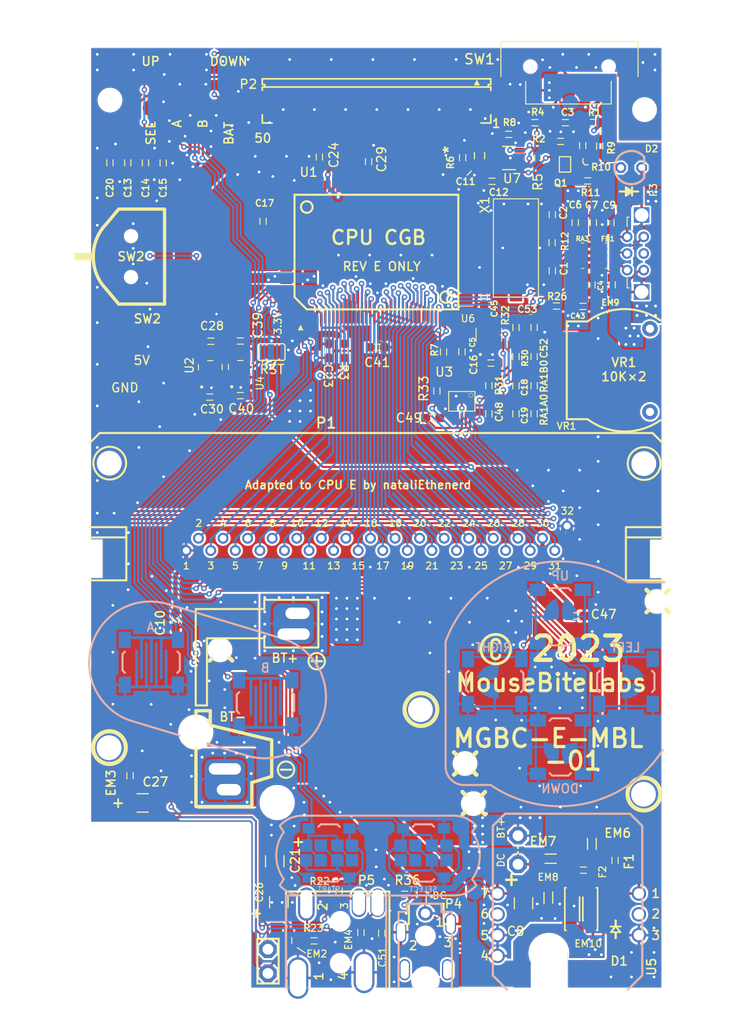
<source format=kicad_pcb>
(kicad_pcb (version 20240108) (generator "pcbnew") (generator_version "8.0")
  (layers (0 "F.Cu" signal) (31 "B.Cu" signal) (34 "B.Paste" user) (35 "F.Paste" user) (36 "B.SilkS" user "B.Silkscreen") (37 "F.SilkS" user "F.Silkscreen") (38 "B.Mask" user) (39 "F.Mask" user) (44 "Edge.Cuts" user))
  (net 0 "")
  (net 1 "GND")
  (net 2 "+5V")
  (net 3 "+3V3")
  (net 4 "-15V")
  (net 5 "Net-(+0-P$1-PadP$2)")
  (net 6 "Net-(P4-SW)")
  (net 7 "/P10")
  (net 8 "/P11")
  (net 9 "/SW")
  (net 10 "Net-(BRIGHTNESS0-PadTP)")
  (net 11 "/CK1")
  (net 12 "/CK2")
  (net 13 "Net-(U7--IN)")
  (net 14 "Net-(FB1A-2)")
  (net 15 "/RES")
  (net 16 "Net-(FB1C-2)")
  (net 17 "Net-(FB1D-2)")
  (net 18 "Net-(U7-+IN)")
  (net 19 "/ROCK_UP")
  (net 20 "/ROCK_DOWN")
  (net 21 "Net-(C14-Pad1)")
  (net 22 "/S02")
  (net 23 "/RA1-S02")
  (net 24 "/RA1-S01")
  (net 25 "/S01")
  (net 26 "/SPK+")
  (net 27 "Net-(C21-Pad1)")
  (net 28 "Net-(P5-T)")
  (net 29 "Net-(C26-Pad1)")
  (net 30 "Net-(C27-Pad1)")
  (net 31 "Net-(C27-Pad2)")
  (net 32 "+2V5")
  (net 33 "Net-(U3-BYPASS)")
  (net 34 "/HP_SWITCH")
  (net 35 "Net-(C52-Pad2)")
  (net 36 "Net-(VR1A-LIN)")
  (net 37 "Net-(VR1A-RIN)")
  (net 38 "Net-(C53-Pad2)")
  (net 39 "Net-(SW1-1)")
  (net 40 "Net-(D2-PadA)")
  (net 41 "Net-(DC0-PadTP)")
  (net 42 "Net-(P4-+3V)")
  (net 43 "/P03")
  (net 44 "/SPK-")
  (net 45 "/ROUT")
  (net 46 "Net-(P5-SWA)")
  (net 47 "Net-(EM6-Pad2)")
  (net 48 "Net-(EM7-Pad1)")
  (net 49 "Net-(EM10-Pad2)")
  (net 50 "Net-(EM9-Pad1)")
  (net 51 "Net-(EM10-Pad1)")
  (net 52 "Net-(P4-GND)")
  (net 54 "Net-(FB1-Pad1)")
  (net 56 "Net-(FB1D-1)")
  (net 57 "Net-(FB1C-1)")
  (net 58 "/P01")
  (net 59 "/P12")
  (net 60 "/A7")
  (net 61 "/A15")
  (net 62 "/D3")
  (net 63 "/A8")
  (net 64 "/CLK")
  (net 65 "/A11")
  (net 66 "/D4")
  (net 67 "/A3")
  (net 68 "/D2")
  (net 69 "/WR")
  (net 70 "/A10")
  (net 71 "/A13")
  (net 72 "/A0")
  (net 73 "/D7")
  (net 74 "/A14")
  (net 75 "/A9")
  (net 76 "/D5")
  (net 77 "/VIN")
  (net 78 "/A4")
  (net 79 "/A12")
  (net 80 "/A2")
  (net 81 "/A1")
  (net 82 "/RD")
  (net 83 "/D0")
  (net 84 "/D6")
  (net 85 "/A6")
  (net 86 "/A5")
  (net 87 "/D1")
  (net 88 "/CS")
  (net 90 "/LDR3")
  (net 93 "/LDB4")
  (net 95 "/LDG2")
  (net 98 "/LDR5")
  (net 102 "/SPS")
  (net 104 "/LDR2")
  (net 105 "/LDG1")
  (net 106 "/LDB3")
  (net 108 "/LDB1")
  (net 110 "/LDG3")
  (net 111 "/LDB2")
  (net 112 "/LP")
  (net 118 "/SPL")
  (net 119 "/LDR1")
  (net 127 "/LDB5")
  (net 128 "/LDR4")
  (net 129 "/LDG5")
  (net 130 "/DCK")
  (net 132 "/LDG4")
  (net 137 "Net-(Q1-D)")
  (net 138 "Net-(Q1-G)")
  (net 139 "Net-(SW1-3)")
  (net 140 "Net-(U1A-WR)")
  (net 141 "/SCK")
  (net 142 "/LIN_AMP")
  (net 143 "/RIN_AMP")
  (net 144 "/VR1-S01")
  (net 145 "/VR1-S02")
  (net 148 "/SOUT")
  (net 149 "Net-(RA3C-2)")
  (net 150 "/P00")
  (net 151 "/PUSH")
  (net 152 "/P13")
  (net 167 "/M1")
  (net 170 "/R1")
  (net 176 "/LDR0")
  (net 179 "/LDB0")
  (net 183 "/P02")
  (net 184 "/R3")
  (net 188 "/CLS")
  (net 189 "/R2")
  (net 193 "/PS")
  (net 196 "/MOD")
  (net 197 "/LDG0")
  (net 198 "/R0")
  (footprint "MGBC-MBL-01_2_1:TP20R" (layer "F.Cu") (at 124.1441 54.9696)
    (property "Reference" "OSD_A0" (hide yes))
    (property "Value" "PTR1TP20R")
  )
  (footprint "MGBC-MBL-01_2_1:MGB-PWRJACK" (layer "F.Cu") (at 158.1201 151.3216)
    (property "Reference" "P4" (hide yes))
    (property "Value" "MGB-PWRJACK" (hide yes))
  )
  (footprint "MGBC-MBL-01_2_1:VSSOP10" (layer "F.Cu") (at 158.9421 90.7836 -90)
    (property "Reference" "U3")
    (property "Value" "LM4853")
  )
  (footprint "MGBC-MBL-01_2_1:TP20R" (layer "F.Cu") (at 127.3191 54.9696)
    (property "Reference" "OSD_B0" (hide yes))
    (property "Value" "PTR1TP20R")
  )
  (footprint "MGBC-MBL-01_2_1:C0603" (layer "F.Cu") (at 162.6411 63.9036 180)
    (property "Reference" "C12")
    (property "Value" "100n")
  )
  (footprint "" (layer "F.Cu") (at 115.893 98.342)
    (property "Reference" "")
    (property "Value" "")
  )
  (footprint "MGBC-MBL-01_2_1:R0603" (layer "F.Cu") (at 175.7761 59.6036 -90)
    (property "Reference" "R9")
    (property "Value" "18k")
  )
  (footprint "MGBC-MBL-01_2_1:C0603" (layer "F.Cu") (at 161.67 78.06 90)
    (property "Reference" "C45")
    (property "Value" "0.01uF")
  )
  (footprint "MGBC-MBL-01_2_1:R0603" (layer "F.Cu") (at 171.0071 59.0336 180)
    (property "Reference" "R2")
    (property "Value" "1.5M")
  )
  (footprint "MGBC-MBL-01_2_1:R0603" (layer "F.Cu") (at 167.7686 92.3076 -90)
    (property "Reference" "RA1A0")
    (property "Value" "510")
  )
  (footprint "" (layer "F.Cu") (at 160.35 139.9262)
    (property "Reference" "@HOLE8" (hide yes))
    (property "Value" "")
  )
  (footprint "MGBC-MBL-01_2_1:C0603" (layer "F.Cu") (at 167.7686 81.7666 90)
    (property "Reference" "C53")
    (property "Value" "100nF")
  )
  (footprint "MGBC-MBL-01_2_1:C0603" (layer "F.Cu") (at 149.1631 155.7351 -90)
    (property "Reference" "C51" (hide yes))
    (property "Value" "1uF")
  )
  (footprint "MGBC-MBL-01_2_1:SJ" (layer "F.Cu") (at 135.7011 84.766975 180)
    (property "Reference" "RST")
    (property "Value" "SJ")
  )
  (footprint "MGBC-MBL-01_2_1:MGB-POT" (layer "F.Cu") (at 176.8326 86.9946 -90)
    (property "Reference" "VR1" (hide yes))
    (property "Value" "MGB-POT\"\"" (hide yes))
  )
  (footprint "MGBC-MBL-01_2_1:QFP-128" (layer "F.Cu") (at 147.5121 76.0516)
    (property "Reference" "U1")
    (property "Value" "CGB CPU E")
  )
  (footprint "MGBC-MBL-01_2_1:R0603" (layer "F.Cu") (at 170.4991 79.1456 180)
    (property "Reference" "R26")
    (property "Value" "5.6k")
  )
  (footprint "" (layer "F.Cu") (at 115.983 53.9903)
    (property "Reference" "")
    (property "Value" "")
  )
  (footprint "MGBC-MBL-01_2_1:TP20R" (layer "F.Cu") (at 120.9564 51.1596)
    (property "Reference" "PALETTE0" (hide yes))
    (property "Value" "PTR1TP20R")
  )
  (footprint "MGBC-MBL-01_2_1:C0603" (layer "F.Cu") (at 122.4761 61.6536 -90)
    (property "Reference" "C15")
    (property "Value" "27pF")
  )
  (footprint "MGBC-MBL-01_2_1:C0603" (layer "F.Cu") (at 128.17 90.27)
    (property "Reference" "C30")
    (property "Value" "1uF")
  )
  (footprint "MGBC-MBL-01_2_1:R0805" (layer "F.Cu") (at 174.81035 144.8356 -90)
    (property "Reference" "EM6" (hide yes))
    (property "Value" "Z0805C221BPWZT")
  )
  (footprint "MGBC-MBL-01_2_1:P1-13" (layer "F.Cu") (at 135.2661 160.6566)
    (property "Reference" "SPK-0" (hide yes))
    (property "Value" "PTR1PAD1-13")
  )
  (footprint "MGBC-MBL-01_2_1:C0603" (layer "F.Cu") (at 169.9911 74.8451 -90)
    (property "Reference" "C1")
    (property "Value" "18pF")
  )
  (footprint "MGBC-MBL-01_2_1:R0603" (layer "F.Cu") (at 167.7686 88.8786 -90)
    (property "Reference" "RA1B0")
    (property "Value" "510")
  )
  (footprint "MGBC-MBL-01_2_1:R0603" (layer "F.Cu") (at 165.5461 85.3226 90)
    (property "Reference" "R30")
    (property "Value" "100k")
  )
  (footprint "MGBC-MBL-01_2_1:R0603" (layer "F.Cu") (at 159.0386 61.0286 90)
    (property "Reference" "R6")
    (property "Value" "124k")
  )
  (footprint "MGBC-MBL-01_2_1:B1,27" (layer "F.Cu") (at 114.7461 88.8786)
    (property "Reference" "GND")
    (property "Value" "PTR1B1,27")
  )
  (footprint "MGBC-MBL-01_2_1:R0603" (layer "F.Cu") (at 175.0101 56.72855 180)
    (property "Reference" "R1")
    (property "Value" "1k")
  )
  (footprint "MGBC-MBL-01_2_1:R0805" (layer "F.Cu") (at 169.7431 146.6431 180)
    (property "Reference" "EM7" (hide yes))
    (property "Value" "Z0805C221BPWZT")
  )
  (footprint "MGBC-MBL-01_2_1:ACM4532" (layer "F.Cu") (at 173.5176 152.7996 -90)
    (property "Reference" "EM10" (hide yes))
    (property "Value" "ACM4532-801-2PA")
  )
  (footprint "MGBC-MBL-01_2_1:C0603" (layer "F.Cu") (at 120.3161 61.6536 -90)
    (property "Reference" "C14")
    (property "Value" "100pF")
  )
  (footprint "MGBC-MBL-01_2_1:C0603" (layer "F.Cu") (at 172.9701 117.0036)
    (property "Reference" "C47" (hide yes))
    (property "Value" "150pF")
  )
  (footprint "" (layer "F.Cu") (at 115.868 133.096)
    (property "Reference" "")
    (property "Value" "")
  )
  (footprint "MGBC-MBL-01_2_1:P1-13" (layer "F.Cu") (at 135.2661 157.7126)
    (property "Reference" "SPK+0" (hide yes))
    (property "Value" "PTR1PAD1-13")
  )
  (footprint "MGBC-MBL-01_2_1:SOD-123_MINI-SMA" (layer "F.Cu") (at 177.7261 155.2786 -90)
    (property "Reference" "D1" (hide yes))
    (property "Value" "CGRM400-G")
  )
  (footprint "MGBC-MBL-01_2_1:DBV-R-PDSO-G5" (layer "F.Cu") (at 164.706725 61.0656 90)
    (property "Reference" "U7")
    (property "Value" "TL331")
  )
  (footprint "MGBC-MBL-01_2_1:C0805" (layer "F.Cu") (at 161.1011 60.8036 -90)
    (property "Reference" "C11")
    (property "Value" "22u")
  )
  (footprint "MGBC-MBL-01_2_1:C1210" (layer "F.Cu") (at 166.4761 152.1536 -90)
    (property "Reference" "C8")
    (property "Value" "100uF")
  )
  (footprint "MGBC-MBL-01_2_1:R0603" (layer "F.Cu") (at 177.2986 76.5596 -90)
    (property "Reference" "EM9")
    (property "Value" "BLM18BD102SN1D")
  )
  (footprint "MGBC-MBL-01_2_1:B1,27" (layer "F.Cu") (at 121.8581 85.7798)
    (property "Reference" "5V")
    (property "Value" "PTR1B1,27")
  )
  (footprint "MGBC-MBL-01_2_1:TP20R" (layer "F.Cu") (at 120.9691 54.9696)
    (property "Reference" "OSD_SEL0" (hide yes))
    (property "Value" "PTR1TP20R")
  )
  (footprint "MGBC-MBL-01_2_1:R0603" (layer "F.Cu") (at 140.9041 156.6866)
    (property "Reference" "R23" (hide yes))
    (property "Value" "1k")
  )
  (footprint "MGBC-MBL-01_2_1:R0603" (layer "F.Cu") (at 144.64 84.62 -90)
    (property "Reference" "R3")
    (property "Value" "100")
  )
  (footprint "" (layer "F.Cu") (at 159.334 135.024)
    (property "Reference" "@HOLE7" (hide yes))
    (property "Value" "")
  )
  (footprint "MGBC-MBL-01_2_1:SOT-23-5" (layer "F.Cu") (at 162.2441 82.6556 90)
    (property "Reference" "U6")
    (property "Value" "TPS3840")
  )
  (footprint "MGBC-MBL-01_2_1:R0603" (layer "F.Cu") (at 151.9571 150.9976)
    (property "Reference" "R36" (hide yes))
    (property "Value" "100k")
  )
  (footprint "MGBC-MBL-01_2_1:TP20R" (layer "F.Cu") (at 130.4941 54.9696)
    (property "Reference" "BATT0" (hide yes))
    (property "Value" "PTR1TP20R")
  )
  (footprint "MGBC-MBL-01_2_1:C0603" (layer "F.Cu") (at 173.721725 79.19485)
    (property "Reference" "C43")
    (property "Value" "0.1uF")
  )
  (footprint "MGBC-MBL-01_2_1:C0603" (layer "F.Cu") (at 128.3 83.44)
    (property "Reference" "C28")
    (property "Value" "1uF")
  )
  (footprint "MGBC-MBL-01_2_1:C0603" (layer "F.Cu") (at 165.5461 88.8786 -90)
    (property "Reference" "C18")
    (property "Value" "1uF")
  )
  (footprint "MGBC-MBL-01_2_1:7.5X5-4-PAD" (layer "F.Cu") (at 165.5461 72.0511)
    (property "Reference" "X1")
    (property "Value" "8.388608MHZ-4-PAD")
  )
  (footprint "MGBC-MBL-01_2_1:R0603" (layer "F.Cu") (at 174.3091 63.8596 180)
    (property "Reference" "R11")
    (property "Value" "18k")
  )
  (footprint "MGBC-MBL-01_2_1:R0603" (layer "F.Cu") (at 143.9561 150.6026 90)
    (property "Reference" "R22" (hide yes))
    (property "Value" "1k")
  )
  (footprint "MGBC-MBL-01_2_1:R0603" (layer "F.Cu") (at 162.2441 88.8786 90)
    (property "Reference" "R31")
    (property "Value" "18k")
  )
  (footprint "MGBC-MBL-01_2_1:C0603" (layer "F.Cu") (at 142.67 84.62 -90)
    (property "Reference" "C23")
    (property "Value" "0.01uF")
  )
  (footprint "MGBC-MBL-01_2_1:C0603" (layer "F.Cu") (at 174.995725 68.959475 90)
    (property "Reference" "C7")
    (property "Value" "100pF")
  )
  (footprint "MGBC-MBL-01_2_1:P1-13" (layer "F.Cu") (at 165.8011 143.83485)
    (property "Reference" "BT+0" (hide yes))
    (property "Value" "TPPAD1-13")
  )
  (footprint "MGBC-MBL-01_2_1:C0603" (layer "F.Cu") (at 148.62 84.1796 180)
    (property "Reference" "C41")
    (property "Value" "0.01uF")
  )
  (footprint "MGBC-MBL-01_2_1:62684-502100AHLF" (layer "F.Cu") (at 148.5281 54.2901 180)
    (property "Reference" "P2")
    (property "Value" "GBC_LCDH")
  )
  (footprint "MGBC-MBL-01_2_1:CGB-LINK" (layer "F.Cu") (at 181.1536 72.6036 90)
    (property "Reference" "P3" (hide yes))
    (property "Value" "LINKPORTCGB-LINK" (hide yes))
  )
  (footprint "MGBC-MBL-01_2_1:C0603" (layer "F.Cu") (at 162.4981 86.11)
    (property "Reference" "C16")
    (property "Value" "1uF")
  )
  (footprint "MGBC-MBL-01_2_1:SOT95P280X145-5N" (layer "F.Cu") (at 131.8911 86.5926 90)
    (property "Reference" "U4")
    (property "Value" "NCP161ASN330T1G")
  )
  (footprint "MGBC-MBL-01_2_1:C0603" (layer "F.Cu") (at 131.8911 83.4176)
    (property "Reference" "C39")
    (property "Value" "1uF")
  )
  (footprint "MGBC-MBL-01_2_1:R0603" (layer "F.Cu") (at 169.96 71.41 90)
    (property "Reference" "R12")
    (property "Value" "1.5M")
  )
  (footprint "" (layer "F.Cu") (at 129.4112 121.1334)
    (property "Reference" "@HOLE9" (hide yes))
    (property "Value" "")
  )
  (footprint "MGBC-MBL-01_2_1:TP20R" (layer "F.Cu") (at 130.4687 51.1596)
    (property "Reference" "BRIGHTNESS0" (hide yes))
    (property "Value" "PTR1TP20R")
  )
  (footprint "MGBC-MBL-01_2_1:R0603" (layer "F.Cu") (at 173.7841 148.05135 180)
    (property "Reference" "F2" (hide yes))
    (property "Value" "1A")
  )
  (footprint "MGBC-MBL-01_2_1:C0603" (layer "F.Cu") (at 123.9801 117.5016 -90)
    (property "Reference" "C10" (hide yes))
    (property "Value" "0.01uF")
  )
  (footprint "MGBC-MBL-01_2_1:NAV_SWITCH" (layer "F.Cu") (at 118.5481 73.1036 90)
    (property "Reference" "SW2" (hide yes))
    (property "Value" "NAV_SWITCH")
  )
  (footprint "MGBC-MBL-01_2_1:C0603" (layer "F.Cu") (at 165.5461 92.3076 -90)
    (property "Reference" "C19")
    (property "Value" "1uF")
  )
  (footprint "" (layer "F.Cu") (at 126.464 131.188)
    (property "Reference" "@HOLE11" (hide yes))
    (property "Value" "")
  )
  (footprint "MGBC-MBL-01_2_1:EXB38V" (layer "F.Cu") (at 176.6011 73.0036 90)
    (property "Reference" "FB1")
    (property "Value" "BLA31AG601SN4D")
  )
  (footprint "MGBC-MBL-01_2_1:C0603" (layer "F.Cu") (at 134.67 68.79 -90)
    (property "Reference" "C17")
    (property "Value" "0.01uF")
  )
  (footprint "" (layer "F.Cu") (at 181.1594 98.395)
    (property "Reference" "")
    (property "Value" "")
  )
  (footprint "" (layer "F.Cu") (at 169.5691 158.20285)
    (property "Reference" "")
    (property "Value" "")
  )
  (footprint "" (layer "F.Cu") (at 136.3916 139.7916)
    (property "Reference" "")
    (property "Value" "")
  )
  (footprint "MGBC-MBL-01_2_1:R0603" (layer "F.Cu") (at 164.6571 58.17635 180)
    (property "Reference" "R8")
    (property "Value" "249k")
  )
  (footprint "MGBC-MBL-01_2_1:C0603" (layer "F.Cu") (at 147.5605 61.4946 90)
    (property "Reference" "C29")
    (property "Value" "0.01uF")
  )
  (footprint "MGBC-MBL-01_2_1:R0603" (layer "F.Cu") (at 177.6491 146.86035 -90)
    (property "Reference" "F1" (hide yes))
    (property "Value" "1A")
  )
  (footprint "MGBC-MBL-01_2_1:R0603" (layer "F.Cu") (at 146.6231 155.6726 90)
    (property "Reference" "EM4" (hide yes))
    (property "Value" "BLM18BD102SN1D")
  )
  (footprint "MGBC-MBL-01_2_1:SOT23" (layer "F.Cu") (at 171.5151 61.8276 -90)
    (property "Reference" "Q1")
    (property "Value" "BSS84")
  )
  (footprint "MGBC-MBL-01_2_1:C1210" (layer "F.Cu") (at 136.5981 152.0076 90)
    (property "Reference" "C26" (hide yes))
    (property "Value" "100uF")
  )
  (footprint "MGBC-MBL-01_2_1:C0603" (layer "F.Cu") (at 167.7686 85.3226 90)
    (property "Reference" "C52")
    (property "Value" "100nF")
  )
  (footprint "MGBC-MBL-01_2_1:C1210" (layer "F.Cu") (at 119.9591 139.8271)
    (property "Reference" "C27" (hide yes))
    (property "Value" "100uF")
  )
  (footprint "MGBC-MBL-01_2_1:C0603" (layer "F.Cu") (at 118.1511 61.6536 -90)
    (property "Reference" "C13")
    (property "Value" "100pF")
  )
  (footprint "MGBC-MBL-01_2_1:R0603" (layer "F.Cu") (at 168.2131 61.0656 -90)
    (property "Reference" "R5")
    (property "Value" "100k")
  )
  (footprint "MGBC-MBL-01_2_1:C0603" (layer "F.Cu") (at 177.13985 68.959475 90)
    (property "Reference" "C9")
    (property "Value" "0.01uF")
  )
  (footprint "MGBC-MBL-01_2_1:C0603" (layer "F.Cu") (at 158.96 84.74 -90)
    (property "Reference" "C5")
    (property "Value" "1uF")
  )
  (footprint "MGBC-MBL-01_2_1:C0603" (layer "F.Cu") (at 171.5771 56.7476)
    (property "Reference" "C3")
    (property "Value" "100n")
  )
  (footprint "MGBC-MBL-01_2_1:MGB-BATTERY4" (layer "F.Cu") (at 129.7531 137.0781)
    (property "Reference" "-0" (hide yes))
    (property "Value" "MGB-BATTERY4" (hide yes))
  )
  (footprint "MGBC-MBL-01_2_1:SOT95P280X145-5N" (layer "F.Cu") (at 128.23 86.6125 90)
    (property "Reference" "U2")
    (property "Value" "NCP161ASN250T1G")
  )
  (footprint "MGBC-MBL-01_2_1:R0603" (layer "F.Cu") (at 173.7011 59.5416 90)
    (property "Reference" "R10")
    (property "Value" "100k")
  )
  (footprint "" (layer "F.Cu") (at 181.1194 138.7786)
    (property "Reference" "")
    (property "Value" "")
  )
  (footprint "MGBC-MBL-01_2_1:LED3MM" (layer "F.Cu") (at 179.6191 62.2326)
    (property "Reference" "D2")
    (property "Value" "LED3MM")
  )
  (footprint "MGBC-MBL-01_2_1:R0603" (layer "F.Cu") (at 156.71 84.76 90)
    (property "Reference" "R7")
    (property "Value" "18k")
  )
  (footprint "MGBC-MBL-01_2_1:MGB+BATTERY4" (layer "F.Cu") (at 137.8841 117.9441)
    (property "Reference" "+0" (hide yes))
    (property "Value" "MGB+BATTERY4" (hide yes))
  )
  (footprint "MGBC-MBL-01_2_1:R0603" (layer "F.Cu") (at 165.5461 81.7666 90)
    (property "Reference" "R32")
    (property "Value" "100k")
  )
  (footprint "MGBC-MBL-01_2_1:C0603" (layer "F.Cu") (at 131.8911 90.0851)
    (property "Reference" "C40")
    (property "Value" "1uF")
  )
  (footprint "MGBC-MBL-01_2_1:C0603" (layer "F.Cu") (at 115.9761 61.6536 -90)
    (property "Reference" "C20")
    (property "Value" "27pF")
  )
  (footprint "MGBC-MBL-01_2_1:R0603" (layer "F.Cu") (at 155.8941 89.5136 90)
    (property "Reference" "R33")
    (property "Value" "18k")
  )
  (footprint "MGBC-MBL-01_2_1:EXB38V" (layer "F.Cu") (at 173.6741 73.0036 90)
    (property "Reference" "RA3")
    (property "Value" "270")
  )
  (footprint "MGBC-MBL-01_2_1:C0603" (layer "F.Cu") (at 155.3861 92.8156)
    (property "Reference" "C49")
    (property "Value" "1uF")
  )
  (footprint "MGBC-MBL-01_2_1:B1,27" (layer "F.Cu") (at 138.0252 82.1476)
    (property "Reference" "UNK3.3V0" (hide yes))
    (property "Value" "PTR1B1,27")
  )
  (footprint "MGBC-MBL-01_2_1:C0603" (layer "F.Cu") (at 162.2441 92.3076 90)
    (property "Reference" "C48")
    (property "Value" "1uF")
  )
  (footprint "" (layer "F.Cu") (at 181.2494 55.1517)
    (property "Reference" "")
    (property "Value" "")
  )
  (footprint "" (layer "F.Cu") (at 153.89 128.45)
    (property "Reference" "")
    (property "Value" "")
  )
  (footprint "MGBC-MBL-01_2_1:MGB-HEADPHONE" (layer "F.Cu") (at 143.5796 156.9816)
    (property "Reference" "P5" (hide yes))
    (property "Value" "MGBHPMGB" (hide yes))
  )
  (footprint "MGBC-MBL-01_2_1:C0603" (layer "F.Cu") (at 172.7891 68.959475 90)
    (property "Reference" "C6")
    (property "Value" "100pF")
  )
  (footprint "MGBC-MBL-01_2_1:C0603" (layer "F.Cu") (at 141.5471 60.946475 -90)
    (property "Reference" "C24")
    (property "Value" "0.1uF")
  )
  (footprint "MGBC-MBL-01_2_1:R0603" (layer "F.Cu") (at 137.7981 156.6456 90)
    (property "Reference" "EM2" (hide yes))
    (property "Value" "BLM18BD102SN1D")
  )
  (footprint "MGBC-MBL-01_2_1:C1210" (layer "F.Cu") (at 136.1201 147.0106 90)
    (property "Reference" "C21" (hide yes))
    (property "Value" "100uF")
  )
  (footprint "MGBC-MBL-01_2_1:MGB-CART" (layer "F.Cu") (at 125.2871 109.0081)
    (property "Reference" "P1" (hide yes))
    (property "Value" "MGB-CART" (hide yes))
  )
  (footprint "MGBC-MBL-01_2_1:MGB-SWITCH" (layer "F.Cu") (at 171.7096 50.6556)
    (property "Reference" "SW1")
    (property "Value" "MGB-SW1" (hide yes))
  )
  (footprint "MGBC-MBL-01_2_1:R0603" (layer "F.Cu") (at 118.4291 136.5316 -90)
    (property "Reference" "EM3" (hide yes))
    (property "Value" "BLM18BD102SN1D")
  )
  (footprint "MGBC-MBL-01_2_1:R0805" (layer "F.Cu") (at 169.5091 151.4806 -90)
    (property "Reference" "EM8" (hide yes))
    (property "Value" "Z0805C221BPWZT")
  )
  (footprint "" (layer "F.Cu") (at 182.762 115.2281)
    (property "Reference" "")
    (property "Value" "")
  )
  (footprint "MGBC-MBL-01_2_1:C0603" (layer "F.Cu") (at 169.9911 67.9871 90)
    (property "Reference" "C2")
    (property "Value" "27pF")
  )
  (footprint "MGBC-MBL-01_2_1:P1-13" (layer "F.Cu") (at 165.8011 147.33485)
    (property "Reference" "DC0" (hide yes))
    (property "Value" "TPPAD1-13")
  )
  (footprint "MGBC-MBL-01_2_1:C0603" (layer "F.Cu") (at 174.8251 76.5596 -90)
    (property "Reference" "C4")
    (property "Value" "22pF")
  )
  (footprint "MGBC-MBL-01_2_1:R0603" (layer "F.Cu") (at 167.8751 56.7476 180)
    (property "Reference" "R4")
    (property "Value" "100k")
  )
  (footprint "MGBC-MBL-01_2_1:DMG_BTN1_W2" (layer "B.Cu") (at 154.2661 145.9476 90)
    (property "Reference" "SELECT0" (hide yes))
    (property "Value" "DMG-BTN" (hide yes))
  )
  (footprint "MGBC-MBL-01_2_1:DMG_BTN3" (layer "B.Cu") (at 134.9899 127.6136)
    (property "Reference" "B0" (hide yes))
    (property "Value" "DMG-BTN" (hide yes))
  )
  (footprint "MGBC-MBL-01_2_1:MGB-PWRBD" (layer "B.Cu") (at 180.3064 161.4071 180)
    (property "Reference" "U5" (hide yes))
    (property "Value" "MGB-PWR_BD" (hide yes))
  )
  (footprint "MGBC-MBL-01_2_1:TP20R" (layer "B.Cu") (at 160.5511 150.6786 180)
    (property "Reference" "DC_IN0" (hide yes))
    (property "Value" "TPTP20R")
  )
  (footprint "MGBC-MBL-01_2_1:MGB_BTN1_2" (layer "B.Cu") (at 170.9761 117.1036 -90)
    (property "Reference" "UP0" (hide yes))
    (property "Value" "DMG-BTN" (hide yes))
  )
  (footprint "MGBC-MBL-01_2_1:DMG_BTN1_W2" (layer "B.Cu") (at 142.7331 145.9476 90)
    (property "Reference" "START0" (hide yes))
    (property "Value" "DMG-BTN" (hide yes))
  )
  (footprint "MGBC-MBL-01_2_1:MGB_BTN1_2" (layer "B.Cu") (at 162.9761 125.0036)
    (property "Reference" "RIGHT0" (hide yes))
    (property "Value" "DMG-BTN" (hide yes))
  )
  (footprint "MGBC-MBL-01_2_1:MGB_BTN1_2" (layer "B.Cu") (at 178.9761 125.0036 180)
    (property "Reference" "LEFT0" (hide yes))
    (property "Value" "DMG-BTN" (hide yes))
  )
  (footprint "MGBC-MBL-01_2_1:MGB_BTN1_2" (layer "B.Cu") (at 170.9761 133.0036 90)
    (property "Reference" "DOWN0" (hide yes))
    (property "Value" "DMG-BTN" (hide yes))
  )
  (footprint "MGBC-MBL-01_2_1:TP20R" (layer "B.Cu") (at 172.1761 54.3536 180)
    (property "Reference" "SW0" (hide yes))
    (property "Value" "TPTP20R")
  )
  (footprint "MGBC-MBL-01_2_1:DMG_BTN3" (layer "B.Cu") (at 121.0326 122.6606 180)
    (property "Reference" "A0" (hide yes))
    (property "Value" "DMG-BTN" (hide yes))
  )
  (gr_line (start 171.9611 129.4986) (end 169.9611 129.4986) (stroke (width 0.254)) (layer "B.SilkS"))
  (gr_line (start 182.1611 126.2986) (end 182.4611 125.9986) (stroke (width 0.254)) (layer "B.SilkS"))
  (gr_line (start 117.5111 123.6486) (end 117.8111 123.9486) (stroke (width 0.254)) (layer "B.SilkS"))
  (gr_line (start 138.4611 128.5986) (end 138.4611 126.5986) (stroke (width 0.254)) (layer "B.SilkS"))
  (gr_line (start 141.7261 142.4536) (end 141.4261 142.7536) (stroke (width 0.254)) (layer "B.SilkS"))
  (gr_arc (start 160.2111 143.3986) (mid 161.137115 146.2736) (end 160.2111 149.1486) (stroke (width 0.254)) (layer "B.SilkS"))
  (gr_line (start 160.7111 142.6486) (end 160.2111 143.3986) (stroke (width 0.254)) (layer "B.SilkS"))
  (gr_line (start 159.4611 125.9986) (end 159.7611 126.2986) (stroke (width 0.254)) (layer "B.SilkS"))
  (gr_line (start 137.1311 119.7886) (end 123.1611 115.5886) (stroke (width 0.254)) (layer "B.SilkS"))
  (gr_line (start 152.2111 153.1486) (end 152.2111 152.1486) (stroke (width 0.254)) (layer "B.SilkS"))
  (gr_line (start 157.9611 141.3986) (end 139.4611 141.3986) (stroke (width 0.254)) (layer "B.SilkS"))
  (gr_line (start 152.2111 153.1486) (end 151.2111 153.1486) (stroke (width 0.254)) (layer "B.SilkS"))
  (gr_arc (start 139.4611 151.1486) (mid 137.949871 150.823304) (end 136.7111 149.8986) (stroke (width 0.254)) (layer "B.SilkS"))
  (gr_line (start 137.2111 143.3986) (end 136.7111 142.6486) (stroke (width 0.254)) (layer "B.SilkS"))
  (gr_line (start 162.7111 142.6486) (end 162.7111 160.8986) (stroke (width 0.254)) (layer "B.SilkS"))
  (gr_line (start 131.4611 128.5986) (end 131.7611 128.8986) (stroke (width 0.254)) (layer "B.SilkS"))
  (gr_line (start 155.5511 142.7536) (end 155.2511 142.4536) (stroke (width 0.254)) (layer "B.SilkS"))
  (gr_line (start 143.7261 149.4536) (end 144.0261 149.1536) (stroke (width 0.254)) (layer "B.SilkS"))
  (gr_line (start 182.4611 125.9986) (end 182.4611 123.9986) (stroke (width 0.254)) (layer "B.SilkS"))
  (gr_line (start 166.1611 126.2986) (end 166.4611 125.9986) (stroke (width 0.254)) (layer "B.SilkS"))
  (gr_line (start 139.4611 151.1486) (end 157.9611 151.1486) (stroke (width 0.254)) (layer "B.SilkS"))
  (gr_arc (start 137.1311 119.7886) (mid 142.0061 129.1636) (end 132.6311 134.0386) (stroke (width 0.254)) (layer "B.SilkS"))
  (gr_line (start 169.9611 129.4986) (end 169.6611 129.7986) (stroke (width 0.254)) (layer "B.SilkS"))
  (gr_line (start 175.7611 123.6986) (end 175.4611 123.9986) (stroke (width 0.254)) (layer "B.SilkS"))
  (gr_line (start 164.2111 141.1486) (end 162.7111 142.6486) (stroke (width 0.254)) (layer "B.SilkS"))
  (gr_line (start 159.4611 123.9986) (end 159.4611 125.9986) (stroke (width 0.254)) (layer "B.SilkS"))
  (gr_line (start 117.5111 121.6486) (end 117.5111 123.6486) (stroke (width 0.254)) (layer "B.SilkS"))
  (gr_line (start 171.9611 136.4986) (end 172.2611 136.1986) (stroke (width 0.254)) (layer "B.SilkS"))
  (gr_line (start 131.7611 126.2986) (end 131.4611 126.5986) (stroke (width 0.254)) (layer "B.SilkS"))
  (gr_arc (start 159.2111 137.6486) (mid 157.62011 136.98959) (end 156.9611 135.3986) (stroke (width 0.254)) (layer "B.SilkS"))
  (gr_line (start 157.7111 153.1486) (end 157.7111 162.3986) (stroke (width 0.254)) (layer "B.SilkS"))
  (gr_line (start 160.2111 149.1486) (end 160.7111 149.8986) (stroke (width 0.254)) (layer "B.SilkS"))
  (gr_line (start 153.2761 149.4536) (end 155.2761 149.4536) (stroke (width 0.254)) (layer "B.SilkS"))
  (gr_line (start 169.9611 113.5986) (end 169.6611 113.8986) (stroke (width 0.254)) (layer "B.SilkS"))
  (gr_line (start 155.2761 149.4536) (end 155.5761 149.1536) (stroke (width 0.254)) (layer "B.SilkS"))
  (gr_line (start 171.9611 113.5986) (end 169.9611 113.5986) (stroke (width 0.254)) (layer "B.SilkS"))
  (gr_line (start 131.4611 126.5986) (end 131.4611 128.5986) (stroke (width 0.254)) (layer "B.SilkS"))
  (gr_arc (start 181.206098 63.486101) (mid 178.977348 64.163009) (end 177.5811 62.2986) (stroke (width 0.254)) (layer "B.SilkS"))
  (gr_line (start 183.7111 112.8986) (end 179.2111 112.8986) (stroke (width 0.254)) (layer "B.SilkS"))
  (gr_line (start 124.5111 121.6486) (end 124.2111 121.3486) (stroke (width 0.254)) (layer "B.SilkS"))
  (gr_arc (start 157.9611 141.3986) (mid 159.472329 141.723897) (end 160.7111 142.648601) (stroke (width 0.254)) (layer "B.SilkS"))
  (gr_line (start 153.2511 142.4536) (end 152.9511 142.7536) (stroke (width 0.254)) (layer "B.SilkS"))
  (gr_line (start 162.7111 160.8986) (end 164.4611 162.6486) (stroke (width 0.254)) (layer "B.SilkS"))
  (gr_line (start 117.8111 121.3486) (end 117.5111 121.6486) (stroke (width 0.254)) (layer "B.SilkS"))
  (gr_line (start 180.9611 160.8986) (end 180.9611 142.6486) (stroke (width 0.254)) (layer "B.SilkS"))
  (gr_line (start 156.4611 152.1486) (end 156.4611 153.1486) (stroke (width 0.254)) (layer "B.SilkS"))
  (gr_line (start 156.4611 153.1486) (end 157.7111 153.1486) (stroke (width 0.254)) (layer "B.SilkS"))
  (gr_line (start 169.6611 136.1986) (end 169.9611 136.4986) (stroke (width 0.254)) (layer "B.SilkS"))
  (gr_line (start 181.2061 63.4861) (end 181.2061 60.9236) (stroke (width 0.254)) (layer "B.SilkS"))
  (gr_line (start 144.0261 142.7536) (end 143.7261 142.4536) (stroke (width 0.254)) (layer "B.SilkS"))
  (gr_line (start 149.7111 162.3986) (end 149.7111 151.1486) (stroke (width 0.254)) (layer "B.SilkS"))
  (gr_line (start 156.9611 135.3986) (end 156.9611 120.1486) (stroke (width 0.254)) (layer "B.SilkS"))
  (gr_line (start 141.4261 149.1536) (end 141.7261 149.4536) (stroke (width 0.254)) (layer "B.SilkS"))
  (gr_arc (start 118.6611 129.8386) (mid 113.7861 120.4636) (end 123.1611 115.5886) (stroke (width 0.254)) (layer "B.SilkS"))
  (gr_line (start 172.2611 129.7986) (end 171.9611 129.4986) (stroke (width 0.254)) (layer "B.SilkS"))
  (gr_line (start 175.4611 125.9986) (end 175.7611 126.2986) (stroke (width 0.254)) (layer "B.SilkS"))
  (gr_line (start 138.1611 128.8986) (end 138.4611 128.5986) (stroke (width 0.254)) (layer "B.SilkS"))
  (gr_line (start 175.4611 123.9986) (end 175.4611 125.9986) (stroke (width 0.254)) (layer "B.SilkS"))
  (gr_line (start 182.4611 123.9986) (end 182.1611 123.6986) (stroke (width 0.254)) (layer "B.SilkS"))
  (gr_line (start 141.7261 149.4536) (end 143.7261 149.4536) (stroke (width 0.254)) (layer "B.SilkS"))
  (gr_line (start 143.7261 142.4536) (end 141.7261 142.4536) (stroke (width 0.254)) (layer "B.SilkS"))
  (gr_arc (start 137.211099 149.148599) (mid 136.285084 146.273599) (end 137.2111 143.3986) (stroke (width 0.254)) (layer "B.SilkS"))
  (gr_line (start 166.4611 123.9986) (end 166.1611 123.6986) (stroke (width 0.254)) (layer "B.SilkS"))
  (gr_line (start 179.4611 141.1486) (end 164.2111 141.1486) (stroke (width 0.254)) (layer "B.SilkS"))
  (gr_line (start 155.2511 142.4536) (end 153.2511 142.4536) (stroke (width 0.254)) (layer "B.SilkS"))
  (gr_arc (start 156.9611 120.1486) (mid 166.310996 111.075867) (end 179.2111 112.8986) (stroke (width 0.254)) (layer "B.SilkS"))
  (gr_arc (start 177.5811 62.2361) (mid 178.934218 60.311082) (end 181.206099 60.923602) (stroke (width 0.254)) (layer "B.SilkS"))
  (gr_line (start 180.9611 160.8986) (end 179.2111 162.6486) (stroke (width 0.254)) (layer "B.SilkS"))
  (gr_line (start 172.2611 113.8986) (end 171.9611 113.5986) (stroke (width 0.254)) (layer "B.SilkS"))
  (gr_line (start 171.9611 120.5986) (end 172.2611 120.2986) (stroke (width 0.254)) (layer "B.SilkS"))
  (gr_line (start 124.2111 123.9486) (end 124.5111 123.6486) (stroke (width 0.254)) (layer "B.SilkS"))
  (gr_line (start 169.9611 120.5986) (end 171.9611 120.5986) (stroke (width 0.254)) (layer "B.SilkS"))
  (gr_line (start 132.6311 134.0386) (end 118.6611 129.8386) (stroke (width 0.254)) (layer "B.SilkS"))
  (gr_arc (start 160.7111 149.8986) (mid 159.472329 150.823304) (end 157.9611 151.1486) (stroke (width 0.254)) (layer "B.SilkS"))
  (gr_arc (start 136.711099 142.6486) (mid 137.949871 141.723896) (end 139.4611 141.3986) (stroke (width 0.254)) (layer "B.SilkS"))
  (gr_line (start 136.7111 149.8986) (end 137.2111 149.1486) (stroke (width 0.254)) (layer "B.SilkS"))
  (gr_line (start 149.7111 151.1486) (end 137.4611 151.1486) (stroke (width 0.254)) (layer "B.SilkS"))
  (gr_line (start 151.2111 153.1486) (end 151.2111 162.3986) (stroke (width 0.254)) (layer "B.SilkS"))
  (gr_line (start 162.4611 137.6486) (end 159.2111 137.6486) (stroke (width 0.254)) (layer "B.SilkS"))
  (gr_line (start 169.9611 136.4986) (end 171.9611 136.4986) (stroke (width 0.254)) (layer "B.SilkS"))
  (gr_line (start 152.9761 149.1536) (end 153.2761 149.4536) (stroke (width 0.254)) (layer "B.SilkS"))
  (gr_arc (start 183.461099 133.3986) (mid 173.855962 139.945275) (end 162.4611 137.6486) (stroke (width 0.254)) (layer "B.SilkS"))
  (gr_line (start 159.7611 123.6986) (end 159.4611 123.9986) (stroke (width 0.254)) (layer "B.SilkS"))
  (gr_line (start 124.5111 123.6486) (end 124.5111 121.6486) (stroke (width 0.254)) (layer "B.SilkS"))
  (gr_line (start 169.6611 120.2986) (end 169.9611 120.5986) (stroke (width 0.254)) (layer "B.SilkS"))
  (gr_line (start 180.9611 142.6486) (end 179.4611 141.1486) (stroke (width 0.254)) (layer "B.SilkS"))
  (gr_line (start 152.2111 152.1486) (end 156.4611 152.1486) (stroke (width 0.254)) (layer "B.SilkS"))
  (gr_line (start 137.4611 151.1486) (end 137.4611 162.3986) (stroke (width 0.254)) (layer "B.SilkS"))
  (gr_line (start 166.4611 125.9986) (end 166.4611 123.9986) (stroke (width 0.254)) (layer "B.SilkS"))
  (gr_line (start 138.4611 126.5986) (end 138.1611 126.2986) (stroke (width 0.254)) (layer "B.SilkS"))
  (gr_line (start 178.2261 154.9036) (end 178.3511 154.9036) (stroke (width 0.15)) (layer "F.SilkS"))
  (gr_line (start 128.7561 120.4036) (end 130.9061 122.4536) (stroke (width 0.508)) (layer "F.SilkS"))
  (gr_line (start 173.7261 61.6536) (end 173.9761 61.9036) (stroke (width 0.15)) (layer "F.SilkS"))
  (gr_circle (center 181.1715 138.7602) (end 183.1715 138.7602) (stroke (width 0.508)) (fill none) (layer "F.SilkS"))
  (gr_line (start 117.9761 112.6536) (end 113.4761 112.6536) (stroke (width 0.254)) (layer "F.SilkS"))
  (gr_line (start 165.3511 152.7786) (end 165.3511 151.4036) (stroke (width 0.15)) (layer "F.SilkS"))
  (gr_line (start 159.0261 141.2536) (end 161.7761 138.5036) (stroke (width 0.508)) (layer "F.SilkS"))
  (gr_line (start 135.7261 136.6036) (end 133.3011 137.3536) (stroke (width 0.4064)) (layer "F.SilkS"))
  (gr_line (start 156.7261 154.6536) (end 156.7261 152.1536) (stroke (width 0.254)) (layer "F.SilkS"))
  (gr_line (start 128.2261 128.5786) (end 128.2261 130.3536) (stroke (width 0.4064)) (layer "F.SilkS"))
  (gr_line (start 152.4761 154.6536) (end 151.2261 154.6536) (stroke (width 0.254)) (layer "F.SilkS"))
  (gr_line (start 127.9261 132.5536) (end 125.1761 129.8036) (stroke (width 0.508)) (layer "F.SilkS"))
  (gr_line (start 177.6011 154.9661) (end 177.1011 155.6536) (stroke (width 0.15)) (layer "F.SilkS"))
  (gr_circle (center 153.9461 128.4336) (end 155.9461 128.4336) (stroke (width 0.508)) (fill none) (layer "F.SilkS"))
  (gr_line (start 178.3511 154.9661) (end 178.2261 154.9661) (stroke (width 0.15)) (layer "F.SilkS"))
  (gr_line (start 137.2261 147.6536) (end 137.2261 146.2786) (stroke (width 0.15)) (layer "F.SilkS"))
  (gr_line (start 182.2261 94.6536) (end 114.7261 94.6536) (stroke (width 0.254)) (layer "F.SilkS"))
  (gr_line (start 157.9761 136.4036) (end 160.7261 133.6536) (stroke (width 0.508)) (layer "F.SilkS"))
  (gr_line (start 154.6011 152.4036) (end 154.6011 151.1536) (stroke (width 0.15)) (layer "F.SilkS"))
  (gr_line (start 177.7886 155.6536) (end 178.3511 155.6536) (stroke (width 0.15)) (layer "F.SilkS"))
  (gr_line (start 179.2761 64.99735) (end 179.1511 65.42235) (stroke (width 0.254)) (layer "F.SilkS"))
  (gr_line (start 177.8511 154.9661) (end 177.6011 154.9661) (stroke (width 0.15)) (layer "F.SilkS"))
  (gr_line (start 117.9761 106.1536) (end 113.4761 106.1536) (stroke (width 0.254)) (layer "F.SilkS"))
  (gr_line (start 178.2261 154.9036) (end 178.2261 154.9661) (stroke (width 0.15)) (layer "F.SilkS"))
  (gr_line (start 177.6636 155.6536) (end 177.7886 155.6536) (stroke (width 0.15)) (layer "F.SilkS"))
  (gr_line (start 127.8261 119.7286) (end 127.8261 127.9286) (stroke (width 0.254)) (layer "F.SilkS"))
  (gr_line (start 184.2261 116.5536) (end 181.4761 113.8036) (stroke (width 0.508)) (layer "F.SilkS"))
  (gr_line (start 173.7261 61.6536) (end 173.7261 61.1536) (stroke (width 0.15)) (layer "F.SilkS"))
  (gr_circle (center 115.9161 133.0836) (end 117.9161 133.0836) (stroke (width 0.508)) (fill none) (layer "F.SilkS"))
  (gr_line (start 134.8261 120.8536) (end 134.8261 119.7286) (stroke (width 0.254)) (layer "F.SilkS"))
  (gr_line (start 177.7886 154.9036) (end 178.2261 154.9036) (stroke (width 0.15)) (layer "F.SilkS"))
  (gr_line (start 120.6636 140.9661) (end 119.2886 140.9661) (stroke (width 0.15)) (layer "F.SilkS"))
  (gr_line (start 154.6011 151.1536) (end 154.9511 151.1536) (stroke (width 0.15)) (layer "F.SilkS"))
  (gr_line (start 179.4761 141.1536) (end 180.9761 142.6536) (stroke (width 0.254)) (layer "F.SilkS"))
  (gr_line (start 170.8511 62.7786) (end 170.8511 60.9036) (stroke (width 0.15)) (layer "F.SilkS"))
  (gr_line (start 178.9761 107.4036) (end 178.9761 106.1536) (stroke (width 0.254)) (layer "F.SilkS"))
  (gr_line (start 183.4761 106.1536) (end 178.9761 106.1536) (stroke (width 0.254)) (layer "F.SilkS"))
  (gr_line (start 141.4261 120.8536) (end 134.8261 120.8536) (stroke (width 0.254)) (layer "F.SilkS"))
  (gr_line (start 179.7261 65.1536) (end 180.4761 65.1536) (stroke (width 0.254)) (layer "F.SilkS"))
  (gr_line (start 177.6636 156.4036) (end 177.6636 155.6536) (stroke (width 0.15)) (layer "F.SilkS"))
  (gr_line (start 164.2261 141.1536) (end 179.4761 141.1536) (stroke (width 0.254)) (layer "F.SilkS"))
  (gr_line (start 177.6636 154.1536) (end 177.6636 154.9036) (stroke (width 0.15)) (layer "F.SilkS"))
  (gr_line (start 134.8261 116.1536) (end 134.8261 115.0286) (stroke (width 0.254)) (layer "F.SilkS"))
  (gr_line (start 179.13235 65.1536) (end 179.2261 64.94735) (stroke (width 0.254)) (layer "F.SilkS"))
  (gr_line (start 159.6011 63.1536) (end 160.1011 62.6536) (stroke (width 0.15)) (layer "F.SilkS"))
  (gr_circle (center 163.0761 121.0536) (end 164.8761 121.0536) (stroke (width 0.35)) (fill none) (layer "F.SilkS"))
  (gr_line (start 179.7261 65.1536) (end 179.7261 65.6536) (stroke (width 0.254)) (layer "F.SilkS"))
  (gr_line (start 178.3511 155.6536) (end 177.8511 154.9661) (stroke (width 0.15)) (layer "F.SilkS"))
  (gr_line (start 133.9761 161.9036) (end 136.5761 161.9036) (stroke (width 0.254)) (layer "F.SilkS"))
  (gr_line (start 183.4761 107.4036) (end 178.9761 107.4036) (stroke (width 0.254)) (layer "F.SilkS"))
  (gr_line (start 157.7261 154.6536) (end 157.7261 162.4036) (stroke (width 0.254)) (layer "F.SilkS"))
  (gr_line (start 179.7261 64.6536) (end 179.7261 65.1536) (stroke (width 0.254)) (layer "F.SilkS"))
  (gr_line (start 177.7261 155.6536) (end 177.7261 156.4036) (stroke (width 0.15)) (layer "F.SilkS"))
  (gr_line (start 134.9761 147.6536) (end 134.9761 146.2786) (stroke (width 0.15)) (layer "F.SilkS"))
  (gr_line (start 178.2261 154.9661) (end 177.8511 154.9661) (stroke (width 0.15)) (layer "F.SilkS"))
  (gr_line (start 150.1011 150.6536) (end 150.1011 162.4036) (stroke (width 0.254)) (layer "F.SilkS"))
  (gr_line (start 179.2261 64.94735) (end 179.2761 64.99735) (stroke (width 0.254)) (layer "F.SilkS"))
  (gr_line (start 135.7261 132.1536) (end 135.7261 136.6036) (stroke (width 0.4064)) (layer "F.SilkS"))
  (gr_line (start 162.5761 120.3036) (end 162.5761 121.8036) (stroke (width 0.35)) (layer "F.SilkS"))
  (gr_line (start 175.3511 144.1536) (end 175.3511 145.5286) (stroke (width 0.15)) (layer "F.SilkS"))
  (gr_line (start 152.4761 152.1536) (end 152.4761 154.6536) (stroke (width 0.254)) (layer "F.SilkS"))
  (gr_line (start 160.4761 61.1536) (end 160.4761 60.4036) (stroke (width 0.15)) (layer "F.SilkS"))
  (gr_arc (start 162.5761 120.3036) (mid 163.0761 119.851106) (end 163.5761 120.3036) (stroke (width 0.35)) (layer "F.SilkS"))
  (gr_line (start 156.7261 154.6536) (end 157.7261 154.6536) (stroke (width 0.254)) (layer "F.SilkS"))
  (gr_line (start 126.4761 128.5786) (end 128.2261 128.5786) (stroke (width 0.4064)) (layer "F.SilkS"))
  (gr_line (start 130.2061 120.4036) (end 128.1561 122.4536) (stroke (width 0.508)) (layer "F.SilkS"))
  (gr_line (start 178.2261 65.1536) (end 179.7261 65.1536) (stroke (width 0.254)) (layer "F.SilkS"))
  (gr_arc (start 163.5761 121.803602) (mid 163.076099 122.256095) (end 162.5761 121.8036) (stroke (width 0.35)) (layer "F.SilkS"))
  (gr_line (start 177.6636 154.9036) (end 177.7886 154.9036) (stroke (width 0.15)) (layer "F.SilkS"))
  (gr_line (start 177.1011 154.9661) (end 177.1011 154.9036) (stroke (width 0.15)) (layer "F.SilkS"))
  (gr_line (start 162.7261 160.9036) (end 163.9761 162.1536) (stroke (width 0.254)) (layer "F.SilkS"))
  (gr_line (start 180.9761 142.6536) (end 180.9761 160.9036) (stroke (width 0.254)) (layer "F.SilkS"))
  (gr_line (start 178.9761 65.6536) (end 179.7261 65.1536) (stroke (width 0.254)) (layer "F.SilkS"))
  (gr_line (start 128.2261 130.3536) (end 135.7261 132.1536) (stroke (width 0.4064)) (layer "F.SilkS"))
  (gr_line (start 137.4761 162.4036) (end 137.4761 150.6536) (stroke (width 0.254)) (layer "F.SilkS"))
  (gr_arc (start 177.5811 62.2361) (mid 178.934218 60.311082) (end 181.206099 60.923602) (stroke (width 0.254)) (layer "F.SilkS"))
  (gr_line (start 134.8261 115.0286) (end 141.4261 115.0286) (stroke (width 0.254)) (layer "F.SilkS"))
  (gr_line (start 126.4511 116.1536) (end 134.8261 116.1536) (stroke (width 0.254)) (layer "F.SilkS"))
  (gr_line (start 170.8511 60.9036) (end 172.2261 60.9036) (stroke (width 0.15)) (layer "F.SilkS"))
  (gr_line (start 141.4261 115.0286) (end 141.4261 120.8536) (stroke (width 0.254)) (layer "F.SilkS"))
  (gr_line (start 161.7761 141.2536) (end 159.0261 138.5036) (stroke (width 0.508)) (layer "F.SilkS"))
  (gr_line (start 174.2886 144.1536) (end 174.2886 145.5286) (stroke (width 0.15)) (layer "F.SilkS"))
  (gr_line (start 168.9761 150.7786) (end 168.9761 152.1536) (stroke (width 0.15)) (layer "F.SilkS"))
  (gr_line (start 178.9761 64.6536) (end 178.9761 65.6536) (stroke (width 0.254)) (layer "F.SilkS"))
  (gr_line (start 177.6011 154.9661) (end 177.1011 154.9661) (stroke (width 0.15)) (layer "F.SilkS"))
  (gr_line (start 161.7261 61.1536) (end 161.7261 60.4036) (stroke (width 0.15)) (layer "F.SilkS"))
  (gr_line (start 134.8261 119.7286) (end 127.8261 119.7286) (stroke (width 0.254)) (layer "F.SilkS"))
  (gr_line (start 135.4761 152.6536) (end 135.4761 151.2786) (stroke (width 0.15)) (layer "F.SilkS"))
  (gr_arc (start 181.206098 63.486101) (mid 178.977348 64.163009) (end 177.5811 62.2986) (stroke (width 0.254)) (layer "F.SilkS"))
  (gr_line (start 167.6011 152.7786) (end 167.6011 151.4036) (stroke (width 0.15)) (layer "F.SilkS"))
  (gr_line (start 170.8511 62.7786) (end 172.2261 62.7786) (stroke (width 0.15)) (layer "F.SilkS"))
  (gr_line (start 114.7261 94.6536) (end 113.4761 95.9036) (stroke (width 0.254)) (layer "F.SilkS"))
  (gr_line (start 170.0386 150.7161) (end 170.0386 152.0911) (stroke (width 0.15)) (layer "F.SilkS"))
  (gr_line (start 160.7261 136.4036) (end 157.9761 133.6536) (stroke (width 0.508)) (layer "F.SilkS"))
  (gr_circle (center 181.1961 98.3836) (end 183.1961 98.3836) (stroke (width 0.254)) (fill none) (layer "F.SilkS"))
  (gr_line (start 174.3511 61.9036) (end 173.9761 61.9036) (stroke (width 0.15)) (layer "F.SilkS"))
  (gr_line (start 117.9761 107.4036) (end 117.9761 106.1536) (stroke (width 0.254)) (layer "F.SilkS"))
  (gr_line (start 138.8511 157.5286) (end 139.8261 158.1536) (stroke (width 0.15)) (layer "F.SilkS"))
  (gr_line (start 133.3011 140.2786) (end 126.4761 140.2786) (stroke (width 0.4064)) (layer "F.SilkS"))
  (gr_line (start 178.3511 154.9036) (end 178.3511 154.9661) (stroke (width 0.15)) (layer "F.SilkS"))
  (gr_line (start 169.1011 147.2161) (end 170.4761 147.2161) (stroke (width 0.15)) (layer "F.SilkS"))
  (gr_circle (center 141.2261 122.5286) (end 142.2261 122.5286) (stroke (width 0.254)) (fill none) (layer "F.SilkS"))
  (gr_line (start 177.1011 155.6536) (end 177.6636 155.6536) (stroke (width 0.15)) (layer "F.SilkS"))
  (gr_circle (center 137.4761 135.7786) (end 138.4761 135.7786) (stroke (width 0.254)) (fill none) (layer "F.SilkS"))
  (gr_line (start 126.4761 140.2786) (end 126.4761 128.5786) (stroke (width 0.4064)) (layer "F.SilkS"))
  (gr_line (start 165.7886 145.1536) (end 165.7886 145.3411) (stroke (width 0.254)) (layer "F.SilkS"))
  (gr_line (start 162.7261 160.9036) (end 162.7261 142.6536) (stroke (width 0.254)) (layer "F.SilkS"))
  (gr_line (start 178.9761 112.6536) (end 183.4761 112.6536) (stroke (width 0.254)) (layer "F.SilkS"))
  (gr_line (start 179.7261 65.1536) (end 178.9761 64.6536) (stroke (width 0.254)) (layer "F.SilkS"))
  (gr_line (start 125.1761 132.5536) (end 127.9261 129.8036) (stroke (width 0.508)) (layer "F.SilkS"))
  (gr_line (start 180.9761 160.9036) (end 179.7261 162.1536) (stroke (width 0.254)) (layer "F.SilkS"))
  (gr_line (start 172.2261 62.7786) (end 172.2261 60.9036) (stroke (width 0.15)) (layer "F.SilkS"))
  (gr_line (start 140.5761 122.5286) (end 141.8761 122.5286) (stroke (width 0.254)) (layer "F.SilkS"))
  (gr_line (start 181.4761 116.5536) (end 184.2261 113.8036) (stroke (width 0.508)) (layer "F.SilkS"))
  (gr_line (start 126.4511 127.9286) (end 126.4511 116.1536) (stroke (width 0.254)) (layer "F.SilkS"))
  (gr_line (start 133.9761 156.4286) (end 133.9761 161.9036) (stroke (width 0.254)) (layer "F.SilkS"))
  (gr_line (start 136.5761 156.4286) (end 133.9761 156.4286) (stroke (width 0.254)) (layer "F.SilkS"))
  (gr_line (start 156.7261 152.1536) (end 152.4761 152.1536) (stroke (width 0.254)) (layer "F.SilkS"))
  (gr_line (start 117.9761 112.6536) (end 117.9761 107.4036) (stroke (width 0.254)) (layer "F.SilkS"))
  (gr_line (start 177.7886 154.9036) (end 177.7886 154.1536) (stroke (width 0.15)) (layer "F.SilkS"))
  (gr_line (start 181.2061 63.4861) (end 181.2061 60.9236) (stroke (width 0.254)) (layer "F.SilkS"))
  (gr_circle (center 115.9511 98.3336) (end 117.9511 98.3336) (stroke (width 0.254)) (fill none) (layer "F.SilkS"))
  (gr_line (start 137.4761 150.6536) (end 150.1011 150.6536) (stroke (width 0.254)) (layer "F.SilkS"))
  (gr_line (start 117.9761 107.4036) (end 113.4761 107.4036) (stroke (width 0.254)) (layer "F.SilkS"))
  (gr_line (start 177.7261 154.9036) (end 177.7261 154.1536) (stroke (width 0.15)) (layer "F.SilkS"))
  (gr_line (start 183.4761 95.9036) (end 182.2261 94.6536) (stroke (width 0.254)) (layer "F.SilkS"))
  (gr_line (start 177.1011 154.9036) (end 177.6636 154.9036) (stroke (width 0.15)) (layer "F.SilkS"))
  (gr_line (start 162.7261 142.6536) (end 164.2261 141.1536) (stroke (width 0.254)) (layer "F.SilkS"))
  (gr_line (start 120.6636 138.7161) (end 119.2886 138.7161) (stroke (width 0.15)) (layer "F.SilkS"))
  (gr_line (start 151.2261 154.6536) (end 151.2261 162.4036) (stroke (width 0.254)) (layer "F.SilkS"))
  (gr_line (start 133.3011 137.3536) (end 133.3011 140.2786) (stroke (width 0.4064)) (layer "F.SilkS"))
  (gr_line (start 165.7886 145.8411) (end 165.7886 146.0286) (stroke (width 0.254)) (layer "F.SilkS"))
  (gr_line (start 169.1011 146.0911) (end 170.4761 146.0911) (stroke (width 0.15)) (layer "F.SilkS"))
  (gr_line (start 136.8261 135.7786) (end 138.1261 135.7786) (stroke (width 0.254)) (layer "F.SilkS"))
  (gr_line (start 127.8261 127.9286) (end 126.4511 127.9286) (stroke (width 0.254)) (layer "F.SilkS"))
  (gr_line (start 136.5761 161.9036) (end 136.5761 156.4286) (stroke (width 0.254)) (layer "F.SilkS"))
  (gr_line (start 177.7886 156.4036) (end 177.7886 155.6536) (stroke (width 0.15)) (layer "F.SilkS"))
  (gr_line (start 178.9761 112.6536) (end 178.9761 107.4036) (stroke (width 0.254)) (layer "F.SilkS"))
  (gr_line (start 141.2261 121.9036) (end 141.2261 123.1536) (stroke (width 0.254)) (layer "F.SilkS"))
  (gr_line (start 137.7261 152.6536) (end 137.7261 151.2786) (stroke (width 0.15)) (layer "F.SilkS"))
  (gr_line (start 113.6761 112.3536) (end 115.0761 112.3536) (stroke (width 0.05)) (layer "Edge.Cuts"))
  (gr_line (start 115.0761 112.3536) (end 115.0761 107.6536) (stroke (width 0.05)) (layer "Edge.Cuts"))
  (gr_line (start 115.0761 107.6536) (end 113.6761 107.6536) (stroke (width 0.05)) (layer "Edge.Cuts"))
  (gr_line (start 132.9761 142.1536) (end 133.2261 142.4036) (stroke (width 0.05)) (layer "Edge.Cuts"))
  (gr_line (start 183.3261 47.6036) (end 183.3261 107.6746) (stroke (width 0.05)) (layer "Edge.Cuts"))
  (gr_line (start 113.6761 107.6536) (end 113.6761 47.6036) (stroke (width 0.05)) (layer "Edge.Cuts"))
  (gr_line (start 113.6761 47.6036) (end 183.3261 47.6036) (stroke (width 0.05)) (layer "Edge.Cuts"))
  (gr_line (start 167.3711 158.2161) (end 167.3711 162.4036) (stroke (width 0.05)) (layer "Edge.Cuts"))
  (gr_line (start 171.8711 158.2161) (end 171.8711 162.4036) (stroke (width 0.05)) (layer "Edge.Cuts"))
  (gr_line (start 183.3261 112.3736) (end 183.3261 162.4036) (stroke (width 0.05)) (layer "Edge.Cuts"))
  (gr_line (start 183.3261 162.4036) (end 171.8711 162.4036) (stroke (width 0.05)) (layer "Edge.Cuts"))
  (gr_line (start 167.3711 162.4036) (end 133.2261 162.4036) (stroke (width 0.05)) (layer "Edge.Cuts"))
  (gr_line (start 113.6761 142.1536) (end 113.6761 112.3536) (stroke (width 0.05)) (layer "Edge.Cuts"))
  (gr_line (start 133.2261 162.4036) (end 133.2261 142.4036) (stroke (width 0.05)) (layer "Edge.Cuts"))
  (gr_line (start 132.9761 142.1536) (end 113.6761 142.1536) (stroke (width 0.05)) (layer "Edge.Cuts"))
  (gr_line (start 181.9211 107.6746) (end 183.3261 107.6746) (stroke (width 0.05)) (layer "Edge.Cuts"))
  (gr_line (start 181.9211 112.3736) (end 183.3261 112.3736) (stroke (width 0.05)) (layer "Edge.Cuts"))
  (gr_line (start 181.9211 112.3736) (end 181.9211 107.6746) (stroke (width 0.05)) (layer "Edge.Cuts"))
  (gr_line (start 167.3711 158.2161) (end 171.8711 158.2161) (stroke (width 0.05)) (layer "Edge.Cuts"))
  (gr_text "DOWN" (at 170.9361 138.0986 0) (layer "B.SilkS") (effects (font (size 1.0795 1.0795) (thickness 0.1905)) (justify mirror)))
  (gr_text "SELECT" (at 154.2361 150.3986 0) (layer "B.SilkS") (effects (font (size 0.6375 0.6375) (thickness 0.1125)) (justify mirror)))
  (gr_text "RIGHT" (at 162.8111 120.8486 0) (layer "B.SilkS") (effects (font (size 1.02 1.02) (thickness 0.18)) (justify mirror)))
  (gr_text "A" (at 120.9361 118.3486 0) (layer "B.SilkS") (effects (font (size 1.0795 1.0795) (thickness 0.1905)) (justify mirror)))
  (gr_text "LEFT" (at 178.9361 120.8486 0) (layer "B.SilkS") (effects (font (size 1.0795 1.0795) (thickness 0.1905)) (justify mirror)))
  (gr_text "B" (at 134.9361 123.3486 0) (layer "B.SilkS") (effects (font (size 1.0795 1.0795) (thickness 0.1905)) (justify mirror)))
  (gr_text "UP" (at 170.9361 112.0986 0) (layer "B.SilkS") (effects (font (size 1.0795 1.0795) (thickness 0.1905)) (justify mirror)))
  (gr_text "START" (at 142.7361 150.3986 0) (layer "B.SilkS") (effects (font (size 0.6375 0.6375) (thickness 0.1125)) (justify mirror)))
  (gr_text "27" (at 164.3011 110.8786 0) (layer "F.SilkS") (effects (font (size 0.85 0.85))))
  (gr_text "BT+" (at 164.2261 144.3036 90) (layer "F.SilkS") (effects (font (size 0.85 0.85)) (justify left bottom)))
  (gr_text "12" (at 141.8261 105.6786 0) (layer "F.SilkS") (effects (font (size 0.85 0.85))))
  (gr_text "P4" (at 159.1011 151.5286 0) (layer "F.SilkS") (effects (font (size 1.0795 1.0795) (thickness 0.1905)) (justify right top)))
  (gr_text "+" (at 116.0386 140.5286 0) (layer "F.SilkS") (effects (font (size 1.275 1.275) (thickness 0.225)) (justify left bottom)))
  (gr_text "R22" (at 142.9136 148.9036 0) (layer "F.SilkS") (effects (font (size 0.85 0.85)) (justify right top)))
  (gr_text "6" (at 161.1011 154.0286 0) (layer "F.SilkS") (effects (font (size 1.0795 1.0795) (thickness 0.1905)) (justify left bottom)))
  (gr_text "C51" (at 149.7411 160.0186 90) (layer "F.SilkS") (effects (font (size 0.85 0.85)) (justify left bottom)))
  (gr_text "SW2" (at 118.5461 73.1036 0) (layer "F.SilkS") (effects (font (size 1.0795 1.0795) (thickness 0.1905))))
  (gr_text "P1" (at 140.9761 94.1786 0) (layer "F.SilkS") (effects (font (size 1.275 1.275) (thickness 0.225)) (justify left bottom)))
  (gr_text "BT-" (at 129.2261 129.9536 0) (layer "F.SilkS") (effects (font (size 1.0795 1.0795) (thickness 0.1905)) (justify left bottom)))
  (gr_text "C21" (at 139.2261 148.5911 90) (layer "F.SilkS") (effects (font (size 1.0795 1.0795) (thickness 0.1905)) (justify left bottom)))
  (gr_text "24" (at 159.8261 105.6786 0) (layer "F.SilkS") (effects (font (size 0.85 0.85))))
  (gr_text "VR1\n10K×2" (at 178.7261 86.9036 0) (layer "F.SilkS") (effects (font (size 1.0795 1.0795) (thickness 0.1905))))
  (gr_text "EM10" (at 172.6011 157.5286 0) (layer "F.SilkS") (effects (font (size 0.85 0.85)) (justify left bottom)))
  (gr_text "Adapted to CPU E by nataliEthenerd" (at 132.33 101.58 0) (layer "F.SilkS") (effects (font (size 1 1) (thickness 0.2) (bold yes)) (justify left bottom)))
  (gr_text "7" (at 161.1011 151.5286 0) (layer "F.SilkS") (effects (font (size 1.0795 1.0795) (thickness 0.1905)) (justify left bottom)))
  (gr_text "VR1" (at 171.7261 93.8036 0) (layer "F.SilkS") (effects (font (size 0.85 0.85))))
  (gr_text "C10" (at 121.4761 116.1536 90) (layer "F.SilkS") (effects (font (size 1.0795 1.0795) (thickness 0.1905)) (justify right top)))
  (gr_text "EM4" (at 145.6011 157.9036 90) (layer "F.SilkS") (effects (font (size 0.85 0.85)) (justify left bottom)))
  (gr_text "5" (at 131.3011 110.8786 0) (layer "F.SilkS") (effects (font (size 0.85 0.85))))
  (gr_text "2" (at 142.6011 153.1536 90) (layer "F.SilkS") (effects (font (size 1.0795 1.0795) (thickness 0.1905)) (justify left bottom)))
  (gr_text "1" (at 125.3011 110.8786 0) (layer "F.SilkS") (effects (font (size 0.85 0.85))))
  (gr_text "2" (at 181.9761 154.0286 0) (layer "F.SilkS") (effects (font (size 1.0795 1.0795) (thickness 0.1905)) (justify left bottom)))
  (gr_text "9" (at 137.3011 110.8786 0) (layer "F.SilkS") (effects (font (size 0.85 0.85))))
  (gr_text "D1" (at 176.9761 159.7786 0) (layer "F.SilkS") (effects (font (size 1.0795 1.0795) (thickness 0.1905)) (justify left bottom)))
  (gr_text "EM3" (at 115.4761 135.6536 90) (layer "F.SilkS") (effects (font (size 1.0795 1.0795) (thickness 0.1905)) (justify right top)))
  (gr_text "SW2" (at 120.5461 80.7036 0) (layer "F.SilkS") (effects (font (size 1.0795 1.0795) (thickness 0.1905))))
  (gr_text "21" (at 155.3011 110.8786 0) (layer "F.SilkS") (effects (font (size 0.85 0.85))))
  (gr_text "19" (at 152.3011 110.8786 0) (layer "F.SilkS") (effects (font (size 0.85 0.85))))
  (gr_text "+" (at 138.0386 145.2786 0) (layer "F.SilkS") (effects (font (size 1.275 1.275) (thickness 0.225)) (justify left bottom)))
  (gr_text "P3" (at 182.8261 65.9036 90) (layer "F.SilkS") (effects (font (size 0.85 0.85)) (justify left bottom)))
  (gr_text "BAT" (at 130.4941 58.043 90) (layer "F.SilkS") (effects (font (size 1.0795 1.0795) (thickness 0.1905))))
  (gr_text "30" (at 168.8261 105.6786 0) (layer "F.SilkS") (effects (font (size 0.85 0.85))))
  (gr_text "-01" (at 168.7886 136.0036 0) (layer "F.SilkS") (effects (font (size 2.21 2.21) (thickness 0.39)) (justify left bottom)))
  (gr_text "4" (at 129.8261 105.6786 0) (layer "F.SilkS") (effects (font (size 0.85 0.85))))
  (gr_text "31" (at 170.3011 110.8786 0) (layer "F.SilkS") (effects (font (size 0.85 0.85))))
  (gr_text "UP" (at 120.9437 49.2546 0) (layer "F.SilkS") (effects (font (size 1.0795 1.0795) (thickness 0.1905))))
  (gr_text "10" (at 138.8261 105.6786 0) (layer "F.SilkS") (effects (font (size 0.85 0.85))))
  (gr_text "BT+" (at 135.6011 122.7786 0) (layer "F.SilkS") (effects (font (size 1.0795 1.0795) (thickness 0.1905)) (justify left bottom)))
  (gr_text "EM2" (at 142.6011 157.7786 0) (layer "F.SilkS") (effects (font (size 0.85 0.85)) (justify right top)))
  (gr_text "U5" (at 181.4761 158.6536 90) (layer "F.SilkS") (effects (font (size 1.0795 1.0795) (thickness 0.1905)) (justify right top)))
  (gr_text "A" (at 124.1441 56.8746 90) (layer "F.SilkS") (effects (font (size 1.0795 1.0795) (thickness 0.1905))))
  (gr_text "3.3V" (at 136.4885 81.2332 90) (layer "F.SilkS") (effects (font (size 0.8636 0.8636) (thickness 0.1524))))
  (gr_text "MGBC-E-MBL\n         " (at 157.6761 136.8036 0) (layer "F.SilkS") (effects (font (size 2.21 2.21) (thickness 0.39)) (justify left bottom)))
  (gr_text "20" (at 153.8261 105.6786 0) (layer "F.SilkS") (effects (font (size 0.85 0.85))))
  (gr_text "B" (at 127.3191 56.8746 90) (layer "F.SilkS") (effects (font (size 1.0795 1.0795) (thickness 0.1905))))
  (gr_text "R36" (at 150.6011 149.9036 0) (layer "F.SilkS") (effects (font (size 1.0795 1.0795) (thickness 0.1905)) (justify left bottom)))
  (gr_text "28" (at 165.8261 105.6786 0) (layer "F.SilkS") (effects (font (size 0.85 0.85))))
  (gr_text "3" (at 181.9761 156.6536 0) (layer "F.SilkS") (effects (font (size 1.0795 1.0795) (thickness 0.1905)) (justify left bottom)))
  (gr_text "+" (at 134.7636 152.5161 0) (layer "F.SilkS") (effects (font (size 1.275 1.275) (thickness 0.225)) (justify right top)))
  (gr_text "18" (at 150.8261 105.6786 0) (layer "F.SilkS") (effects (font (size 0.85 0.85))))
  (gr_text "4" (at 161.1011 159.1536 0) (layer "F.SilkS") (effects (font (size 1.0795 1.0795) (thickness 0.1905)) (justify left bottom)))
  (gr_text "SEL" (at 120.9691 58.043 90) (layer "F.SilkS") (effects (font (size 1.0795 1.0795) (thickness 0.1905))))
  (gr_text "14" (at 144.8261 105.6786 0) (layer "F.SilkS") (effects (font (size 0.85 0.85))))
  (gr_text "C27" (at 119.8311 137.9036 0) (layer "F.SilkS") (effects (font (size 1.0795 1.0795) (thickness 0.1905)) (justify left bottom)))
  (gr_text "MouseBiteLabs" (at 157.9761 126.4036 0) (layer "F.SilkS") (effects (font (size 2.125 2.125) (thickness 0.375)) (justify left bottom)))
  (gr_text "F1" (at 178.7261 145.9036 90) (layer "F.SilkS") (effects (font (size 1.0795 1.0795) (thickness 0.1905)) (justify right top)))
  (gr_text "3" (at 156.6011 157.5286 0) (layer "F.SilkS") (effects (font (size 1.0795 1.0795) (thickness 0.1905)) (justify left bottom)))
  (gr_text "EM8" (at 170.8511 148.4036 0) (layer "F.SilkS") (effects (font (size 0.85 0.85)) (justify right top)))
  (gr_text "16" (at 147.8261 105.6786 0) (layer "F.SilkS") (effects (font (size 0.85 0.85))))
  (gr_text "17" (at 149.3011 110.8786 0) (layer "F.SilkS") (effects (font (size 0.85 0.85))))
  (gr_text "26" (at 162.8261 105.6786 0) (layer "F.SilkS") (effects (font (size 0.85 0.85))))
  (gr_text "C26" (at 134.7261 152.0911 90) (layer "F.SilkS") (effects (font (size 0.85 0.85)) (justify left bottom)))
  (gr_text "1" (at 142.1011 161.6536 90) (layer "F.SilkS") (effects (font (size 1.0795 1.0795) (thickness 0.1905)) (justify left bottom)))
  (gr_text "EM7" (at 170.6011 143.9036 0) (layer "F.SilkS") (effects (font (size 1.0795 1.0795) (thickness 0.1905)) (justify right top)))
  (gr_text "13" (at 143.3011 110.8786 0) (layer "F.SilkS") (effects (font (size 0.85 0.85))))
  (gr_text "6" (at 132.8261 105.6786 0) (layer "F.SilkS") (effects (font (size 0.85 0.85))))
  (gr_text "8" (at 135.8261 105.6786 0) (layer "F.SilkS") (effects (font (size 0.85 0.85))))
  (gr_text "P5" (at 148.4761 148.6536 0) (layer "F.SilkS") (effects (font (size 1.0795 1.0795) (thickness 0.1905)) (justify right top)))
  (gr_text "DOWN" (at 130.4687 49.2546 0) (layer "F.SilkS") (effects (font (size 1.0795 1.0795) (thickness 0.1905))))
  (gr_text "32" (at 171.8261 104.1786 0) (layer "F.SilkS") (effects (font (size 0.85 0.85))))
  (gr_text "EM6" (at 176.2261 144.1536 0) (layer "F.SilkS") (effects (font (size 1.0795 1.0795) (thickness 0.1905)) (justify left bottom)))
  (gr_text "22" (at 156.8261 105.6786 0) (layer "F.SilkS") (effects (font (size 0.85 0.85))))
  (gr_text "1" (at 181.9761 151.5286 0) (layer "F.SilkS") (effects (font (size 1.0795 1.0795) (thickness 0.1905)) (justify left bottom)))
  (gr_text "DC" (at 164.2261 147.7911 90) (layer "F.SilkS") (effects (font (size 0.85 0.85)) (justify left bottom)))
  (gr_text "C47" (at 177.9561 116.1686 0) (layer "F.SilkS") (effects (font (size 1.0795 1.0795) (thickness 0.1905)) (justify right top)))
  (gr_text "3" (at 128.3011 110.8786 0) (layer "F.SilkS") (effects (font (size 0.85 0.85))))
  (gr_text "11" (at 140.3011 110.8786 0) (layer "F.SilkS") (effects (font (size 0.85 0.85))))
  (gr_text "R23" (at 139.4761 155.6286 0) (layer "F.SilkS") (effects (font (size 0.85 0.85)) (justify left bottom)))
  (gr_text "*" (at 157.3761 60.0536 90) (layer "F.SilkS") (effects (font (size 1.275 1.275) (thickness 0.225))))
  (gr_text "3" (at 145.1011 152.9036 90) (layer "F.SilkS") (effects (font (size 0.85 0.85)) (justify left bottom)))
  (gr_text "+" (at 163.7511 150.1036 0) (layer "F.SilkS") (effects (font (size 1.7 1.7) (thickness 0.3)) (justify left bottom)))
  (gr_text "DC" (at 155.2761 151.6536 0) (layer "F.SilkS") (effects (font (size 0.85 0.85)) (justify left bottom)))
  (gr_text "REV E ONLY" (at 144.28 74.93 0) (layer "F.SilkS") (effects (font (size 1.0625 1.0625) (thickness 0.1875)) (justify left bottom)))
  (gr_text "4" (at 145.1011 161.6536 90) (layer "F.SilkS") (effects (font (size 1.0795 1.0795) (thickness 0.1905)) (justify left bottom)))
  (gr_text "2" (at 126.8261 105.6786 0) (layer "F.SilkS") (effects (font (size 0.85 0.85))))
  (gr_text "2023" (at 167.1761 122.7536 0) (layer "F.SilkS") (effects (font (size 2.975 2.975) (thickness 0.525)) (justify left bottom)))
  (gr_text "1" (at 155.6011 155.0286 0) (layer "F.SilkS") (effects (font (size 1.0795 1.0795) (thickness 0.1905)) (justify left bottom)))
  (gr_text "7" (at 134.3011 110.8786 0) (layer "F.SilkS") (effects (font (size 0.85 0.85))))
  (gr_text "25" (at 161.3011 110.8786 0) (layer "F.SilkS") (effects (font (size 0.85 0.85))))
  (gr_text "F2" (at 175.6261 147.4036 90) (layer "F.SilkS") (effects (font (size 0.85 0.85)) (justify right top)))
  (gr_text "2" (at 152.3511 157.9036 0) (layer "F.SilkS") (effects (font (size 1.0795 1.0795) (thickness 0.1905)) (justify left bottom)))
  (gr_text "5" (at 161.1011 156.6536 0) (layer "F.SilkS") (effects (font (size 1.0795 1.0795) (thickness 0.1905)) (justify left bottom)))
  (gr_text "23" (at 158.3011 110.8786 0) (layer "F.SilkS") (effects (font (size 0.85 0.85))))
  (gr_text "29" (at 167.3011 110.8786 0) (layer "F.SilkS") (effects (font (size 0.85 0.85))))
  (gr_text "15" (at 146.3011 110.8786 0) (layer "F.SilkS") (effects (font (size 0.85 0.85))))
  (segment (start 159.2261 157.9036) (end 161.7261 160.4036) (width 0.254) (layer "F.Cu") (net 0))
  (segment (start 161.7261 160.4036) (end 164.9761 160.4036) (width 0.254) (layer "F.Cu") (net 0))
  (segment (start 153.9761 157.9036) (end 159.2261 157.9036) (width 0.254) (layer "F.Cu") (net 0))
  (segment (start 152.7261 156.5956) (end 152.7261 156.9036) (width 0.254) (layer "F.Cu") (net 0))
  (segment (start 128.37 89.62) (end 129.02 90.27) (width 0.254) (layer "F.Cu") (net 1))
  (segment (start 172.576625 57.894675) (end 172.576625 57.85885) (width 0.254) (layer "F.Cu") (net 1))
  (segment (start 128.37 89.13) (end 128.37 89.62) (width 0.254) (layer "F.Cu") (net 1))
  (segment (start 128.23 87.8675) (end 128.23 88.99) (width 0.254) (layer "F.Cu") (net 1))
  (segment (start 156.2361 92.8156) (end 156.93295 92.11875) (width 0.254) (layer "F.Cu") (net 1))
  (segment (start 169.9911 76.6951) (end 168.444075 76.6951) (width 0.254) (layer "F.Cu") (net 1))
  (segment (start 148.2621 80.5516) (end 148.2621 78.841075) (width 0.254) (layer "F.Cu") (net 1))
  (segment (start 180.8891 62.2326) (end 180.8891 68.0211) (width 0.254) (layer "F.Cu") (net 1))
  (segment (start 141.5471 61.796475) (end 141.7336 61.982975) (width 0.254) (layer "F.Cu") (net 1))
  (segment (start 179.1046 48.126875) (end 179.1046 49.7216) (width 0.254) (layer "F.Cu") (net 1))
  (segment (start 148.475325 59.802825) (end 148.1761 59.5036) (width 0.254) (layer "F.Cu") (net 1))
  (segment (start 148.475325 62.9464) (end 148.2819 63.139825) (width 0.254) (layer "F.Cu") (net 1))
  (segment (start 159.4073 88.8588) (end 159.4271 88.8786) (width 0.254) (layer "F.Cu") (net 1))
  (segment (start 172.4271 56.7476) (end 172.659775 56.7476) (width 0.254) (layer "F.Cu") (net 1))
  (segment (start 159.4271 90.2526) (end 159.4271 88.8786) (width 0.254) (layer "F.Cu") (net 1))
  (segment (start 170.2401 83.5176) (end 169.0611 82.3386) (width 0.254) (layer "F.Cu") (net 1))
  (segment (start 160.4661 91.2916) (end 159.4271 90.2526) (width 0.254) (layer "F.Cu") (net 1))
  (segment (start 163.1941 85.0686) (end 163.1941 85.956) (width 0.254) (layer "F.Cu") (net 1))
  (segment (start 148.2621 78.841075) (end 148.550293 78.552882) (width 0.254) (layer "F.Cu") (net 1))
  (segment (start 182.242825 48.126875) (end 179.1046 48.126875) (width 0.254) (layer "F.Cu") (net 1))
  (segment (start 141.1704 85.47) (end 142.67 85.47) (width 0.254) (layer "F.Cu") (net 1))
  (segment (start 158.4469 88.5638) (end 158.4469 87.721825) (width 0.254) (layer "F.Cu") (net 1))
  (segment (start 148.550293 78.552882) (end 148.550293 76.664407) (width 0.254) (layer "F.Cu") (net 1))
  (segment (start 170.9751 83.5176) (end 170.2401 83.5176) (width 0.254) (layer "F.Cu") (net 1))
  (segment (start 162.0781 91.2916) (end 160.4661 91.2916) (width 0.254) (layer "F.Cu") (net 1))
  (segment (start 148.2819 64.5318) (end 148.2819 63.139825) (width 0.254) (layer "F.Cu") (net 1))
  (segment (start 148.475325 60.6446) (end 148.475325 62.9464) (width 0.254) (layer "F.Cu") (net 1))
  (segment (start 147.5605 60.6446) (end 148.475325 60.6446) (width 0.254) (layer "F.Cu") (net 1))
  (segment (start 180.8891 68.0211) (end 180.8996 68.0316) (width 0.254) (layer "F.Cu") (net 1))
  (segment (start 131.811725 89.155725) (end 131.8911 89.07635) (width 0.254) (layer "F.Cu") (net 1))
  (segment (start 147.77 84.1796) (end 148.2621 83.6875) (width 0.254) (layer "F.Cu") (net 1))
  (segment (start 182.242825 48.126875) (end 182.522825 48.406875) (width 0.254) (layer "F.Cu") (net 1))
  (segment (start 162.2441 91.4576) (end 162.0781 91.2916) (width 0.254) (layer "F.Cu") (net 1))
  (segment (start 128.99 83.28) (end 128.99 80.13) (width 0.254) (layer "F.Cu") (net 1))
  (segment (start 165.5071 58.17635) (end 165.5071 57.88335) (width 0.254) (layer "F.Cu") (net 1))
  (segment (start 156.93295 92.11875) (end 156.93295 91.69545) (width 0.254) (layer "F.Cu") (net 1))
  (segment (start 148.475325 60.6446) (end 148.475325 59.802825) (width 0.254) (layer "F.Cu") (net 1))
  (segment (start 159.213875 87.5284) (end 159.4073 87.721825) (width 0.254) (layer "F.Cu") (net 1))
  (segment (start 148.2621 64.5516) (end 148.2819 64.5318) (width 0.254) (layer "F.Cu") (net 1))
  (segment (start 159.4271 88.8786) (end 159.4271 88.5836) (width 0.254) (layer "F.Cu") (net 1))
  (segment (start 163.1941 85.956) (end 163.3481 86.11) (width 0.254) (layer "F.Cu") (net 1))
  (segment (start 178.9296 49.8966) (end 179.1046 49.7216) (width 0.254) (layer "F.Cu") (net 1))
  (segment (start 136.2781 57.5401) (end 136.2781 56.1016) (width 0.254) (layer "F.Cu") (net 1))
  (segment (start 169.9911 75.6951) (end 169.9911 76.6951) (width 0.254) (layer "F.Cu") (net 1))
  (segment (start 148.2621 83.6875) (end 148.2621 80.5516) (width 0.254) (layer "F.Cu") (net 1))
  (segment (start 158.4271 90.1486) (end 158.2436 90.1486) (width 0.254) (layer "F.Cu") (net 1))
  (segment (start 129.15 83.44) (end 128.99 83.28) (width 0.254) (layer "F.Cu") (net 1))
  (segment (start 131.8911 89.07635) (end 131.8911 89.155725) (width 0.254) (layer "F.Cu") (net 1))
  (segment (start 158.4469 87.721825) (end 158.640325 87.5284) (width 0.254) (layer "F.Cu") (net 1))
  (segment (start 163.1941 85.0686) (end 162.694912 85.0686) (width 0.254) (layer "F.Cu") (net 1))
  (segment (start 141.7336 61.982975) (end 141.7336 62.04985) (width 0.254) (layer "F.Cu") (net 1))
  (segment (start 158.4271 88.5836) (end 158.4271 90.1486) (width 0.254) (layer "F.Cu") (net 1))
  (segment (start 159.917137 84.562563) (end 160.039437 84.562563) (width 0.254) (layer "F.Cu") (net 1))
  (segment (start 166.012725 61.0656) (end 164.8658 61.0656) (width 0.254) (layer "F.Cu") (net 1))
  (segment (start 136.2781 56.1016) (end 136.4761 55.9036) (width 0.254) (layer "F.Cu") (net 1))
  (segment (start 128.23 88.99) (end 128.37 89.13) (width 0.254) (layer "F.Cu") (net 1))
  (segment (start 158.4271 88.5836) (end 158.4469 88.5638) (width 0.254) (layer "F.Cu") (net 1))
  (segment (start 158.640325 87.5284) (end 159.213875 87.5284) (width 0.254) (layer "F.Cu") (net 1))
  (segment (start 163.1941 83.9106) (end 163.1941 85.0686) (width 0.254) (layer "F.Cu") (net 1))
  (segment (start 131.8911 89.155725) (end 131.95225 89.094575) (width 0.254) (layer "F.Cu") (net 1))
  (segment (start 148.550293 76.664407) (end 149.0361 76.1786) (width 0.254) (layer "F.Cu") (net 1))
  (segment (start 159.4073 87.721825) (end 159.4073 88.8588) (width 0.254) (layer "F.Cu") (net 1))
  (segment (start 177.13985 68.109475) (end 176.940725 68.109475) (width 0.254) (layer "F.Cu") (net 1))
  (segment (start 171.3081 83.0576) (end 170.9751 83.5176) (width 0.254) (layer "F.Cu") (net 1))
  (segment (start 131.8911 87.8476) (end 131.8911 89.07635) (width 0.254) (layer "F.Cu") (net 1))
  (segment (start 158.9421 85.5376) (end 159.917137 84.562563) (width 0.254) (layer "F.Cu") (net 1))
  (segment (start 132.7411 90.0851) (end 131.811725 89.155725) (width 0.254) (layer "F.Cu") (net 1))
  (segment (start 162.694912 85.0686) (end 162.694912 85.0617) (width 0.254) (layer "F.Cu") (net 1))
  (via (at 158.2436 90.1486) (size 0.6858) (drill 0.3302) (layers "F.Cu" "B.Cu") (net 1))
  (via (at 114.4286 100.46735) (size 0.6858) (drill 0.3302) (layers "F.Cu" "B.Cu") (net 1))
  (via (at 129.04735 132.43485) (size 0.6858) (drill 0.3302) (layers "F.Cu" "B.Cu") (net 1))
  (via (at 118.817975 74.0061) (size 0.6858) (drill 0.3302) (layers "F.Cu" "B.Cu") (net 1))
  (via (at 140.93985 55.144225) (size 0.6858) (drill 0.3302) (layers "F.Cu" "B.Cu") (net 1))
  (via (at 122.52485 88.5611) (size 0.6858) (drill 0.3302) (layers "F.Cu" "B.Cu") (net 1))
  (via (at 150.151725 153.00485) (size 0.6858) (drill 0.3302) (layers "F.Cu" "B.Cu") (net 1))
  (via (at 132.36735 132.43485) (size 0.6858) (drill 0.3302) (layers "F.Cu" "B.Cu") (net 1))
  (via (at 135.69485 143.77735) (size 0.6858) (drill 0.3302) (layers "F.Cu" "B.Cu") (net 1))
  (via (at 124.509225 52.0486) (size 0.6858) (drill 0.3302) (layers "F.Cu" "B.Cu") (net 1))
  (via (at 146.01985 75.5436) (size 0.6858) (drill 0.3302) (layers "F.Cu" "B.Cu") (net 1))
  (via (at 164.831725 52.0486) (size 0.6858) (drill 0.3302) (layers "F.Cu" "B.Cu") (net 1))
  (via (at 127.684225 52.0486) (size 0.6858) (drill 0.3302) (layers "F.Cu" "B.Cu") (net 1))
  (via (at 161.79185 56.241625) (size 0.6858) (drill 0.3302) (layers "F.Cu" "B.Cu") (net 1))
  (via (at 118.2386 106.81735) (size 0.6858) (drill 0.3302) (layers "F.Cu" "B.Cu") (net 1))
  (via (at 142.739225 150.71485) (size 0.6858) (drill 0.3302) (layers "F.Cu" "B.Cu") (net 1))
  (via (at 149.6711 76.416725) (size 0.6858) (drill 0.3302) (layers "F.Cu" "B.Cu") (net 1))
  (via (at 116.3336 121.42235) (size 0.6858) (drill 0.3302) (layers "F.Cu" "B.Cu") (net 1))
  (via (at 148.0836 49.03235) (size 0.6858) (drill 0.3302) (layers "F.Cu" "B.Cu") (net 1))
  (via (at 162.67235 58.07485) (size 0.6858) (drill 0.3302) (layers "F.Cu" "B.Cu") (net 1))
  (via (at 161.097975 74.43235) (size 0.6858) (drill 0.3302) (layers "F.Cu" "B.Cu") (net 1))
  (via (at 131.652975 52.921725) (size 0.6858) (drill 0.3302) (layers "F.Cu" "B.Cu") (net 1))
  (via (at 121.381725 63.700475) (size 0.6858) (drill 0.3302) (layers "F.Cu" "B.Cu") (net 1))
  (via (at 166.24485 129.7436) (size 0.6858) (drill 0.3302) (layers "F.Cu" "B.Cu") (net 1))
  (via (at 173.32485 107.64735) (size 0.6858) (drill 0.3302) (layers "F.Cu" "B.Cu") (net 1))
  (via (at 160.039437 84.562563) (size 0.6858) (drill 0.3302) (layers "F.Cu" "B.Cu") (net 1))
  (via (at 127.7636 50.30235) (size 0.6858) (drill 0.3302) (layers "F.Cu" "B.Cu") (net 1))
  (via (at 167.90235 123.231725) (size 0.6858) (drill 0.3302) (layers "F.Cu" "B.Cu") (net 1))
  (via (at 128.99 80.13) (size 0.6) (drill 0.3) (layers "F.Cu" "B.Cu") (net 1))
  (via (at 150.6761 161.6961) (size 0.6858) (drill 0.3302) (layers "F.Cu" "B.Cu") (net 1))
  (via (at 151.29485 117.76735) (size 0.6858) (drill 0.3302) (layers "F.Cu" "B.Cu") (net 1))
  (via (at 175.564225 129.850475) (size 0.6858) (drill 0.3302) (layers "F.Cu" "B.Cu") (net 1))
  (via (at 148.486725 147.64485) (size 0.6858) (drill 0.3302) (layers "F.Cu" "B.Cu") (net 1))
  (via (at 135.74485 151.991725) (size 0.6858) (drill 0.3302) (layers "F.Cu" "B.Cu") (net 1))
  (via (at 175.5836 98.115475) (size 0.6858) (drill 0.3302) (layers "F.Cu" "B.Cu") (net 1))
  (via (at 168.4436 137.7536) (size 0.6858) (drill 0.3302) (layers "F.Cu" "B.Cu") (net 1))
  (via (at 161.645475 154.55485) (size 0.6858) (drill 0.3302) (layers "F.Cu" "B.Cu") (net 1))
  (via (at 138.479225 63.7961) (size 0.6858) (drill 0.3302) (layers "F.Cu" "B.Cu") (net 1))
  (via (at 121.6836 66.29235) (size 0.6858) (drill 0.3302) (layers "F.Cu" "B.Cu") (net 1))
  (via (at 152.145475 153.3361) (size 0.6858) (drill 0.3302) (layers "F.Cu" "B.Cu") (net 1))
  (via (at 122.52485 99.9911) (size 0.6858) (drill 0.3302) (layers "F.Cu" "B.Cu") (net 1))
  (via (at 128.319225 57.7636) (size 0.6858) (drill 0.3302) (layers "F.Cu" "B.Cu") (net 1))
  (via (at 137.526725 60.859225) (size 0.6858) (drill 0.3302) (layers "F.Cu" "B.Cu") (net 1))
  (via (at 125.38235 60.700475) (size 0.6858) (drill 0.3302) (layers "F.Cu" "B.Cu") (net 1))
  (via (at 131.41235 122.09235) (size 0.6858) (drill 0.3302) (layers "F.Cu" "B.Cu") (net 1))
  (via (at 163.9461 72.0436) (size 0.6858) (drill 0.3302) (layers "F.Cu" "B.Cu") (net 1))
  (via (at 148.456725 145.56985) (size 0.6858) (drill 0.3302) (layers "F.Cu" "B.Cu") (net 1))
  (via (at 168.676725 153.92985) (size 0.6858) (drill 0.3302) (layers "F.Cu" "B.Cu") (net 1))
  (via (at 114.4286 50.30235) (size 0.6858) (drill 0.3302) (layers "F.Cu" "B.Cu") (net 1))
  (via (at 160.4761 63.1536) (size 0.6858) (drill 0.3302) (layers "F.Cu" "B.Cu") (net 1))
  (via (at 165.524225 116.357975) (size 0.6858) (drill 0.3302) (layers "F.Cu" "B.Cu") (net 1))
  (via (at 170.970475 140.350475) (size 0.6858) (drill 0.3302) (layers "F.Cu" "B.Cu") (net 1))
  (via (at 166.9461 76.5436) (size 0.6858) (drill 0.3302) (layers "F.Cu" "B.Cu") (net 1))
  (via (at 119.34985 103.1661) (size 0.6858) (drill 0.3302) (layers "F.Cu" "B.Cu") (net 1))
  (via (at 159.2561 58.9036) (size 0.6858) (drill 0.3302) (layers "F.Cu" "B.Cu") (net 1))
  (via (at 141.50985 159.361725) (size 0.6858) (drill 0.3302) (layers "F.Cu" "B.Cu") (net 1))
  (via (at 114.4286 48.39735) (size 0.6858) (drill 0.3302) (layers "F.Cu" "B.Cu") (net 1))
  (via (at 168.66235 66.674225) (size 0.6858) (drill 0.3302) (layers "F.Cu" "B.Cu") (net 1))
  (via (at 143.4861 156.8386) (size 0.6858) (drill 0.3302) (layers "F.Cu" "B.Cu") (net 1))
  (via (at 135.462975 56.731725) (size 0.6858) (drill 0.3302) (layers "F.Cu" "B.Cu") (net 1))
  (via (at 175.295475 115.600475) (size 0.6858) (drill 0.3302) (layers "F.Cu" "B.Cu") (net 1))
  (via (at 168.145475 152.17985) (size 0.6858) (drill 0.3302) (layers "F.Cu" "B.Cu") (net 1))
  (via (at 156.93295 91.69545) (size 0.6858) (drill 0.3302) (layers "F.Cu" "B.Cu") (net 1))
  (via (at 153.1636 49.03235) (size 0.6858) (drill 0.3302) (layers "F.Cu" "B.Cu") (net 1))
  (via (at 179.657975 161.100475) (size 0.6858) (drill 0.3302) (layers "F.Cu" "B.Cu") (net 1))
  (via (at 137.76485 84.512975) (size 0.6858) (drill 0.3302) (layers "F.Cu" "B.Cu") (net 1))
  (via (at 159.8661 111.049225) (size 0.6858) (drill 0.3302) (layers "F.Cu" "B.Cu") (net 1))
  (via (at 121.112975 112.15735) (size 0.6858) (drill 0.3302) (layers "F.Cu" "B.Cu") (net 1))
  (via (at 125.874225 123.76235) (size 0.6858) (drill 0.3302) (layers "F.Cu" "B.Cu") (net 1))
  (via (at 165.51735 119.01735) (size 0.6858) (drill 0.3302) (layers "F.Cu" "B.Cu") (net 1))
  (via (at 152.5286 114.834225) (size 0.6858) (drill 0.3302) (layers "F.Cu" "B.Cu") (net 1))
  (via (at 133.70485 115.310475) (size 0.6858) (drill 0.3302) (layers "F.Cu" "B.Cu") (net 1))
  (via (at 168.9461 76.5436) (size 0.6858) (drill 0.3302) (layers "F.Cu" "B.Cu") (net 1))
  (via (at 138.1811 148.969225) (size 0.6858) (drill 0.3302) (layers "F.Cu" "B.Cu") (net 1))
  (via (at 157.0011 60.7386) (size 0.6858) (drill 0.3302) (layers "F.Cu" "B.Cu") (net 1))
  (via (at 138.24985 151.991725) (size 0.6858) (drill 0.3302) (layers "F.Cu" "B.Cu") (net 1))
  (via (at 135.7011 83.401725) (size 0.6858) (drill 0.3302) (layers "F.Cu" "B.Cu") (net 1))
  (via (at 168.4461 72.0436) (size 0.6858) (drill 0.3302) (layers "F.Cu" "B.Cu") (net 1))
  (via (at 136.99985 151.991725) (size 0.6858) (drill 0.3302) (layers "F.Cu" "B.Cu") (net 1))
  (via (at 147.286725 149.89485) (size 0.6858) (drill 0.3302) (layers "F.Cu" "B.Cu") (net 1))
  (via (at 122.604225 50.857975) (size 0.6858) (drill 0.3302) (layers "F.Cu" "B.Cu") (net 1))
  (via (at 118.817975 72.1011) (size 0.6858) (drill 0.3302) (layers "F.Cu" "B.Cu") (net 1))
  (via (at 114.4286 76.849225) (size 0.6858) (drill 0.3302) (layers "F.Cu" "B.Cu") (net 1))
  (via (at 151.496725 72.924225) (size 0.6858) (drill 0.3302) (layers "F.Cu" "B.Cu") (net 1))
  (via (at 182.407975 161.100475) (size 0.6858) (drill 0.3302) (layers "F.Cu" "B.Cu") (net 1))
  (via (at 126.096725 62.129225) (size 0.6858) (drill 0.3302) (layers "F.Cu" "B.Cu") (net 1))
  (via (at 147.7661 76.416725) (size 0.6858) (drill 0.3302) (layers "F.Cu" "B.Cu") (net 1))
  (via (at 173.65235 128.231725) (size 0.6858) (drill 0.3302) (layers "F.Cu" "B.Cu") (net 1))
  (via (at 182.407975 155.100475) (size 0.6858) (drill 0.3302) (layers "F.Cu" "B.Cu") (net 1))
  (via (at 161.6261 65.0336) (size 0.6858) (drill 0.3302) (layers "F.Cu" "B.Cu") (net 1))
  (via (at 156.265475 156.1861) (size 0.6858) (drill 0.3302) (layers "F.Cu" "B.Cu") (net 1))
  (via (at 165.99485 135.58735) (size 0.6858) (drill 0.3302) (layers "F.Cu" "B.Cu") (net 1))
  (via (at 172.9861 112.09235) (size 0.6858) (drill 0.3302) (layers "F.Cu" "B.Cu") (net 1))
  (via (at 149.986725 149.89485) (size 0.6858) (drill 0.3302) (layers "F.Cu" "B.Cu") (net 1))
  (via (at 129.50985 115.310475) (size 0.6858) (drill 0.3302) (layers "F.Cu" "B.Cu") (net 1))
  (via (at 132.8436 49.03235) (size 0.6858) (drill 0.3302) (layers "F.Cu" "B.Cu") (net 1))
  (via (at 164.520475 152.30485) (size 0.6858) (drill 0.3302) (layers "F.Cu" "B.Cu") (net 1))
  (via (at 174.864225 118.900475) (size 0.6858) (drill 0.3302) (layers "F.Cu" "B.Cu") (net 1))
  (via (at 144.05735 140.9761) (size 0.6858) (drill 0.3302) (layers "F.Cu" "B.Cu") (net 1))
  (via (at 175.5836 80.615475) (size 0.6858) (drill 0.3302) (layers "F.Cu" "B.Cu") (net 1))
  (via (at 160.94235 66.574225) (size 0.6858) (drill 0.3302) (layers "F.Cu" "B.Cu") (net 1))
  (via (at 153.495475 154.6361) (size 0.6858) (drill 0.3302) (layers "F.Cu" "B.Cu") (net 1))
  (via (at 182.522825 50.311875) (size 0.6858) (drill 0.3302) (layers "F.Cu" "B.Cu") (net 1))
  (via (at 118.817975 69.08485) (size 0.6858) (drill 0.3302) (layers "F.Cu" "B.Cu") (net 1))
  (via (at 166.077975 52.084225) (size 0.6858) (drill 0.3302) (layers "F.Cu" "B.Cu") (net 1))
  (via (at 123.631725 61.696725) (size 0.6858) (drill 0.3302) (layers "F.Cu" "B.Cu") (net 1))
  (via (at 129.996725 128.205475) (size 0.6858) (drill 0.3302) (layers "F.Cu" "B.Cu") (net 1))
  (via (at 159.807975 147.80485) (size 0.6858) (drill 0.3302) (layers "F.Cu" "B.Cu") (net 1))
  (via (at 169.71265 57.79735) (size 0.6858) (drill 0.3302) (layers "F.Cu" "B.Cu") (net 1))
  (via (at 122.080475 118.46735) (size 0.6858) (drill 0.3302) (layers "F.Cu" "B.Cu") (net 1))
  (via (at 156.6561 63.081725) (size 0.6858) (drill 0.3302) (layers "F.Cu" "B.Cu") (net 1))
  (via (at 120.86985 79.5361) (size 0.6858) (drill 0.3302) (layers "F.Cu" "B.Cu") (net 1))
  (via (at 157.335475 123.80735) (size 0.6858) (drill 0.3302) (layers "F.Cu" "B.Cu") (net 1))
  (via (at 167.90235 128.231725) (size 0.6858) (drill 0.3302) (layers "F.Cu" "B.Cu") (net 1))
  (via (at 175.595475 110.350475) (size 0.6858) (drill 0.3302) (layers "F.Cu" "B.Cu") (net 1))
  (via (at 167.1086 55.446725) (size 0.6858) (drill 0.3302) (layers "F.Cu" "B.Cu") (net 1))
  (via (at 171.2611 48.39735) (size 0.6858) (drill 0.3302) (layers "F.Cu" "B.Cu") (net 1))
  (via (at 125.937975 139.757975) (size 0.6858) (drill 0.3302) (layers "F.Cu" "B.Cu") (net 1))
  (via (at 139.66985 139.76985) (size 0.6858) (drill 0.3302) (layers "F.Cu" "B.Cu") (net 1))
  (via (at 114.4286 86.259225) (size 0.6858) (drill 0.3302) (layers "F.Cu" "B.Cu") (net 1))
  (via (at 169.90235 123.231725) (size 0.6858) (drill 0.3302) (layers "F.Cu" "B.Cu") (net 1))
  (via (at 131.5736 63.081725) (size 0.6858) (drill 0.3302) (layers "F.Cu" "B.Cu") (net 1))
  (via (at 135.69485 142.52735) (size 0.6858) (drill 0.3302) (layers "F.Cu" "B.Cu") (net 1))
  (via (at 160.26735 120.51735) (size 0.6858) (drill 0.3302) (layers "F.Cu" "B.Cu") (net 1))
  (via (at 182.522825 48.406875) (size 0.6858) (drill 0.3302) (layers "F.Cu" "B.Cu") (net 1))
  (via (at 123.397975 130.232975) (size 0.6858) (drill 0.3302) (layers "F.Cu" "B.Cu") (net 1))
  (via (at 179.657975 158.100475) (size 0.6858) (drill 0.3302) (layers "F.Cu" "B.Cu") (net 1))
  (via (at 125.937975 134.042975) (size 0.6858) (drill 0.3302) (layers "F.Cu" "B.Cu") (net 1))
  (via (at 125.937975 136.582975) (size 0.6858) (drill 0.3302) (layers "F.Cu" "B.Cu") (net 1))
  (via (at 114.4286 104.4361) (size 0.6858) (drill 0.3302) (layers "F.Cu" "B.Cu") (net 1))
  (via (at 176.0561 79.38485) (size 0.6858) (drill 0.3302) (layers "F.Cu" "B.Cu") (net 1))
  (via (at 114.4286 91.339225) (size 0.6858) (drill 0.3302) (layers "F.Cu" "B.Cu") (net 1))
  (via (at 125.69985 96.8161) (size 0.6858) (drill 0.3302) (layers "F.Cu" "B.Cu") (net 1))
  (via (at 148.1761 59.5036) (size 0.7056) (drill 0.35) (layers "F.Cu" "B.Cu") (net 1))
  (via (at 132.922975 56.731725) (size 0.6858) (drill 0.3302) (layers "F.Cu" "B.Cu") (net 1))
  (via (at 122.862975 113.90735) (size 0.6858) (drill 0.3302) (layers "F.Cu" "B.Cu") (net 1))
  (via (at 138.41985 138.01985) (size 0.6858) (drill 0.3302) (layers "F.Cu" "B.Cu") (net 1))
  (via (at 175.564225 135.850475) (size 0.6858) (drill 0.3302) (layers "F.Cu" "B.Cu") (net 1))
  (via (at 165.335475 131.95735) (size 0.6858) (drill 0.3302) (layers "F.Cu" "B.Cu") (net 1))
  (via (at 123.239225 59.0336) (size 0.6858) (drill 0.3302) (layers "F.Cu" "B.Cu") (net 1))
  (via (at 164.62485 117.61735) (size 0.6858) (drill 0.3302) (layers "F.Cu" "B.Cu") (net 1))
  (via (at 125.144225 58.3986) (size 0.6858) (drill 0.3302) (layers "F.Cu" "B.Cu") (net 1))
  (via (at 159.807975 145.80485) (size 0.6858) (drill 0.3302) (layers "F.Cu" "B.Cu") (net 1))
  (via (at 176.0911 67.44735) (size 0.6858) (drill 0.3302) (layers "F.Cu" "B.Cu") (net 1))
  (via (at 118.2386 110.62735) (size 0.6858) (drill 0.3302) (layers "F.Cu" "B.Cu") (net 1))
  (via (at 166.157975 140.350475) (size 0.6858) (drill 0.3302) (layers "F.Cu" "B.Cu") (net 1))
  (via (at 137.9236 49.03235) (size 0.6858) (drill 0.3302) (layers "F.Cu" "B.Cu") (net 1))
  (via (at 121.0961 56.96985) (size 0.6858) (drill 0.3302) (layers "F.Cu" "B.Cu") (net 1))
  (via (at 175.5836 95.115475) (size 0.6858) (drill 0.3302) (layers "F.Cu" "B.Cu") (net 1))
  (via (at 138.2411 83.401725) (size 0.6858) (drill 0.3302) (layers "F.Cu" "B.Cu") (net 1))
  (via (at 171.02515 57.85985) (size 0.6858) (drill 0.3302) (layers "F.Cu" "B.Cu") (net 1))
  (via (at 121.011725 127.794225) (size 0.6858) (drill 0.3302) (layers "F.Cu" "B.Cu") (net 1))
  (via (at 128.954225 55.8586) (size 0.6858) (drill 0.3302) (layers "F.Cu" "B.Cu") (net 1))
  (via (at 120.472975 76.3611) (size 0.6858) (drill 0.3302) (layers "F.Cu" "B.Cu") (net 1))
  (via (at 176.0911 69.1936) (size 0.6858) (drill 0.3302) (layers "F.Cu" "B.Cu") (net 1))
  (via (at 175.309225 50.00485) (size 0.6858) (drill 0.3302) (layers "F.Cu" "B.Cu") (net 1))
  (via (at 161.645475 152.30485) (size 0.6858) (drill 0.3302) (layers "F.Cu" "B.Cu") (net 1))
  (via (at 148.2786 114.834225) (size 0.6858) (drill 0.3302) (layers "F.Cu" "B.Cu") (net 1))
  (via (at 118.200475 113.80235) (size 0.6858) (drill 0.3302) (layers "F.Cu" "B.Cu") (net 1))
  (via (at 119.91735 133.48735) (size 0.6858) (drill 0.3302) (layers "F.Cu" "B.Cu") (net 1))
  (via (at 134.192975 62.764225) (size 0.6858) (drill 0.3302) (layers "F.Cu" "B.Cu") (net 1))
  (via (at 164.08235 66.674225) (size 0.6858) (drill 0.3302) (layers "F.Cu" "B.Cu") (net 1))
  (via (at 169.6936 50.00485) (size 0.6858) (drill 0.3302) (layers "F.Cu" "B.Cu") (net 1))
  (via (at 122.0486 93.879225) (size 0.6858) (drill 0.3302) (layers "F.Cu" "B.Cu") (net 1))
  (via (at 169.7361 111.84235) (size 0.6858) (drill 0.3302) (layers "F.Cu" "B.Cu") (net 1))
  (via (at 143.876725 72.924225) (size 0.6858) (drill 0.3302) (layers "F.Cu" "B.Cu") (net 1))
  (via (at 135.85985 63.31985) (size 0.6858) (drill 0.3302) (layers "F.Cu" "B.Cu") (net 1))
  (via (at 155.04485 117.76735) (size 0.6858) (drill 0.3302) (layers "F.Cu" "B.Cu") (net 1))
  (via (at 125.779225 55.8586) (size 0.6858) (drill 0.3302) (layers "F.Cu" "B.Cu") (net 1))
  (via (at 172.645475 152.42985) (size 0.6858) (drill 0.3302) (layers "F.Cu" "B.Cu") (net 1))
  (via (at 114.4286 69.269225) (size 0.6858) (drill 0.3302) (layers "F.Cu" "B.Cu") (net 1))
  (via (at 142.0886 139.00735) (size 0.6858) (drill 0.3302) (layers "F.Cu" "B.Cu") (net 1))
  (via (at 161.057975 145.80485) (size 0.6858) (drill 0.3302) (layers "F.Cu" "B.Cu") (net 1))
  (via (at 169.51485 99.19735) (size 0.6858) (drill 0.3302) (layers "F.Cu" "B.Cu") (net 1))
  (via (at 114.4286 106.81735) (size 0.6858) (drill 0.3302) (layers "F.Cu" "B.Cu") (net 1))
  (via (at 131.95225 89.094575) (size 0.6858) (drill 0.3302) (layers "F.Cu" "B.Cu") (net 1))
  (via (at 169.15235 121.731725) (size 0.6858) (drill 0.3302) (layers "F.Cu" "B.Cu") (net 1))
  (via (at 175.5836 83.115475) (size 0.6858) (drill 0.3302) (layers "F.Cu" "B.Cu") (net 1))
  (via (at 141.676725 151.90235) (size 0.6858) (drill 0.3302) (layers "F.Cu" "B.Cu") (net 1))
  (via (at 122.52485 54.191725) (size 0.6858) (drill 0.3302) (layers "F.Cu" "B.Cu") (net 1))
  (via (at 143.0036 49.03235) (size 0.6858) (drill 0.3302) (layers "F.Cu" "B.Cu") (net 1))
  (via (at 175.564225 132.850475) (size 0.6858) (drill 0.3302) (layers "F.Cu" "B.Cu") (net 1))
  (via (at 116.3336 115.70735) (size 0.6858) (drill 0.3302) (layers "F.Cu" "B.Cu") (net 1))
  (via (at 170.895475 152.17985) (size 0.6858) (drill 0.3302) (layers "F.Cu" "B.Cu") (net 1))
  (via (at 129.994225 125.9886) (size 0.6858) (drill 0.3302) (layers "F.Cu" "B.Cu") (net 1))
  (via (at 138.46985 142.66485) (size 0.6858) (drill 0.3302) (layers "F.Cu" "B.Cu") (net 1))
  (via (at 165.8411 111.049225) (size 0.6858) (drill 0.3302) (layers "F.Cu" "B.Cu") (net 1))
  (via (at 176.0561 77.38485) (size 0.6858) (drill 0.3302) (layers "F.Cu" "B.Cu") (net 1))
  (via (at 121.4286 59.859225) (size 0.6858) (drill 0.3302) (layers "F.Cu" "B.Cu") (net 1))
  (via (at 165.26735 120.51735) (size 0.6858) (drill 0.3302) (layers "F.Cu" "B.Cu") (net 1))
  (via (at 114.4286 59.859225) (size 0.6858) (drill 0.3302) (layers "F.Cu" "B.Cu") (net 1))
  (via (at 162.0536 114.834225) (size 0.6858) (drill 0.3302) (layers "F.Cu" "B.Cu") (net 1))
  (via (at 116.3336 127.77235) (size 0.6858) (drill 0.3302) (layers "F.Cu" "B.Cu") (net 1))
  (via (at 175.407975 140.350475) (size 0.6858) (drill 0.3302) (layers "F.Cu" "B.Cu") (net 1))
  (via (at 161.057975 147.80485) (size 0.6858) (drill 0.3302) (layers "F.Cu" "B.Cu") (net 1))
  (via (at 156.17985 55.144225) (size 0.6858) (drill 0.3302) (layers "F.Cu" "B.Cu") (net 1))
  (via (at 125.38985 115.970475) (size 0.6858) (drill 0.3302) (layers "F.Cu" "B.Cu") (net 1))
  (via (at 136.62485 132.43485) (size 0.6858) (drill 0.3302) (layers "F.Cu" "B.Cu") (net 1))
  (via (at 153.00485 75.781725) (size 0.6858) (drill 0.3302) (layers "F.Cu" "B.Cu") (net 1))
  (via (at 144.74985 55.144225) (size 0.6858) (drill 0.3302) (layers "F.Cu" "B.Cu") (net 1))
  (via (at 159.98985 55.144225) (size 0.6858) (drill 0.3302) (layers "F.Cu" "B.Cu") (net 1))
  (via (at 158.2436 49.03235) (size 0.6858) (drill 0.3302) (layers "F.Cu" "B.Cu") (net 1))
  (via (at 120.61985 84.1161) (size 0.6858) (drill 0.3302) (layers "F.Cu" "B.Cu") (net 1))
  (via (at 169.51485 103.00735) (size 0.6858) (drill 0.3302) (layers "F.Cu" "B.Cu") (net 1))
  (via (at 148.55985 55.144225) (size 0.6858) (drill 0.3302) (layers "F.Cu" "B.Cu") (net 1))
  (via (at 159.87485 117.76735) (size 0.6858) (drill 0.3302) (layers "F.Cu" "B.Cu") (net 1))
  (via (at 128.319225 59.6686) (size 0.6858) (drill 0.3302) (layers "F.Cu" "B.Cu") (net 1))
  (via (at 165.883287 56.778588) (size 0.6858) (drill 0.3302) (layers "F.Cu" "B.Cu") (net 1))
  (via (at 129.50985 93.0061) (size 0.6858) (drill 0.3302) (layers "F.Cu" "B.Cu") (net 1))
  (via (at 166.695787 57.966088) (size 0.6858) (drill 0.3302) (layers "F.Cu" "B.Cu") (net 1))
  (via (at 149.486725 149.14485) (size 0.6858) (drill 0.3302) (layers "F.Cu" "B.Cu") (net 1))
  (via (at 152.36985 55.144225) (size 0.6858) (drill 0.3302) (layers "F.Cu" "B.Cu") (net 1))
  (via (at 119.5086 96.419225) (size 0.6858) (drill 0.3302) (layers "F.Cu" "B.Cu") (net 1))
  (via (at 169.0611 82.3386) (size 0.7056) (drill 0.35) (layers "F.Cu" "B.Cu") (net 1))
  (via (at 128.092975 124.93235) (size 0.6858) (drill 0.3302) (layers "F.Cu" "B.Cu") (net 1))
  (via (at 133.70485 122.16235) (size 0.6858) (drill 0.3302) (layers "F.Cu" "B.Cu") (net 1))
  (via (at 176.0561 75.38485) (size 0.6858) (drill 0.3302) (layers "F.Cu" "B.Cu") (net 1))
  (via (at 123.239225 56.4936) (size 0.6858) (drill 0.3302) (layers "F.Cu" "B.Cu") (net 1))
  (via (at 116.6511 59.3511) (size 0.6858) (drill 0.3302) (layers "F.Cu" "B.Cu") (net 1))
  (via (at 129.76385 49.2546) (size 0.6858) (drill 0.3302) (layers "F.Cu" "B.Cu") (net 1))
  (via (at 123.3186 48.39735) (size 0.6858) (drill 0.3302) (layers "F.Cu" "B.Cu") (net 1))
  (via (at 116.49235 104.4361) (size 0.6858) (drill 0.3302) (layers "F.Cu" "B.Cu") (net 1))
  (via (at 122.21735 135.91235) (size 0.6858) (drill 0.3302) (layers "F.Cu" "B.Cu") (net 1))
  (via (at 114.4286 96.419225) (size 0.6858) (drill 0.3302) (layers "F.Cu" "B.Cu") (net 1))
  (via (at 139.71985 141.28985) (size 0.6858) (drill 0.3302) (layers "F.Cu" "B.Cu") (net 1))
  (via (at 128.37 89.13) (size 0.6858) (drill 0.3302) (layers "F.Cu" "B.Cu") (net 1))
  (via (at 133.70485 118.24735) (size 0.6858) (drill 0.3302) (layers "F.Cu" "B.Cu") (net 1))
  (via (at 168.7986 49.0636) (size 0.6858) (drill 0.3302) (layers "F.Cu" "B.Cu") (net 1))
  (via (at 125.645475 128.452975) (size 0.6858) (drill 0.3302) (layers "F.Cu" "B.Cu") (net 1))
  (via (at 133.716725 60.859225) (size 0.6858) (drill 0.3302) (layers "F.Cu" "B.Cu") (net 1))
  (via (at 163.3236 49.03235) (size 0.6858) (drill 0.3302) (layers "F.Cu" "B.Cu") (net 1))
  (via (at 164.8658 61.0656) (size 0.6858) (drill 0.3302) (layers "F.Cu" "B.Cu") (net 1))
  (via (at 177.157975 161.100475) (size 0.6858) (drill 0.3302) (layers "F.Cu" "B.Cu") (net 1))
  (via (at 173.32485 103.77735) (size 0.6858) (drill 0.3302) (layers "F.Cu" "B.Cu") (net 1))
  (via (at 158.5611 64.90735) (size 0.6858) (drill 0.3302) (layers "F.Cu" "B.Cu") (net 1))
  (via (at 172.951725 50.00485) (size 0.6858) (drill 0.3302) (layers "F.Cu" "B.Cu") (net 1))
  (via (at 173.4436 137.7536) (size 0.6858) (drill 0.3302) (layers "F.Cu" "B.Cu") (net 1))
  (via (at 166.26235 117.649225) (size 0.6858) (drill 0.3302) (layers "F.Cu" "B.Cu") (net 1))
  (via (at 157.6086 114.834225) (size 0.6858) (drill 0.3302) (layers "F.Cu" "B.Cu") (net 1))
  (via (at 158.170475 156.42985) (size 0.6858) (drill 0.3302) (layers "F.Cu" "B.Cu") (net 1))
  (via (at 114.4286 65.939225) (size 0.6858) (drill 0.3302) (layers "F.Cu" "B.Cu") (net 1))
  (via (at 118.8736 50.30235) (size 0.6858) (drill 0.3302) (layers "F.Cu" "B.Cu") (net 1))
  (via (at 182.407975 158.100475) (size 0.6858) (drill 0.3302) (layers "F.Cu" "B.Cu") (net 1))
  (via (at 172.65235 123.981725) (size 0.6858) (drill 0.3302) (layers "F.Cu" "B.Cu") (net 1))
  (via (at 167.60985 101.10235) (size 0.6858) (drill 0.3302) (layers "F.Cu" "B.Cu") (net 1))
  (via (at 147.7661 111.024225) (size 0.6858) (drill 0.3302) (layers "F.Cu" "B.Cu") (net 1))
  (via (at 140.292975 60.859225) (size 0.6858) (drill 0.3302) (layers "F.Cu" "B.Cu") (net 1))
  (via (at 171.319225 110.01985) (size 0.6858) (drill 0.3302) (layers "F.Cu" "B.Cu") (net 1))
  (via (at 137.12985 55.144225) (size 0.6858) (drill 0.3302) (layers "F.Cu" "B.Cu") (net 1))
  (via (at 157.2911 79.115475) (size 0.6858) (drill 0.3302) (layers "F.Cu" "B.Cu") (net 1))
  (via (at 165.508287 59.216088) (size 0.6858) (drill 0.3302) (layers "F.Cu" "B.Cu") (net 1))
  (via (at 141.971725 76.65485) (size 0.6858) (drill 0.3302) (layers "F.Cu" "B.Cu") (net 1))
  (via (at 162.694912 85.0617) (size 0.6858) (drill 0.3302) (layers "F.Cu" "B.Cu") (net 1))
  (via (at 165.70485 99.19735) (size 0.6858) (drill 0.3302) (layers "F.Cu" "B.Cu") (net 1))
  (via (at 170.332975 153.9611) (size 0.6858) (drill 0.3302) (layers "F.Cu" "B.Cu") (net 1))
  (via (at 181.047975 49.3936) (size 0.6858) (drill 0.3302) (layers "F.Cu" "B.Cu") (net 1))
  (via (at 142.8386 139.75735) (size 0.6858) (drill 0.3302) (layers "F.Cu" "B.Cu") (net 1))
  (via (at 155.04485 121.51735) (size 0.6858) (drill 0.3302) (layers "F.Cu" "B.Cu") (net 1))
  (via (at 167.02235 66.674225) (size 0.6858) (drill 0.3302) (layers "F.Cu" "B.Cu") (net 1))
  (via (at 171.32485 101.73735) (size 0.6858) (drill 0.3302) (layers "F.Cu" "B.Cu") (net 1))
  (via (at 175.57485 101.73735) (size 0.6858) (drill 0.3302) (layers "F.Cu" "B.Cu") (net 1))
  (via (at 141.1704 85.47) (size 0.6858) (drill 0.3302) (layers "F.Cu" "B.Cu") (net 1))
  (via (at 147.98735 156.426725) (size 0.6858) (drill 0.3302) (layers "F.Cu" "B.Cu") (net 1))
  (via (at 148.639225 77.527975) (size 0.6858) (drill 0.3302) (layers "F.Cu" "B.Cu") (net 1))
  (via (at 163.085475 129.70735) (size 0.6858) (drill 0.3302) (layers "F.Cu" "B.Cu") (net 1))
  (via (at 118.8736 48.39735) (size 0.6858) (drill 0.3302) (layers "F.Cu" "B.Cu") (net 1))
  (via (at 114.4286 81.179225) (size 0.6858) (drill 0.3302) (layers "F.Cu" "B.Cu") (net 1))
  (via (at 142.9511 161.4336) (size 0.6858) (drill 0.3302) (layers "F.Cu" "B.Cu") (net 1))
  (via (at 174.4361 48.39735) (size 0.6858) (drill 0.3302) (layers "F.Cu" "B.Cu") (net 1))
  (via (at 156.576725 76.734225) (size 0.6858) (drill 0.3302) (layers "F.Cu" "B.Cu") (net 1))
  (via (at 119.5086 90.839225) (size 0.6858) (drill 0.3302) (layers "F.Cu" "B.Cu") (net 1))
  (via (at 175.595475 105.850475) (size 0.6858) (drill 0.3302) (layers "F.Cu" "B.Cu") (net 1))
  (via (at 155.306725 72.924225) (size 0.6858) (drill 0.3302) (layers "F.Cu" "B.Cu") (net 1))
  (via (at 170.105475 54.8686) (size 0.6858) (drill 0.3302) (layers "F.Cu" "B.Cu") (net 1))
  (via (at 117.162975 63.95485) (size 0.6858) (drill 0.3302) (layers "F.Cu" "B.Cu") (net 1))
  (via (at 172.576625 57.85885) (size 0.6858) (drill 0.3302) (layers "F.Cu" "B.Cu") (net 1))
  (via (at 173.32485 99.19735) (size 0.6858) (drill 0.3302) (layers "F.Cu" "B.Cu") (net 1))
  (via (at 138.587975 149.9236) (size 0.6858) (drill 0.3302) (layers "F.Cu" "B.Cu") (net 1))
  (via (at 162.49485 67.479225) (size 0.6858) (drill 0.3302) (layers "F.Cu" "B.Cu") (net 1))
  (via (at 127.485475 120.05235) (size 0.6858) (drill 0.3302) (layers "F.Cu" "B.Cu") (net 1))
  (via (at 175.595475 114.100475) (size 0.6858) (drill 0.3302) (layers "F.Cu" "B.Cu") (net 1))
  (via (at 147.686725 72.924225) (size 0.6858) (drill 0.3302) (layers "F.Cu" "B.Cu") (net 1))
  (via (at 124.509225 63.716725) (size 0.6858) (drill 0.3302) (layers "F.Cu" "B.Cu") (net 1))
  (via (at 173.65235 126.981725) (size 0.6858) (drill 0.3302) (layers "F.Cu" "B.Cu") (net 1))
  (via (at 152.3411 111.024225) (size 0.6858) (drill 0.3302) (layers "F.Cu" "B.Cu") (net 1))
  (via (at 127.7636 48.39735) (size 0.6858) (drill 0.3302) (layers "F.Cu" "B.Cu") (net 1))
  (via (at 126.33485 92.3711) (size 0.6858) (drill 0.3302) (layers "F.Cu" "B.Cu") (net 1))
  (via (at 170.90235 128.231725) (size 0.6858) (drill 0.3302) (layers "F.Cu" "B.Cu") (net 1))
  (via (at 150.67735 158.661725) (size 0.6858) (drill 0.3302) (layers "F.Cu" "B.Cu") (net 1))
  (via (at 141.11985 138.0386) (size 0.6858) (drill 0.3302) (layers "F.Cu" "B.Cu") (net 1))
  (via (at 165.551725 155.42985) (size 0.6858) (drill 0.3302) (layers "F.Cu" "B.Cu") (net 1))
  (via (at 130.859225 57.1286) (size 0.6858) (drill 0.3302) (layers "F.Cu" "B.Cu") (net 1))
  (segment (start 180.8996 76.2256) (end 180.8996 77.4256) (width 0.254) (layer "B.Cu") (net 1))
  (segment (start 180.8996 68.0316) (end 180.8996 69.056725) (width 0.254) (layer "B.Cu") (net 1))
  (segment (start 171.1761 105.9971) (end 171.1761 107.0036) (width 0.254) (layer "B.Cu") (net 1))
  (segment (start 156.0846 156.005225) (end 156.0846 155.303338) (width 0.254) (layer "B.Cu") (net 1))
  (segment (start 156.265475 156.1861) (end 156.0846 156.005225) (width 0.254) (layer "B.Cu") (net 1))
  (segment (start 172.0761 106.0971) (end 172.0761 107.1036) (width 0.254) (layer "B.Cu") (net 1))
  (segment (start 180.1308 69.825525) (end 180.1308 75.4568) (width 0.3) (layer "B.Cu") (net 1))
  (segment (start 180.8996 69.056725) (end 180.1308 69.825525) (width 0.254) (layer "B.Cu") (net 1))
  (segment (start 168.2261 113.8536) (end 167.9261 114.1536) (width 0.254) (layer "B.Cu") (net 1))
  (segment (start 158.08835 128.0101) (end 158.06985 128.0286) (width 0.254) (layer "B.Cu") (net 1))
  (segment (start 156.0846 155.303338) (end 155.4761 154.694838) (width 0.254) (layer "B.Cu") (net 1))
  (segment (start 142.800475 150.6536) (end 142.739225 150.71485) (width 0.254) (layer "B.Cu") (net 1))
  (segment (start 141.7336 62.2086) (end 142.0511 62.2086) (width 0.254) (layer "B.Cu") (net 1))
  (segment (start 172.2261 106.0471) (end 172.2261 107.0536) (width 0.254) (layer "B.Cu") (net 1))
  (segment (start 118.2826 118.3471) (end 118.4761 118.1536) (width 0.254) (layer "B.Cu") (net 1))
  (segment (start 145.2331 150.3966) (end 144.9761 150.6536) (width 0.254) (layer "B.Cu") (net 1))
  (segment (start 182.522825 48.2386) (end 182.6911 48.2386) (width 0.254) (layer "B.Cu") (net 1))
  (segment (start 163.085475 129.70735) (end 162.9761 129.597975) (width 0.254) (layer "B.Cu") (net 1))
  (segment (start 155.4761 154.6536) (end 155.4761 154.694838) (width 0.254) (layer "B.Cu") (net 1))
  (segment (start 172.0761 106.0971) (end 171.9871 106.0081) (width 0.254) (layer "B.Cu") (net 1))
  (segment (start 171.3261 105.9971) (end 171.3261 107.0036) (width 0.254) (layer "B.Cu") (net 1))
  (segment (start 131.7399 130.3636) (end 131.9549 130.5786) (width 0.254) (layer "B.Cu") (net 1))
  (segment (start 160.132321 128.0786) (end 162.9761 128.0786) (width 0.254) (layer "B.Cu") (net 1))
  (segment (start 121.0326 127.77335) (end 121.011725 127.794225) (width 0.254) (layer "B.Cu") (net 1))
  (segment (start 159.7261 127.7536) (end 160.132321 128.0786) (width 0.254) (layer "B.Cu") (net 1))
  (segment (start 180.8996 76.2256) (end 180.1308 75.4568) (width 0.3) (layer "B.Cu") (net 1))
  (segment (start 171.4761 105.9971) (end 171.4761 107.0036) (width 0.254) (layer "B.Cu") (net 1))
  (segment (start 145.2331 148.9476) (end 145.2331 150.3966) (width 0.254) (layer "B.Cu") (net 1))
  (segment (start 155.391862 154.6106) (end 153.6831 154.6106) (width 0.254) (layer "B.Cu") (net 1))
  (segment (start 172.3761 106.0471) (end 172.3761 107.0536) (width 0.254) (layer "B.Cu") (net 1))
  (segment (start 176.2436 120.1361) (end 176.4761 119.9036) (width 0.254) (layer "B.Cu") (net 1))
  (segment (start 153.6831 154.6106) (end 153.4761 154.4036) (width 0.254) (layer "B.Cu") (net 1))
  (segment (start 171.7871 106.0081) (end 171.9871 106.0081) (width 0.254) (layer "B.Cu") (net 1))
  (segment (start 147.089475 149.6976) (end 147.286725 149.89485) (width 0.254) (layer "B.Cu") (net 1))
  (segment (start 155.4761 154.694838) (end 155.391862 154.6106) (width 0.254) (layer "B.Cu") (net 1))
  (segment (start 182.522825 48.406875) (end 182.522825 48.2386) (width 0.254) (layer "B.Cu") (net 1))
  (segment (start 141.7336 62.04985) (end 141.7336 62.2086) (width 0.254) (layer "B.Cu") (net 1))
  (segment (start 144.9761 150.6536) (end 142.800475 150.6536) (width 0.254) (layer "B.Cu") (net 1))
  (segment (start 131.9549 130.5786) (end 134.9761 130.5786) (width 0.254) (layer "B.Cu") (net 1))
  (segment (start 152.8071 151.40885) (end 151.91235 152.3036) (width 0.254) (layer "F.Cu") (net 2))
  (segment (start 163.3064 150.9071) (end 163.2211 150.8218) (width 0.254) (layer "F.Cu") (net 2))
  (segment (start 161.6481 85.1566) (end 161.6481 86.11) (width 0.254) (layer "F.Cu") (net 2))
  (segment (start 162.2441 83.9106) (end 162.2441 84.5606) (width 0.254) (layer "F.Cu") (net 2))
  (segment (start 159.767325 91.8014) (end 159.4271 92.141625) (width 0.254) (layer "F.Cu") (net 2))
  (segment (start 163.2261 146.6536) (end 163.2261 150.8268) (width 0.254) (layer "F.Cu") (net 2))
  (segment (start 125.2871 110.6836) (end 123.977553 111.993147) (width 0.508) (layer "F.Cu") (net 2))
  (segment (start 149.47 84.1796) (end 148.7621 83.4717) (width 0.254) (layer "F.Cu") (net 2))
  (segment (start 148.7621 83.4717) (end 148.7621 80.5516) (width 0.254) (layer "F.Cu") (net 2))
  (segment (start 162.2441 84.5606) (end 161.6481 85.1566) (width 0.254) (layer "F.Cu") (net 2))
  (segment (start 162.2441 93.1576) (end 160.8879 91.8014) (width 0.254) (layer "F.Cu") (net 2))
  (segment (start 159.4271 92.141625) (end 159.4271 92.9836) (width 0.254) (layer "F.Cu") (net 2))
  (segment (start 160.8879 91.8014) (end 159.767325 91.8014) (width 0.254) (layer "F.Cu") (net 2))
  (segment (start 152.8071 150.9976) (end 152.8071 151.031813) (width 0.254) (layer "F.Cu") (net 2))
  (segment (start 123.977553 111.993147) (end 123.9801 116.6516) (width 0.508) (layer "F.Cu") (net 2))
  (segment (start 141.7781 59.865475) (end 141.5471 60.096475) (width 0.254) (layer "F.Cu") (net 2))
  (segment (start 152.8071 150.9976) (end 152.8071 151.40885) (width 0.254) (layer "F.Cu") (net 2))
  (segment (start 163.400725 62.628225) (end 163.400725 62.0156) (width 0.254) (layer "F.Cu") (net 2))
  (segment (start 125.2871 110.6836) (end 125.2871 109.0081) (width 0.508) (layer "F.Cu") (net 2))
  (segment (start 163.3064 150.9071) (end 163.2261 150.8268) (width 0.254) (layer "F.Cu") (net 2))
  (segment (start 141.7781 57.5401) (end 141.7781 59.865475) (width 0.254) (layer "F.Cu") (net 2))
  (via (at 140.4636 89.434225) (size 0.6858) (drill 0.3302) (layers "F.Cu" "B.Cu") (net 2))
  (via (at 171.8961 81.5761) (size 0.6858) (drill 0.3302) (layers "F.Cu" "B.Cu") (net 2))
  (via (at 140.4636 91.974225) (size 0.6858) (drill 0.3302) (layers "F.Cu" "B.Cu") (net 2))
  (via (at 139.1936 91.974225) (size 0.6858) (drill 0.3302) (layers "F.Cu" "B.Cu") (net 2))
  (via (at 143.6386 119.914225) (size 0.6858) (drill 0.3302) (layers "F.Cu" "B.Cu") (net 2))
  (via (at 173.1661 81.5761) (size 0.6858) (drill 0.3302) (layers "F.Cu" "B.Cu") (net 2))
  (via (at 146.1786 116.104225) (size 0.6858) (drill 0.3302) (layers "F.Cu" "B.Cu") (net 2))
  (via (at 151.91235 152.3036) (size 0.6858) (drill 0.3302) (layers "F.Cu" "B.Cu") (net 2))
  (via (at 144.9086 117.374225) (size 0.6858) (drill 0.3302) (layers "F.Cu" "B.Cu") (net 2))
  (via (at 171.8961 80.3061) (size 0.6858) (drill 0.3302) (layers "F.Cu" "B.Cu") (net 2))
  (via (at 143.6386 116.104225) (size 0.6858) (drill 0.3302) (layers "F.Cu" "B.Cu") (net 2))
  (via (at 144.9086 114.834225) (size 0.6858) (drill 0.3302) (layers "F.Cu" "B.Cu") (net 2))
  (via (at 143.6386 114.834225) (size 0.6858) (drill 0.3302) (layers "F.Cu" "B.Cu") (net 2))
  (via (at 139.1936 93.244225) (size 0.6858) (drill 0.3302) (layers "F.Cu" "B.Cu") (net 2))
  (via (at 137.9236 91.974225) (size 0.6858) (drill 0.3302) (layers "F.Cu" "B.Cu") (net 2))
  (via (at 144.9086 118.644225) (size 0.6858) (drill 0.3302) (layers "F.Cu" "B.Cu") (net 2))
  (via (at 146.1786 117.374225) (size 0.6858) (drill 0.3302) (layers "F.Cu" "B.Cu") (net 2))
  (via (at 143.6386 118.644225) (size 0.6858) (drill 0.3302) (layers "F.Cu" "B.Cu") (net 2))
  (via (at 143.6386 117.374225) (size 0.6858) (drill 0.3302) (layers "F.Cu" "B.Cu") (net 2))
  (via (at 173.1661 66.3361) (size 0.6858) (drill 0.3302) (layers "F.Cu" "B.Cu") (net 2))
  (via (at 173.1661 80.3061) (size 0.6858) (drill 0.3302) (layers "F.Cu" "B.Cu") (net 2))
  (via (at 140.4636 90.704225) (size 0.6858) (drill 0.3302) (layers "F.Cu" "B.Cu") (net 2))
  (via (at 171.8961 65.0661) (size 0.6858) (drill 0.3302) (layers "F.Cu" "B.Cu") (net 2))
  (via (at 171.8961 66.3361) (size 0.6858) (drill 0.3302) (layers "F.Cu" "B.Cu") (net 2))
  (via (at 144.9086 119.914225) (size 0.6858) (drill 0.3302) (layers "F.Cu" "B.Cu") (net 2))
  (via (at 146.1786 119.914225) (size 0.6858) (drill 0.3302) (layers "F.Cu" "B.Cu") (net 2))
  (via (at 146.1786 114.834225) (size 0.6858) (drill 0.3302) (layers "F.Cu" "B.Cu") (net 2))
  (via (at 137.9236 93.244225) (size 0.6858) (drill 0.3302) (layers "F.Cu" "B.Cu") (net 2))
  (via (at 144.9086 116.104225) (size 0.6858) (drill 0.3302) (layers "F.Cu" "B.Cu") (net 2))
  (via (at 146.1786 118.644225) (size 0.6858) (drill 0.3302) (layers "F.Cu" "B.Cu") (net 2))
  (via (at 173.1661 65.0661) (size 0.6858) (drill 0.3302) (layers "F.Cu" "B.Cu") (net 2))
  (via (at 139.1936 90.704225) (size 0.6858) (drill 0.3302) (layers "F.Cu" "B.Cu") (net 2))
  (segment (start 125.1326 109.3036) (end 123.9261 109.3036) (width 0.254) (layer "B.Cu") (net 2))
  (segment (start 163.3064 150.9071) (end 162.7946 150.9071) (width 0.254) (layer "B.Cu") (net 2))
  (segment (start 125.1326 108.6036) (end 123.9261 108.6036) (width 0.254) (layer "B.Cu") (net 2))
  (segment (start 153.17485 151.0411) (end 151.91235 152.3036) (width 0.254) (layer "B.Cu") (net 2))
  (segment (start 162.7946 150.9071) (end 161.2009 149.3134) (width 0.254) (layer "B.Cu") (net 2))
  (segment (start 125.2871 108.9446) (end 125.2871 109.0081) (width 0.254) (layer "B.Cu") (net 2))
  (segment (start 158.1736 151.0411) (end 153.17485 151.0411) (width 0.254) (layer "B.Cu") (net 2))
  (segment (start 125.1326 109.5036) (end 123.9261 109.5036) (width 0.254) (layer "B.Cu") (net 2))
  (segment (start 161.2009 149.3134) (end 159.9013 149.3134) (width 0.254) (layer "B.Cu") (net 2))
  (segment (start 125.1326 109.6036) (end 123.9261 109.6036) (width 0.254) (layer "B.Cu") (net 2))
  (segment (start 159.9013 149.3134) (end 158.1736 151.0411) (width 0.254) (layer "B.Cu") (net 2))
  (segment (start 125.1326 108.4036) (end 123.9261 108.4036) (width 0.254) (layer "B.Cu") (net 2))
  (segment (start 125.2871 109.0081) (end 125.2826 109.0036) (width 0.254) (layer "B.Cu") (net 2))
  (segment (start 125.1326 108.7536) (end 123.9261 108.7536) (width 0.254) (layer "B.Cu") (net 2))
  (segment (start 125.2826 109.0036) (end 124.0761 109.0036) (width 0.254) (layer "B.Cu") (net 2))
  (segment (start 147.765471 62.549572) (end 147.765471 64.548229) (width 0.254) (layer "F.Cu") (net 3))
  (segment (start 147.5605 62.3446) (end 147.765471 62.549572) (width 0.254) (layer "F.Cu") (net 3))
  (segment (start 142.6531 58.6026) (end 142.6531 63.0716) (width 0.5) (layer "F.Cu") (net 3))
  (segment (start 142.7781 57.5401) (end 142.7781 58.4776) (width 0.254) (layer "F.Cu") (net 3))
  (segment (start 142.5761 63.1036) (end 142.632718 63.046982) (width 0.5) (layer "F.Cu") (net 3))
  (segment (start 142.7781 58.4776) (end 142.6531 58.6026) (width 0.254) (layer "F.Cu") (net 3))
  (segment (start 147.7621 64.5516) (end 147.765471 64.548229) (width 0.254) (layer "F.Cu") (net 3))
  (segment (start 142.6531 63.0716) (end 142.632718 63.046982) (width 0.5) (layer "F.Cu") (net 3))
  (via (at 143.839 65.8326) (size 0.7056) (drill 0.35) (layers "F.Cu" "B.Cu") (net 3))
  (via (at 142.5761 63.1036) (size 0.7056) (drill 0.35) (layers "F.Cu" "B.Cu") (net 3))
  (segment (start 142.589 63.2805) (end 142.589 64.5826) (width 0.5) (layer "B.Cu") (net 3))
  (segment (start 142.589 64.5826) (end 143.839 65.8326) (width 0.5) (layer "B.Cu") (net 3))
  (segment (start 142.5761 63.1036) (end 142.589 63.2805) (width 0.5) (layer "B.Cu") (net 3))
  (segment (start 141.7356 117.9441) (end 141.7761 117.9036) (width 0.504) (layer "F.Cu") (net 5))
  (segment (start 134.9166 117.9441) (end 134.8761 117.9036) (width 0.504) (layer "F.Cu") (net 5))
  (segment (start 138.1761 121.4036) (end 138.1261 121.4536) (width 0.504) (layer "F.Cu") (net 5))
  (segment (start 138.1341 121.3616) (end 138.1761 121.4036) (width 0.504) (layer "F.Cu") (net 5))
  (segment (start 138.4341 114.8116) (end 138.3761 114.7536) (width 0.504) (layer "F.Cu") (net 5))
  (via (at 134.8761 118.0036) (size 0.7056) (drill 0.35) (layers "F.Cu" "B.Cu") (net 5))
  (via (at 160.4761 143.6536) (size 0.7056) (drill 0.35) (layers "F.Cu" "B.Cu") (net 5))
  (via (at 141.8761 118.0036) (size 0.7056) (drill 0.35) (layers "F.Cu" "B.Cu") (net 5))
  (via (at 141.8761 121.2536) (size 0.7056) (drill 0.35) (layers "F.Cu" "B.Cu") (net 5))
  (via (at 160.4761 144.6536) (size 0.7056) (drill 0.35) (layers "F.Cu" "B.Cu") (net 5))
  (via (at 136.6261 114.7536) (size 0.7056) (drill 0.35) (layers "F.Cu" "B.Cu") (net 5))
  (via (at 168.4761 143.6286) (size 0.7056) (drill 0.35) (layers "F.Cu" "B.Cu") (net 5))
  (via (at 161.4761 143.6536) (size 0.7056) (drill 0.35) (layers "F.Cu" "B.Cu") (net 5))
  (via (at 140.1261 114.7536) (size 0.7056) (drill 0.35) (layers "F.Cu" "B.Cu") (net 5))
  (via (at 134.8761 114.7536) (size 0.7056) (drill 0.35) (layers "F.Cu" "B.Cu") (net 5))
  (via (at 167.2886 141.6536) (size 0.7056) (drill 0.35) (layers "F.Cu" "B.Cu") (net 5))
  (via (at 141.8761 116.5036) (size 0.7056) (drill 0.35) (layers "F.Cu" "B.Cu") (net 5))
  (via (at 138.3761 114.7536) (size 0.7056) (drill 0.35) (layers "F.Cu" "B.Cu") (net 5))
  (via (at 138.3761 121.2536) (size 0.7056) (drill 0.35) (layers "F.Cu" "B.Cu") (net 5))
  (via (at 161.4761 142.6536) (size 0.7056) (drill 0.35) (layers "F.Cu" "B.Cu") (net 5))
  (via (at 161.4761 141.6536) (size 0.7056) (drill 0.35) (layers "F.Cu" "B.Cu") (net 5))
  (via (at 134.8761 116.5036) (size 0.7056) (drill 0.35) (layers "F.Cu" "B.Cu") (net 5))
  (via (at 168.4761 141.6536) (size 0.7056) (drill 0.35) (layers "F.Cu" "B.Cu") (net 5))
  (via (at 160.4761 142.6536) (size 0.7056) (drill 0.35) (layers "F.Cu" "B.Cu") (net 5))
  (via (at 141.8761 119.5036) (size 0.7056) (drill 0.35) (layers "F.Cu" "B.Cu") (net 5))
  (via (at 161.4761 144.6536) (size 0.7056) (drill 0.35) (layers "F.Cu" "B.Cu") (net 5))
  (via (at 166.06985 141.6536) (size 0.7056) (drill 0.35) (layers "F.Cu" "B.Cu") (net 5))
  (via (at 134.8761 119.5036) (size 0.7056) (drill 0.35) (layers "F.Cu" "B.Cu") (net 5))
  (via (at 141.8761 114.7536) (size 0.7056) (drill 0.35) (layers "F.Cu" "B.Cu") (net 5))
  (via (at 134.8761 121.2536) (size 0.7056) (drill 0.35) (layers "F.Cu" "B.Cu") (net 5))
  (segment (start 138.6841 115.0616) (end 138.3761 114.7536) (width 0.254) (layer "B.Cu") (net 5))
  (segment (start 157.3311 154.6236) (end 156.05515 153.347647) (width 0.4) (layer "F.Cu") (net 6))
  (segment (start 157.5811 152.6236) (end 157.501368 151.953869) (width 0.254) (layer "F.Cu") (net 6))
  (segment (start 157.5811 152.6236) (end 157.5811 154.6236) (width 0.254) (layer "F.Cu") (net 6))
  (segment (start 156.4136 152.871675) (end 156.4136 151.7786) (width 0.508) (layer "F.Cu") (net 6))
  (segment (start 135.0661 136.9561) (end 142.5036 136.9561) (width 0.254) (layer "F.Cu") (net 6))
  (segment (start 156.4136 152.871675) (end 156.05515 153.347647) (width 0.4) (layer "F.Cu") (net 6))
  (segment (start 142.5036 136.9561) (end 157.501368 151.953869) (width 0.254) (layer "F.Cu") (net 6))
  (segment (start 134.9361 137.0861) (end 135.0661 136.9561) (width 0.508) (layer "F.Cu") (net 6))
  (segment (start 157.5811 154.6236) (end 157.3311 154.6236) (width 0.4) (layer "F.Cu") (net 6))
  (via (at 132.7261 139.7536) (size 0.7056) (drill 0.35) (layers "F.Cu" "B.Cu") (net 6))
  (via (at 128.5261 133.7536) (size 0.7056) (drill 0.35) (layers "F.Cu" "B.Cu") (net 6))
  (via (at 127.2261 139.7536) (size 0.7056) (drill 0.35) (layers "F.Cu" "B.Cu") (net 6))
  (via (at 132.7261 134.2536) (size 0.7056) (drill 0.35) (layers "F.Cu" "B.Cu") (net 6))
  (via (at 131.4261 133.7536) (size 0.7056) (drill 0.35) (layers "F.Cu" "B.Cu") (net 6))
  (via (at 133.2261 136.2536) (size 0.7056) (drill 0.35) (layers "F.Cu" "B.Cu") (net 6))
  (via (at 127.2261 134.2536) (size 0.7056) (drill 0.35) (layers "F.Cu" "B.Cu") (net 6))
  (via (at 129.9761 133.7536) (size 0.7056) (drill 0.35) (layers "F.Cu" "B.Cu") (net 6))
  (segment (start 130.2841 134.0616) (end 129.9761 133.7536) (width 0.254) (layer "B.Cu") (net 6))
  (segment (start 126.33485 58.033475) (end 124.1441 55.842725) (width 0.254) (layer "F.Cu") (net 7))
  (segment (start 133.4722 78.593314) (end 135.263914 76.8016) (width 0.254) (layer "F.Cu") (net 7))
  (segment (start 133.4722 78.724413) (end 133.4722 78.593314) (width 0.254) (layer "F.Cu") (net 7))
  (segment (start 126.33485 61.038044) (end 126.33485 58.033475) (width 0.254) (layer "F.Cu") (net 7))
  (segment (start 135.263914 76.8016) (end 137.5121 76.8016) (width 0.254) (layer "F.Cu") (net 7))
  (segment (start 124.1441 55.842725) (end 124.1441 54.9696) (width 0.254) (layer "F.Cu") (net 7))
  (via (at 133.4722 78.724413) (size 0.6858) (drill 0.3302) (layers "F.Cu" "B.Cu") (net 7))
  (via (at 126.33485 61.038044) (size 0.6858) (drill 0.3302) (layers "F.Cu" "B.Cu") (net 7))
  (segment (start 127.453531 61.746294) (end 126.984968 61.746294) (width 0.254) (layer "B.Cu") (net 7))
  (segment (start 133.4722 90.391432) (end 118.9752 104.888432) (width 0.254) (layer "B.Cu") (net 7))
  (segment (start 126.984968 61.746294) (end 126.33485 61.096175) (width 0.254) (layer "B.Cu") (net 7))
  (segment (start 124.0326 119.6606) (end 124.0326 118.0836) (width 0.254) (layer "B.Cu") (net 7))
  (segment (start 131.031112 71.093282) (end 131.031112 67.035125) (width 0.254) (layer "B.Cu") (net 7))
  (segment (start 128.788962 63.081725) (end 127.453531 61.746294) (width 0.254) (layer "B.Cu") (net 7))
  (segment (start 118.9752 104.888432) (end 118.9752 113.0262) (width 0.254) (layer "B.Cu") (net 7))
  (segment (start 133.4722 78.724413) (end 133.4722 90.391432) (width 0.254) (layer "B.Cu") (net 7))
  (segment (start 133.686265 73.748435) (end 131.031112 71.093282) (width 0.254) (layer "B.Cu") (net 7))
  (segment (start 133.686265 78.510347) (end 133.686265 73.748435) (width 0.254) (layer "B.Cu") (net 7))
  (segment (start 126.33485 61.096175) (end 126.33485 61.038044) (width 0.254) (layer "B.Cu") (net 7))
  (segment (start 124.0326 118.0836) (end 118.9752 113.0262) (width 0.254) (layer "B.Cu") (net 7))
  (segment (start 128.788962 64.792975) (end 128.788962 63.081725) (width 0.254) (layer "B.Cu") (net 7))
  (segment (start 133.4722 78.724413) (end 133.686265 78.510347) (width 0.254) (layer "B.Cu") (net 7))
  (segment (start 131.031112 67.035125) (end 128.788962 64.792975) (width 0.254) (layer "B.Cu") (net 7))
  (segment (start 127.3191 61.017875) (end 127.3191 54.9696) (width 0.254) (layer "F.Cu") (net 8))
  (segment (start 126.2561 122.6836) (end 126.59985 122.6836) (width 0.254) (layer "F.Cu") (net 8))
  (segment (start 127.263781 61.073194) (end 127.3191 61.017875) (width 0.254) (layer "F.Cu") (net 8))
  (segment (start 130.3681 124.4246) (end 129.8821 123.9386) (width 0.254) (layer "F.Cu") (net 8))
  (segment (start 135.410492 77.3016) (end 137.5121 77.3016) (width 0.254) (layer "F.Cu") (net 8))
  (segment (start 127.85485 123.9386) (end 126.59985 122.6836) (width 0.254) (layer "F.Cu") (net 8))
  (segment (start 134.1453 79.3536) (end 134.1453 78.566792) (width 0.254) (layer "F.Cu") (net 8))
  (segment (start 134.1453 78.566792) (end 135.410492 77.3016) (width 0.254) (layer "F.Cu") (net 8))
  (segment (start 129.8821 123.9386) (end 127.85485 123.9386) (width 0.254) (layer "F.Cu") (net 8))
  (via (at 127.263781 61.073194) (size 0.6858) (drill 0.3302) (layers "F.Cu" "B.Cu") (net 8))
  (via (at 126.2561 122.6836) (size 0.6858) (drill 0.3302) (layers "F.Cu" "B.Cu") (net 8))
  (via (at 134.1453 79.3536) (size 0.6858) (drill 0.3302) (layers "F.Cu" "B.Cu") (net 8))
  (via (at 130.3681 124.4246) (size 0.6858) (drill 0.3302) (layers "F.Cu" "B.Cu") (net 8))
  (segment (start 125.5061 118.88985) (end 119.4324 112.81615) (width 0.254) (layer "B.Cu") (net 8))
  (segment (start 129.246162 62.8436) (end 127.475756 61.073194) (width 0.254) (layer "B.Cu") (net 8))
  (segment (start 134.1453 79.3536) (end 133.9294 79.5695) (width 0.254) (layer "B.Cu") (net 8))
  (segment (start 133.9294 79.5695) (end 133.9294 90.580813) (width 0.254) (layer "B.Cu") (net 8))
  (segment (start 134.1453 73.560888) (end 131.488312 70.9039) (width 0.254) (layer "B.Cu") (net 8))
  (segment (start 127.475756 61.073194) (end 127.263781 61.073194) (width 0.254) (layer "B.Cu") (net 8))
  (segment (start 131.488312 66.845744) (end 129.246162 64.603594) (width 0.254) (layer "B.Cu") (net 8))
  (segment (start 131.488312 70.9039) (end 131.488312 66.845744) (width 0.254) (layer "B.Cu") (net 8))
  (segment (start 126.2561 122.6836) (end 126.2561 122.5586) (width 0.254) (layer "B.Cu") (net 8))
  (segment (start 134.1453 79.3536) (end 134.1453 73.560888) (width 0.254) (layer "B.Cu") (net 8))
  (segment (start 126.2561 122.5586) (end 125.5061 121.8086) (width 0.254) (layer "B.Cu") (net 8))
  (segment (start 129.246162 64.603594) (end 129.246162 62.8436) (width 0.254) (layer "B.Cu") (net 8))
  (segment (start 131.305078 124.4246) (end 131.741109 124.860631) (width 0.254) (layer "B.Cu") (net 8))
  (segment (start 119.4324 105.077813) (end 119.4324 112.81615) (width 0.254) (layer "B.Cu") (net 8))
  (segment (start 133.9294 90.580813) (end 119.4324 105.077813) (width 0.254) (layer "B.Cu") (net 8))
  (segment (start 130.3681 124.4246) (end 131.305078 124.4246) (width 0.254) (layer "B.Cu") (net 8))
  (segment (start 125.5061 118.88985) (end 125.5061 121.8086) (width 0.254) (layer "B.Cu") (net 8))
  (segment (start 177.5419 51.593244) (end 177.5419 60.13545) (width 0.4572) (layer "F.Cu") (net 9))
  (segment (start 128.805 48.2386) (end 128.7161 48.3275) (width 0.254) (layer "F.Cu") (net 9))
  (segment (start 128.8431 53.3186) (end 128.7161 53.3186) (width 0.254) (layer "F.Cu") (net 9))
  (segment (start 171.93485 52.82135) (end 171.93485 55.0466) (width 0.254) (layer "F.Cu") (net 9))
  (segment (start 169.14735 48.2386) (end 128.805 48.2386) (width 0.254) (layer "F.Cu") (net 9))
  (segment (start 172.057475 51.148725) (end 171.9596 51.2466) (width 0.254) (layer "F.Cu") (net 9))
  (segment (start 182.7165 78.821257) (end 182.7165 61.1536) (width 0.4572) (layer "F.Cu") (net 9))
  (segment (start 171.9596 52.7966) (end 171.9596 51.2466) (width 0.254) (layer "F.Cu") (net 9))
  (segment (start 171.23385 55.7476) (end 168.0251 55.7476) (width 0.254) (layer "F.Cu") (net 9))
  (segment (start 171.4596 53.5171) (end 171.9596 52.7966) (width 0.4572) (layer "F.Cu") (net 9))
  (segment (start 130.4941 54.9696) (end 128.8431 53.3186) (width 0.254) (layer "F.Cu") (net 9))
  (segment (start 177.102256 51.1536) (end 177.5419 51.593244) (width 0.4572) (layer "F.Cu") (net 9))
  (segment (start 171.9596 52.7966) (end 171.93485 52.82135) (width 0.254) (layer "F.Cu") (net 9))
  (segment (start 177.9461 79.1536) (end 182.384156 79.1536) (width 0.4572) (layer "F.Cu") (net 9))
  (segment (start 182.7165 61.1536) (end 181.69835 60.13545) (width 0.4572) (layer "F.Cu") (net 9))
  (segment (start 176.9961 139.754975) (end 176.9961 80.1036) (width 0.4572) (layer "F.Cu") (net 9))
  (segment (start 182.384156 79.1536) (end 182.7165 78.821257) (width 0.4572) (layer "F.Cu") (net 9))
  (segment (start 171.9596 52.7966) (end 171.978606 52.777594) (width 0.4572) (layer "F.Cu") (net 9))
  (segment (start 176.9961 80.1036) (end 177.9461 79.1536) (width 0.4572) (layer "F.Cu") (net 9))
  (segment (start 167.0251 56.7476) (end 168.0251 55.7476) (width 0.254) (layer "F.Cu") (net 9))
  (segment (start 172.057475 51.148725) (end 169.14735 48.2386) (width 0.254) (layer "F.Cu") (net 9))
  (segment (start 171.93485 55.0466) (end 171.23385 55.7476) (width 0.254) (layer "F.Cu") (net 9))
  (segment (start 171.4596 53.3871) (end 171.9596 52.7966) (width 0.4572) (layer "F.Cu") (net 9))
  (segment (start 181.69835 60.13545) (end 177.5419 60.13545) (width 0.4572) (layer "F.Cu") (net 9))
  (segment (start 171.978606 51.1536) (end 171.978606 52.777594) (width 0.4572) (layer "F.Cu") (net 9))
  (segment (start 171.978606 51.1536) (end 177.102256 51.1536) (width 0.4572) (layer "F.Cu") (net 9))
  (via (at 182.5886 80.2911) (size 0.7056) (drill 0.35) (layers "F.Cu" "B.Cu") (net 9))
  (via (at 180.3386 79.1411) (size 0.7056) (drill 0.35) (layers "F.Cu" "B.Cu") (net 9))
  (via (at 181.6886 66.3411) (size 0.7056) (drill 0.35) (layers "F.Cu" "B.Cu") (net 9))
  (via (at 180.3386 80.2911) (size 0.7056) (drill 0.35) (layers "F.Cu" "B.Cu") (net 9))
  (via (at 182.6386 65.1911) (size 0.7056) (drill 0.35) (layers "F.Cu" "B.Cu") (net 9))
  (via (at 181.4886 79.1411) (size 0.7056) (drill 0.35) (layers "F.Cu" "B.Cu") (net 9))
  (via (at 182.6386 66.3411) (size 0.7056) (drill 0.35) (layers "F.Cu" "B.Cu") (net 9))
  (via (at 174.0386 54.8411) (size 0.7056) (drill 0.35) (layers "F.Cu" "B.Cu") (net 9))
  (via (at 181.4886 80.2911) (size 0.7056) (drill 0.35) (layers "F.Cu" "B.Cu") (net 9))
  (via (at 128.7161 53.3186) (size 0.6858) (drill 0.3302) (layers "F.Cu" "B.Cu") (net 9))
  (via (at 182.5886 79.1411) (size 0.7056) (drill 0.35) (layers "F.Cu" "B.Cu") (net 9))
  (via (at 128.7161 48.3275) (size 0.6858) (drill 0.3302) (layers "F.Cu" "B.Cu") (net 9))
  (via (at 181.6886 65.1911) (size 0.7056) (drill 0.35) (layers "F.Cu" "B.Cu") (net 9))
  (segment (start 172.6636 54.8411) (end 174.0386 54.8411) (width 0.254) (layer "B.Cu") (net 9))
  (segment (start 128.7161 48.3275) (end 128.7161 53.3186) (width 0.254) (layer "B.Cu") (net 9))
  (segment (start 172.1761 54.3536) (end 172.6636 54.8411) (width 0.254) (layer "B.Cu") (net 9))
  (segment (start 124.1201 51.1596) (end 130.4687 51.1596) (width 0.254) (layer "F.Cu") (net 10))
  (segment (start 118.1511 60.8036) (end 115.9761 60.8036) (width 0.254) (layer "F.Cu") (net 10))
  (segment (start 119.4761 58.8892) (end 119.4761 54.4036) (width 0.254) (layer "F.Cu") (net 10))
  (segment (start 119.4761 54.4036) (end 120.390112 53.489588) (width 0.254) (layer "F.Cu") (net 10))
  (segment (start 118.1511 60.2142) (end 119.4761 58.8892) (width 0.254) (layer "F.Cu") (net 10))
  (segment (start 121.790112 53.489588) (end 124.1201 51.1596) (width 0.254) (layer "F.Cu") (net 10))
  (segment (start 118.1511 60.8036) (end 118.1511 60.2142) (width 0.254) (layer "F.Cu") (net 10))
  (segment (start 120.390112 53.489588) (end 121.790112 53.489588) (width 0.254) (layer "F.Cu") (net 10))
  (segment (start 167.8461 74.6761) (end 167.5461 74.6621) (width 0.254) (layer "F.Cu") (net 11))
  (segment (start 169.9911 72.2661) (end 169.9911 73.9951) (width 0.254) (layer "F.Cu") (net 11))
  (segment (start 165.4761 76.2561) (end 165.4761 74.6761) (width 0.254) (layer "F.Cu") (net 11))
  (segment (start 162.5961 74.6761) (end 163.2461 74.6761) (width 0.254) (layer "F.Cu") (net 11))
  (segment (start 163.2461 74.6761) (end 165.4761 74.6761) (width 0.254) (layer "F.Cu") (net 11))
  (segment (start 168.2131 73.9951) (end 167.5461 74.6621) (width 0.254) (layer "F.Cu") (net 11))
  (segment (start 165.5461 76.3261) (end 165.4761 76.2561) (width 0.254) (layer "F.Cu") (net 11))
  (segment (start 168.2131 73.9951) (end 169.9911 73.9951) (width 0.254) (layer "F.Cu") (net 11))
  (segment (start 160.7216 72.8016) (end 162.5961 74.6761) (width 0.254) (layer "F.Cu") (net 11))
  (segment (start 159.5121 72.8016) (end 160.7216 72.8016) (width 0.254) (layer "F.Cu") (net 11))
  (segment (start 165.4761 74.6761) (end 167.8461 74.6761) (width 0.254) (layer "F.Cu") (net 11))
  (segment (start 159.5121 72.3016) (end 160.5475 72.3016) (width 0.254) (layer "F.Cu") (net 12))
  (segment (start 169.9911 68.8371) (end 169.9911 70.5661) (width 0.254) (layer "F.Cu") (net 12))
  (segment (start 165.5461 67.7261) (end 165.5461 69.3561) (width 0.254) (layer "F.Cu") (net 12))
  (segment (start 160.5475 72.3016) (end 163.2461 69.603) (width 0.254) (layer "F.Cu") (net 12))
  (segment (start 163.2461 69.603) (end 163.2461 69.4261) (width 0.254) (layer "F.Cu") (net 12))
  (segment (start 168.2131 68.8371) (end 169.9911 68.8371) (width 0.254) (layer "F.Cu") (net 12))
  (segment (start 163.2461 69.4261) (end 165.4761 69.4261) (width 0.254) (layer "F.Cu") (net 12))
  (segment (start 165.4761 69.4261) (end 167.8461 69.4261) (width 0.254) (layer "F.Cu") (net 12))
  (segment (start 168.2131 68.8371) (end 167.6241 69.4261) (width 0.254) (layer "F.Cu") (net 12))
  (segment (start 165.5461 69.3561) (end 165.4761 69.4261) (width 0.254) (layer "F.Cu") (net 12))
  (segment (start 167.8461 69.4261) (end 167.6241 69.4261) (width 0.254) (layer "F.Cu") (net 12))
  (segment (start 167.192925 61.120425) (end 167.192925 61.502375) (width 0.254) (layer "F.Cu") (net 13))
  (segment (start 166.082525 61.9458) (end 166.7495 61.9458) (width 0.254) (layer "F.Cu") (net 13))
  (segment (start 167.18245 61.10995) (end 167.192925 61.120425) (width 0.254) (layer "F.Cu") (net 13))
  (segment (start 168.1011 57.3716) (end 168.7251 56.7476) (width 0.254) (layer "F.Cu") (net 13))
  (segment (start 170.7271 56.7476) (end 168.7251 56.7476) (width 0.254) (layer "F.Cu") (net 13))
  (segment (start 166.7495 61.9458) (end 167.192925 61.502375) (width 0.254) (layer "F.Cu") (net 13))
  (segment (start 168.1011 58.0286) (end 168.1011 57.3716) (width 0.254) (layer "F.Cu") (net 13))
  (segment (start 166.012725 62.0156) (end 166.082525 61.9458) (width 0.254) (layer "F.Cu") (net 13))
  (via (at 168.1011 58.0286) (size 0.7056) (drill 0.35) (layers "F.Cu" "B.Cu") (net 13))
  (via (at 167.18245 61.10995) (size 0.7056) (drill 0.35) (layers "F.Cu" "B.Cu") (net 13))
  (segment (start 167.18245 61.10995) (end 167.18245 60.520425) (width 0.254) (layer "B.Cu") (net 13))
  (segment (start 167.905693 59.797182) (end 167.905693 58.224007) (width 0.254) (layer "B.Cu") (net 13))
  (segment (start 167.905693 58.224007) (end 168.1011 58.0286) (width 0.254) (layer "B.Cu") (net 13))
  (segment (start 167.18245 60.520425) (end 167.905693 59.797182) (width 0.254) (layer "B.Cu") (net 13))
  (segment (start 174.8251 75.7096) (end 175.0751 75.4596) (width 0.254) (layer "F.Cu") (net 14))
  (segment (start 175.8511 74.2786) (end 175.0751 74.2786) (width 0.254) (layer "F.Cu") (net 14))
  (segment (start 175.0751 74.2786) (end 174.4241 74.2786) (width 0.254) (layer "F.Cu") (net 14))
  (segment (start 175.0751 74.2786) (end 175.0751 75.4596) (width 0.254) (layer "F.Cu") (net 14))
  (segment (start 158.9421 83.8376) (end 161.2211 83.8376) (width 0.254) (layer "F.Cu") (net 15))
  (segment (start 136.4631 85.3924) (end 136.4631 84.766975) (width 0.254) (layer "F.Cu") (net 15))
  (segment (start 156.6561 83.8376) (end 156.2621 83.4436) (width 0.254) (layer "F.Cu") (net 15))
  (segment (start 161.2211 83.8376) (end 161.2941 83.9106) (width 0.254) (layer "F.Cu") (net 15))
  (segment (start 156.11045 82.12295) (end 156.2621 82.2746) (width 0.254) (layer "F.Cu") (net 15))
  (segment (start 135.5169 86.3386) (end 136.4631 85.3924) (width 0.254) (layer "F.Cu") (net 15))
  (segment (start 156.6561 83.8376) (end 158.9421 83.8376) (width 0.254) (layer "F.Cu") (net 15))
  (segment (start 156.2621 82.2746) (end 156.2621 80.5516) (width 0.254) (layer "F.Cu") (net 15))
  (segment (start 135.5169 92.362394) (end 135.5169 89.981144) (width 0.254) (layer "F.Cu") (net 15))
  (segment (start 160.07435 98.79535) (end 141.949856 98.79535) (width 0.254) (layer "F.Cu") (net 15))
  (segment (start 156.2621 83.4436) (end 156.2621 82.2746) (width 0.254) (layer "F.Cu") (net 15))
  (segment (start 168.7871 107.5081) (end 168.7871 112.2206) (width 0.508) (layer "F.Cu") (net 15))
  (segment (start 141.949856 98.79535) (end 135.5169 92.362394) (width 0.254) (layer "F.Cu") (net 15))
  (segment (start 172.1201 115.5536) (end 172.1201 117.0036) (width 0.508) (layer "F.Cu") (net 15))
  (segment (start 168.7871 112.2206) (end 172.1201 115.5536) (width 0.508) (layer "F.Cu") (net 15))
  (via (at 135.5169 89.981144) (size 0.6858) (drill 0.3302) (layers "F.Cu" "B.Cu") (net 15))
  (via (at 156.11045 82.12295) (size 0.6858) (drill 0.3302) (layers "F.Cu" "B.Cu") (net 15))
  (via (at 135.5169 86.3386) (size 0.6858) (drill 0.3302) (layers "F.Cu" "B.Cu") (net 15))
  (via (at 160.07435 98.79535) (size 0.6858) (drill 0.3302) (layers "F.Cu" "B.Cu") (net 15))
  (segment (start 155.805118 82.12295) (end 156.11045 82.12295) (width 0.254) (layer "B.Cu") (net 15))
  (segment (start 154.1879 92.9089) (end 154.1879 83.740169) (width 0.254) (layer "B.Cu") (net 15))
  (segment (start 160.07435 98.79535) (end 154.1879 92.9089) (width 0.254) (layer "B.Cu") (net 15))
  (segment (start 135.301 89.765244) (end 135.301 86.5545) (width 0.254) (layer "B.Cu") (net 15))
  (segment (start 135.5169 89.981144) (end 135.301 89.765244) (width 0.254) (layer "B.Cu") (net 15))
  (segment (start 135.301 86.5545) (end 135.5169 86.3386) (width 0.254) (layer "B.Cu") (net 15))
  (segment (start 154.1879 83.740169) (end 155.805118 82.12295) (width 0.254) (layer "B.Cu") (net 15))
  (segment (start 168.7871 107.5081) (end 160.07435 98.79535) (width 0.254) (layer "B.Cu") (net 15))
  (segment (start 173.9281 72.6226) (end 174.4051 72.6226) (width 0.254) (layer "F.Cu") (net 16))
  (segment (start 174.4051 72.6226) (end 174.4241 72.6036) (width 0.254) (layer "F.Cu") (net 16))
  (segment (start 175.8511 72.6036) (end 174.4241 72.6036) (width 0.254) (layer "F.Cu") (net 16))
  (segment (start 173.6939 72.3884) (end 173.9281 72.6226) (width 0.254) (layer "F.Cu") (net 16))
  (segment (start 172.7891 69.809475) (end 173.6939 70.714275) (width 0.254) (layer "F.Cu") (net 16))
  (segment (start 173.6939 70.714275) (end 173.6939 72.3884) (width 0.254) (layer "F.Cu") (net 16))
  (segment (start 174.995725 69.809475) (end 175.120725 69.934475) (width 0.254) (layer "F.Cu") (net 17))
  (segment (start 175.120725 69.934475) (end 175.120725 71.7286) (width 0.254) (layer "F.Cu") (net 17))
  (segment (start 175.8511 71.7286) (end 175.120725 71.7286) (width 0.254) (layer "F.Cu") (net 17))
  (segment (start 175.120725 71.7286) (end 174.4241 71.7286) (width 0.254) (layer "F.Cu") (net 17))
  (segment (start 161.1011 59.8536) (end 160.7761 60.1786) (width 0.254) (layer "F.Cu") (net 18))
  (segment (start 161.5411 60.2286) (end 161.4761 60.2286) (width 0.254) (layer "F.Cu") (net 18))
  (segment (start 161.1011 59.8536) (end 161.4761 60.2286) (width 0.254) (layer "F.Cu") (net 18))
  (segment (start 165.74635 60.1156) (end 166.012725 60.1156) (width 0.254) (layer "F.Cu") (net 18))
  (segment (start 164.8261 60.1036) (end 164.847806 60.1036) (width 0.254) (layer "F.Cu") (net 18))
  (segment (start 164.8261 60.1036) (end 166.0069 60.1036) (width 0.254) (layer "F.Cu") (net 18))
  (segment (start 164.8261 60.1036) (end 164.8261 59.57035) (width 0.254) (layer "F.Cu") (net 18))
  (segment (start 163.59335 58.17635) (end 161.5411 60.2286) (width 0.254) (layer "F.Cu") (net 18))
  (segment (start 163.8071 58.55135) (end 163.8071 58.17635) (width 0.254) (layer "F.Cu") (net 18))
  (segment (start 169.3951 59.0336) (end 170.1571 59.0336) (width 0.254) (layer "F.Cu") (net 18))
  (segment (start 163.8071 58.17635) (end 163.59335 58.17635) (width 0.254) (layer "F.Cu") (net 18))
  (segment (start 167.924025 60.2156) (end 167.222693 59.514269) (width 0.254) (layer "F.Cu") (net 18))
  (segment (start 166.0069 60.1036) (end 166.0189 60.1156) (width 0.254) (layer "F.Cu") (net 18))
  (segment (start 166.0189 60.1156) (end 166.012725 60.1156) (width 0.254) (layer "F.Cu") (net 18))
  (segment (start 168.2131 60.2156) (end 169.3951 59.0336) (width 0.254) (layer "F.Cu") (net 18))
  (segment (start 164.8261 59.57035) (end 163.8071 58.55135) (width 0.254) (layer "F.Cu") (net 18))
  (segment (start 160.7761 60.1786) (end 159.0386 60.1786) (width 0.254) (layer "F.Cu") (net 18))
  (segment (start 168.2131 60.2156) (end 167.924025 60.2156) (width 0.254) (layer "F.Cu") (net 18))
  (via (at 164.8261 60.1036) (size 0.7056) (drill 0.35) (layers "F.Cu" "B.Cu") (net 18))
  (via (at 167.222693 59.514269) (size 0.7056) (drill 0.35) (layers "F.Cu" "B.Cu") (net 18))
  (segment (start 167.222693 59.514269) (end 167.222693 59.519507) (width 0.254) (layer "B.Cu") (net 18))
  (segment (start 167.222693 59.519507) (end 166.6386 60.1036) (width 0.254) (layer "B.Cu") (net 18))
  (segment (start 166.6386 60.1036) (end 164.8261 60.1036) (width 0.254) (layer "B.Cu") (net 18))
  (segment (start 119.679225 73.626725) (end 121.6561 75.6036) (width 0.254) (layer "F.Cu") (net 19))
  (segment (start 121.6561 75.6036) (end 122.5481 75.6036) (width 0.254) (layer "F.Cu") (net 19))
  (segment (start 119.679225 63.912819) (end 119.679225 73.626725) (width 0.254) (layer "F.Cu") (net 19))
  (segment (start 118.1511 62.5036) (end 119.679225 63.912819) (width 0.254) (layer "F.Cu") (net 19))
  (segment (start 122.5481 69.2536) (end 120.3161 67.0216) (width 0.254) (layer "F.Cu") (net 20))
  (segment (start 120.3161 62.5036) (end 120.3161 67.0216) (width 0.254) (layer "F.Cu") (net 20))
  (segment (start 122.5481 69.2536) (end 122.5481 70.6036) (width 0.254) (layer "F.Cu") (net 20))
  (segment (start 120.1817 51.9343) (end 120.9564 51.1596) (width 0.254) (layer "F.Cu") (net 21))
  (segment (start 120.3161 60.8036) (end 120.1817 60.692266) (width 0.254) (layer "F.Cu") (net 21))
  (segment (start 120.3161 60.8036) (end 122.4761 60.8036) (width 0.254) (layer "F.Cu") (net 21))
  (segment (start 120.1817 60.692266) (end 120.1817 56.6841) (width 0.254) (layer "F.Cu") (net 21))
  (segment (start 120.1817 52.716488) (end 120.1817 51.9343) (width 0.254) (layer "F.Cu") (net 21))
  (via (at 120.1817 52.716488) (size 0.6858) (drill 0.3302) (layers "F.Cu" "B.Cu") (net 21))
  (via (at 120.1817 56.6841) (size 0.6858) (drill 0.3302) (layers "F.Cu" "B.Cu") (net 21))
  (segment (start 120.1817 56.6841) (end 120.1817 52.716488) (width 0.254) (layer "B.Cu") (net 21))
  (segment (start 165.5461 88.0286) (end 165.5461 88.267513) (width 0.254) (layer "F.Cu") (net 22))
  (segment (start 164.138581 82.4524) (end 158.877481 82.4524) (width 0.254) (layer "F.Cu") (net 22))
  (segment (start 158.877481 82.4524) (end 157.7621 81.337019) (width 0.254) (layer "F.Cu") (net 22))
  (segment (start 164.257984 82.571804) (end 164.138581 82.4524) (width 0.254) (layer "F.Cu") (net 22))
  (segment (start 165.5461 88.267513) (end 165.4279 88.385713) (width 0.254) (layer "F.Cu") (net 22))
  (segment (start 157.7621 81.337019) (end 157.7621 80.5516) (width 0.254) (layer "F.Cu") (net 22))
  (segment (start 165.4279 88.385713) (end 164.5389 88.385713) (width 0.254) (layer "F.Cu") (net 22))
  (via (at 164.5389 88.385713) (size 0.6858) (drill 0.3302) (layers "F.Cu" "B.Cu") (net 22))
  (via (at 164.257984 82.571804) (size 0.6858) (drill 0.3302) (layers "F.Cu" "B.Cu") (net 22))
  (segment (start 164.6659 84.658788) (end 164.6659 88.258713) (width 0.254) (layer "B.Cu") (net 22))
  (segment (start 164.257984 84.250872) (end 164.257984 82.571804) (width 0.254) (layer "B.Cu") (net 22))
  (segment (start 164.6659 84.658788) (end 164.257984 84.250872) (width 0.254) (layer "B.Cu") (net 22))
  (segment (start 164.5389 88.385713) (end 164.6659 88.258713) (width 0.254) (layer "B.Cu") (net 22))
  (segment (start 167.7686 89.7286) (end 165.5461 89.7286) (width 0.254) (layer "F.Cu") (net 23))
  (segment (start 165.5461 93.1576) (end 167.7686 93.1576) (width 0.254) (layer "F.Cu") (net 24))
  (segment (start 164.8231 91.4576) (end 165.5461 91.4576) (width 0.254) (layer "F.Cu") (net 25))
  (segment (start 163.9928 83.258532) (end 163.9928 84.9416) (width 0.254) (layer "F.Cu") (net 25))
  (segment (start 158.6881 82.9096) (end 163.643868 82.9096) (width 0.254) (layer "F.Cu") (net 25))
  (segment (start 163.643868 82.9096) (end 163.9928 83.258532) (width 0.254) (layer "F.Cu") (net 25))
  (segment (start 157.2621 81.4836) (end 158.6881 82.9096) (width 0.254) (layer "F.Cu") (net 25))
  (segment (start 164.0221 89.3866) (end 164.0221 90.6566) (width 0.254) (layer "F.Cu") (net 25))
  (segment (start 157.2621 80.5516) (end 157.2621 81.4836) (width 0.254) (layer "F.Cu") (net 25))
  (segment (start 164.0221 90.6566) (end 164.8231 91.4576) (width 0.254) (layer "F.Cu") (net 25))
  (via (at 163.9928 84.9416) (size 0.6858) (drill 0.3302) (layers "F.Cu" "B.Cu") (net 25))
  (via (at 164.0221 89.3866) (size 0.6858) (drill 0.3302) (layers "F.Cu" "B.Cu") (net 25))
  (segment (start 164.14905 85.09785) (end 164.14905 87.7541) (width 0.254) (layer "B.Cu") (net 25))
  (segment (start 163.9928 84.9416) (end 164.14905 85.09785) (width 0.254) (layer "B.Cu") (net 25))
  (segment (start 163.8638 89.2283) (end 164.0221 89.3866) (width 0.254) (layer "B.Cu") (net 25))
  (segment (start 163.8638 88.03935) (end 163.8638 89.2283) (width 0.254) (layer "B.Cu") (net 25))
  (segment (start 164.14905 87.7541) (end 163.8638 88.03935) (width 0.254) (layer "B.Cu") (net 25))
  (segment (start 118.336843 105.668) (end 117.4512 106.553644) (width 0.254) (layer "F.Cu") (net 26))
  (segment (start 117.4512 106.553644) (end 117.4512 113.152169) (width 0.254) (layer "F.Cu") (net 26))
  (segment (start 136.1201 145.6106) (end 135.6201 145.6106) (width 0.254) (layer "F.Cu") (net 26))
  (segment (start 119.0855 131.693782) (end 119.0855 133.979944) (width 0.254) (layer "F.Cu") (net 26))
  (segment (start 117.4512 113.152169) (end 115.5462 115.057169) (width 0.254) (layer "F.Cu") (net 26))
  (segment (start 125.774756 140.6692) (end 133.686787 140.6692) (width 0.254) (layer "F.Cu") (net 26))
  (segment (start 169.617412 105.668) (end 118.336843 105.668) (width 0.254) (layer "F.Cu") (net 26))
  (segment (start 133.686787 140.6692) (end 134.817396 141.79981) (width 0.254) (layer "F.Cu") (net 26))
  (segment (start 134.817396 141.79981) (end 134.817396 144.807897) (width 0.254) (layer "F.Cu") (net 26))
  (segment (start 158.9469 93.0034) (end 158.9469 94.158094) (width 0.254) (layer "F.Cu") (net 26))
  (segment (start 158.363131 94.713719) (end 158.918756 94.158094) (width 0.254) (layer "F.Cu") (net 26))
  (segment (start 158.9469 94.158094) (end 158.918756 94.158094) (width 0.254) (layer "F.Cu") (net 26))
  (segment (start 115.5462 128.154482) (end 119.0855 131.693782) (width 0.254) (layer "F.Cu") (net 26))
  (segment (start 169.964556 106.015144) (end 169.617412 105.668) (width 0.254) (layer "F.Cu") (net 26))
  (segment (start 158.9271 92.9836) (end 158.9469 93.0034) (width 0.254) (layer "F.Cu") (net 26))
  (segment (start 115.5462 115.057169) (end 115.5462 128.154482) (width 0.254) (layer "F.Cu") (net 26))
  (segment (start 119.0855 133.979944) (end 125.774756 140.6692) (width 0.254) (layer "F.Cu") (net 26))
  (segment (start 135.6201 145.6106) (end 134.817396 144.807897) (width 0.254) (layer "F.Cu") (net 26))
  (via (at 169.964556 106.015144) (size 0.6858) (drill 0.3302) (layers "F.Cu" "B.Cu") (net 26))
  (via (at 158.363131 94.713719) (size 0.6858) (drill 0.3302) (layers "F.Cu" "B.Cu") (net 26))
  (segment (start 169.359225 106.015144) (end 169.964556 106.015144) (width 0.254) (layer "B.Cu") (net 26))
  (segment (start 158.363131 94.713719) (end 158.363131 95.01905) (width 0.254) (layer "B.Cu") (net 26))
  (segment (start 158.363131 95.01905) (end 169.359225 106.015144) (width 0.254) (layer "B.Cu") (net 26))
  (segment (start 134.7261 149.2786) (end 134.7261 154.29255) (width 0.254) (layer "F.Cu") (net 27))
  (segment (start 135.243518 154.809969) (end 135.243518 157.690019) (width 0.254) (layer "F.Cu") (net 27))
  (segment (start 135.243518 157.690019) (end 135.2661 157.7126) (width 0.254) (layer "F.Cu") (net 27))
  (segment (start 135.5941 148.4106) (end 134.7261 149.2786) (width 0.254) (layer "F.Cu") (net 27))
  (segment (start 136.1201 148.4106) (end 135.5941 148.4106) (width 0.254) (layer "F.Cu") (net 27))
  (segment (start 134.7261 154.29255) (end 135.243518 154.809969) (width 0.254) (layer "F.Cu") (net 27))
  (segment (start 139.9571 152.2026) (end 140.0541 152.2996) (width 0.254) (layer "F.Cu") (net 28))
  (segment (start 136.5981 150.6076) (end 136.9731 150.9826) (width 0.254) (layer "F.Cu") (net 28))
  (segment (start 140.0541 152.2996) (end 140.0541 156.6866) (width 0.254) (layer "F.Cu") (net 28))
  (segment (start 138.821821 150.9826) (end 136.9731 150.9826) (width 0.254) (layer "F.Cu") (net 28))
  (segment (start 136.5981 150.6076) (end 136.809125 150.818625) (width 0.254) (layer "F.Cu") (net 28))
  (segment (start 138.821821 150.9826) (end 139.9571 152.2026) (width 0.254) (layer "F.Cu") (net 28))
  (segment (start 136.5981 153.4076) (end 137.7981 154.6076) (width 0.254) (layer "F.Cu") (net 29))
  (segment (start 137.7981 154.6076) (end 137.7981 155.7956) (width 0.254) (layer "F.Cu") (net 29))
  (segment (start 118.4291 139.6971) (end 118.5591 139.8271) (width 0.254) (layer "F.Cu") (net 30))
  (segment (start 118.4291 137.3816) (end 118.4291 139.6971) (width 0.254) (layer "F.Cu") (net 30))
  (segment (start 143.9561 151.4526) (end 144.0321 151.5286) (width 0.254) (layer "F.Cu") (net 31))
  (segment (start 133.497406 141.1264) (end 134.2533 141.882294) (width 0.254) (layer "F.Cu") (net 31))
  (segment (start 121.3591 139.8271) (end 122.6584 141.1264) (width 0.254) (layer "F.Cu") (net 31))
  (segment (start 143.9561 151.4526) (end 143.9561 152.0096) (width 0.254) (layer "F.Cu") (net 31))
  (segment (start 122.6584 141.1264) (end 133.497406 141.1264) (width 0.254) (layer "F.Cu") (net 31))
  (segment (start 134.2533 154.771663) (end 134.570418 155.088782) (width 0.254) (layer "F.Cu") (net 31))
  (segment (start 143.9561 152.0096) (end 142.1861 153.7796) (width 0.254) (layer "F.Cu") (net 31))
  (segment (start 146.3696 152.0326) (end 146.8736 151.5286) (width 0.254) (layer "F.Cu") (net 31))
  (segment (start 146.8736 151.5286) (end 144.0321 151.5286) (width 0.254) (layer "F.Cu") (net 31))
  (segment (start 142.1861 153.7796) (end 142.1861 154.0296) (width 0.254) (layer "F.Cu") (net 31))
  (segment (start 134.2533 141.882294) (end 134.2533 154.771663) (width 0.254) (layer "F.Cu") (net 31))
  (via (at 134.570418 155.088782) (size 0.6858) (drill 0.3302) (layers "F.Cu" "B.Cu") (net 31))
  (via (at 142.1861 154.0296) (size 0.6858) (drill 0.3302) (layers "F.Cu" "B.Cu") (net 31))
  (segment (start 134.570418 155.088782) (end 134.9478 154.7114) (width 0.254) (layer "B.Cu") (net 31))
  (segment (start 142.1861 154.216688) (end 141.691387 154.7114) (width 0.254) (layer "B.Cu") (net 31))
  (segment (start 142.1861 154.0296) (end 142.1861 154.216688) (width 0.254) (layer "B.Cu") (net 31))
  (segment (start 141.691387 154.7114) (end 134.9478 154.7114) (width 0.254) (layer "B.Cu") (net 31))
  (via (at 140.89 75.51) (size 0.6858) (drill 0.3302) (layers "F.Cu" "B.Cu") (net 32))
  (via (at 136.11 75.51) (size 0.6858) (drill 0.3302) (layers "F.Cu" "B.Cu") (net 32))
  (via (at 140.12 75.95) (size 0.6858) (drill 0.3302) (layers "F.Cu" "B.Cu") (net 32))
  (via (at 135.34 75.95) (size 0.6858) (drill 0.3302) (layers "F.Cu" "B.Cu") (net 32))
  (segment (start 158.4271 93.825575) (end 158.4271 92.9836) (width 0.254) (layer "F.Cu") (net 33))
  (segment (start 158.4271 93.825575) (end 158.213875 94.0388) (width 0.254) (layer "F.Cu") (net 33))
  (segment (start 155.7593 94.0388) (end 154.5361 92.8156) (width 0.254) (layer "F.Cu") (net 33))
  (segment (start 158.213875 94.0388) (end 155.7593 94.0388) (width 0.254) (layer "F.Cu") (net 33))
  (segment (start 151.1071 153.1911) (end 149.4131 154.8851) (width 0.254) (layer "F.Cu") (net 34))
  (segment (start 117.6631 134.7166) (end 117.6631 132.211125) (width 0.254) (layer "F.Cu") (net 34))
  (segment (start 117.2261 135.1536) (end 117.6631 134.7166) (width 0.254) (layer "F.Cu") (net 34))
  (segment (start 116.0796 105.9601) (end 116.0796 112.584025) (width 0.254) (layer "F.Cu") (net 34))
  (segment (start 148.2606 154.8851) (end 149.1631 154.8851) (width 0.254) (layer "F.Cu") (net 34))
  (segment (start 133.7961 155.3217) (end 134.52 156.0456) (width 0.254) (layer "F.Cu") (net 34))
  (segment (start 146.3731 156.2726) (end 146.6231 156.5226) (width 0.254) (layer "F.Cu") (net 34))
  (segment (start 142.4361 154.9186) (end 142.455837 154.9186) (width 0.254) (layer "F.Cu") (net 34))
  (segment (start 117.8449 104.1948) (end 116.0796 105.9601) (width 0.254) (layer "F.Cu") (net 34))
  (segment (start 168.78295 104.1948) (end 117.8449 104.1948) (width 0.254) (layer "F.Cu") (net 34))
  (segment (start 169.765731 103.820444) (end 169.157306 103.820444) (width 0.254) (layer "F.Cu") (net 34))
  (segment (start 146.1596 156.0591) (end 146.6231 156.5226) (width 0.254) (layer "F.Cu") (net 34))
  (segment (start 143.596337 156.0591) (end 146.1596 156.0591) (width 0.254) (layer "F.Cu") (net 34))
  (segment (start 117.2261 141.2786) (end 117.2261 135.1536) (width 0.254) (layer "F.Cu") (net 34))
  (segment (start 116.0796 112.584025) (end 114.1746 114.489025) (width 0.254) (layer "F.Cu") (net 34))
  (segment (start 158.9271 91.5941) (end 158.9421 91.6091) (width 0.254) (layer "F.Cu") (net 34))
  (segment (start 170.100518 103.847525) (end 169.792812 103.847525) (width 0.254) (layer "F.Cu") (net 34))
  (segment (start 169.157306 103.820444) (end 168.78295 104.1948) (width 0.254) (layer "F.Cu") (net 34))
  (segment (start 117.5311 141.5836) (end 117.2261 141.2786) (width 0.254) (layer "F.Cu") (net 34))
  (segment (start 117.6631 132.211125) (end 114.1746 128.722625) (width 0.254) (layer "F.Cu") (net 34))
  (segment (start 133.7961 142.071675) (end 133.7961 155.3217) (width 0.254) (layer "F.Cu") (net 34))
  (segment (start 146.6231 156.5226) (end 148.2606 154.8851) (width 0.254) (layer "F.Cu") (net 34))
  (segment (start 158.9271 88.5836) (end 158.9271 91.5941) (width 0.254) (layer "F.Cu") (net 34))
  (segment (start 149.4131 154.8851) (end 149.1631 154.8851) (width 0.254) (layer "F.Cu") (net 34))
  (segment (start 143.596337 156.0591) (end 142.455837 154.9186) (width 0.254) (layer "F.Cu") (net 34))
  (segment (start 133.7961 142.071675) (end 133.308025 141.5836) (width 0.254) (layer "F.Cu") (net 34))
  (segment (start 169.792812 103.847525) (end 169.765731 103.820444) (width 0.254) (layer "F.Cu") (net 34))
  (segment (start 151.1071 150.9976) (end 151.1071 153.1911) (width 0.254) (layer "F.Cu") (net 34))
  (segment (start 133.308025 141.5836) (end 117.5311 141.5836) (width 0.254) (layer "F.Cu") (net 34))
  (segment (start 114.1746 114.489025) (end 114.1746 128.722625) (width 0.254) (layer "F.Cu") (net 34))
  (via (at 158.9421 91.6091) (size 0.6858) (drill 0.3302) (layers "F.Cu" "B.Cu") (net 34))
  (via (at 142.4361 154.9186) (size 0.6858) (drill 0.3302) (layers "F.Cu" "B.Cu") (net 34))
  (via (at 134.52 156.0456) (size 0.6858) (drill 0.3302) (layers "F.Cu" "B.Cu") (net 34))
  (via (at 170.100518 103.847525) (size 0.6858) (drill 0.3302) (layers "F.Cu" "B.Cu") (net 34))
  (segment (start 169.104268 103.820444) (end 169.765731 103.820444) (width 0.254) (layer "B.Cu") (net 34))
  (segment (start 169.765731 103.820444) (end 169.792812 103.847525) (width 0.254) (layer "B.Cu") (net 34))
  (segment (start 160.570025 94.278657) (end 160.570025 95.2862) (width 0.254) (layer "B.Cu") (net 34))
  (segment (start 142.4361 154.9186) (end 142.1861 155.1686) (width 0.254) (layer "B.Cu") (net 34))
  (segment (start 134.645 156.0456) (end 134.52 156.0456) (width 0.254) (layer "B.Cu") (net 34))
  (segment (start 160.570025 95.2862) (end 169.104268 103.820444) (width 0.254) (layer "B.Cu") (net 34))
  (segment (start 158.99925 92.707882) (end 160.570025 94.278657) (width 0.254) (layer "B.Cu") (net 34))
  (segment (start 169.792812 103.847525) (end 170.100518 103.847525) (width 0.254) (layer "B.Cu") (net 34))
  (segment (start 158.9421 91.6091) (end 158.99925 91.66625) (width 0.254) (layer "B.Cu") (net 34))
  (segment (start 142.1861 155.1686) (end 135.522 155.1686) (width 0.254) (layer "B.Cu") (net 34))
  (segment (start 158.99925 91.66625) (end 158.99925 92.707882) (width 0.254) (layer "B.Cu") (net 34))
  (segment (start 135.522 155.1686) (end 134.645 156.0456) (width 0.254) (layer "B.Cu") (net 34))
  (segment (start 165.5461 84.4726) (end 167.7686 84.4726) (width 0.254) (layer "F.Cu") (net 35))
  (segment (start 171.3081 86.9946) (end 169.3771 86.9946) (width 0.254) (layer "F.Cu") (net 36))
  (segment (start 167.7686 86.1726) (end 167.9346 86.3386) (width 0.254) (layer "F.Cu") (net 36))
  (segment (start 169.3771 86.9946) (end 168.7211 86.3386) (width 0.254) (layer "F.Cu") (net 36))
  (segment (start 167.9346 86.3386) (end 168.7211 86.3386) (width 0.254) (layer "F.Cu") (net 36))
  (segment (start 167.7686 82.6166) (end 167.79485 82.6166) (width 0.254) (layer "F.Cu") (net 37))
  (segment (start 170.20435 85.0261) (end 167.79485 82.6166) (width 0.254) (layer "F.Cu") (net 37))
  (segment (start 171.3081 85.0261) (end 170.20435 85.0261) (width 0.254) (layer "F.Cu") (net 37))
  (segment (start 167.7686 80.9166) (end 165.5461 80.9166) (width 0.254) (layer "F.Cu") (net 38))
  (segment (start 167.9596 52.7966) (end 167.592509 53.12001) (width 0.4572) (layer "F.Cu") (net 39))
  (segment (start 167.9761 53.5036) (end 167.592509 53.12001) (width 0.4572) (layer "F.Cu") (net 39))
  (via (at 169.6261 53.7036) (size 0.6858) (drill 0.3302) (layers "F.Cu" "B.Cu") (net 39))
  (via (at 169.6261 52.8036) (size 0.6858) (drill 0.3302) (layers "F.Cu" "B.Cu") (net 39))
  (via (at 178.9761 81.8411) (size 0.7056) (drill 0.35) (layers "F.Cu" "B.Cu") (net 39))
  (via (at 180.4761 82.8036) (size 0.7056) (drill 0.35) (layers "F.Cu" "B.Cu") (net 39))
  (via (at 178.9761 83.8411) (size 0.7056) (drill 0.35) (layers "F.Cu" "B.Cu") (net 39))
  (via (at 179.4761 82.8036) (size 0.7056) (drill 0.35) (layers "F.Cu" "B.Cu") (net 39))
  (via (at 179.9761 81.8411) (size 0.7056) (drill 0.35) (layers "F.Cu" "B.Cu") (net 39))
  (via (at 169.6261 51.8536) (size 0.6858) (drill 0.3302) (layers "F.Cu" "B.Cu") (net 39))
  (via (at 179.9761 83.8411) (size 0.7056) (drill 0.35) (layers "F.Cu" "B.Cu") (net 39))
  (segment (start 177.9741 61.8576) (end 176.6801 61.8576) (width 0.254) (layer "F.Cu") (net 40))
  (segment (start 178.3491 62.2326) (end 177.9741 61.8576) (width 0.254) (layer "F.Cu") (net 40))
  (segment (start 176.6801 61.8576) (end 175.7761 60.9536) (width 0.254) (layer "F.Cu") (net 40))
  (segment (start 175.7761 60.9536) (end 175.7761 60.4536) (width 0.254) (layer "F.Cu") (net 40))
  (via (at 175.2261 157.7536) (size 0.7056) (drill 0.35) (layers "F.Cu" "B.Cu") (net 42))
  (via (at 175.8511 156.5036) (size 0.7056) (drill 0.35) (layers "F.Cu" "B.Cu") (net 42))
  (via (at 175.9761 158.3786) (size 0.7056) (drill 0.35) (layers "F.Cu" "B.Cu") (net 42))
  (via (at 174.4761 158.3786) (size 0.7056) (drill 0.35) (layers "F.Cu" "B.Cu") (net 42))
  (via (at 174.4761 156.5036) (size 0.7056) (drill 0.35) (layers "F.Cu" "B.Cu") (net 42))
  (segment (start 128.0811 114.3167) (end 128.932 113.4658) (width 0.254) (layer "F.Cu") (net 43))
  (segment (start 171.61235 121.1121) (end 170.96235 121.7621) (width 0.254) (layer "F.Cu") (net 43))
  (segment (start 139.06 81.7) (end 139.2621 81.4979) (width 0.254) (layer "F.Cu") (net 43))
  (segment (start 171.61235 120.548404) (end 171.61235 121.1121) (width 0.254) (layer "F.Cu") (net 43))
  (segment (start 139.2621 81.4979) (end 139.2621 80.5516) (width 0.254) (layer "F.Cu") (net 43))
  (segment (start 128.932 113.4658) (end 164.529743 113.4658) (width 0.254) (layer "F.Cu") (net 43))
  (segment (start 139.06 84.68) (end 139.06 81.7) (width 0.254) (layer "F.Cu") (net 43))
  (segment (start 171.61235 120.548404) (end 164.529743 113.4658) (width 0.254) (layer "F.Cu") (net 43))
  (via (at 170.96235 121.7621) (size 0.6858) (drill 0.3302) (layers "F.Cu" "B.Cu") (net 43))
  (via (at 139.06 84.68) (size 0.6858) (drill 0.3302) (layers "F.Cu" "B.Cu") (net 43))
  (via (at 128.0811 114.3167) (size 0.6858) (drill 0.3302) (layers "F.Cu" "B.Cu") (net 43))
  (segment (start 139.5829 87.513638) (end 121.2612 105.835338) (width 0.254) (layer "B.Cu") (net 43))
  (segment (start 173.9511 130.1255) (end 174.5761 129.5005) (width 0.254) (layer "B.Cu") (net 43))
  (segment (start 121.2612 105.835338) (end 121.2612 110.632525) (width 0.254) (layer "B.Cu") (net 43))
  (segment (start 139.06 84.68) (end 139.5829 85.2029) (width 0.254) (layer "B.Cu") (net 43))
  (segment (start 121.2612 110.632525) (end 124.945375 114.3167) (width 0.254) (layer "B.Cu") (net 43))
  (segment (start 173.9761 123.035432) (end 174.5761 123.635432) (width 0.254) (layer "B.Cu") (net 43))
  (segment (start 139.5829 85.2029) (end 139.5829 87.513638) (width 0.254) (layer "B.Cu") (net 43))
  (segment (start 174.5761 123.635432) (end 174.5761 129.5005) (width 0.254) (layer "B.Cu") (net 43))
  (segment (start 172.235681 123.035432) (end 173.9761 123.035432) (width 0.254) (layer "B.Cu") (net 43))
  (segment (start 170.96235 121.7621) (end 172.235681 123.035432) (width 0.254) (layer "B.Cu") (net 43))
  (segment (start 173.9511 136.0286) (end 173.9511 130.1255) (width 0.254) (layer "B.Cu") (net 43))
  (segment (start 173.7261 136.2536) (end 173.9511 136.0286) (width 0.254) (layer "B.Cu") (net 43))
  (segment (start 124.945375 114.3167) (end 128.0811 114.3167) (width 0.254) (layer "B.Cu") (net 43))
  (segment (start 161.0151 92.9836) (end 159.9271 92.9836) (width 0.254) (layer "F.Cu") (net 44))
  (segment (start 123.4993 139.040325) (end 123.4993 140.289713) (width 0.254) (layer "F.Cu") (net 44))
  (segment (start 170.088056 105.166644) (end 118.166218 105.166644) (width 0.254) (layer "F.Cu") (net 44))
  (segment (start 115.089 114.867788) (end 115.089 128.343863) (width 0.254) (layer "F.Cu") (net 44))
  (segment (start 116.994 106.338863) (end 116.994 112.962788) (width 0.254) (layer "F.Cu") (net 44))
  (segment (start 137.7981 157.4956) (end 135.2661 160.0276) (width 0.254) (layer "F.Cu") (net 44))
  (segment (start 162.2441 89.7286) (end 161.3542 90.6185) (width 0.254) (layer "F.Cu") (net 44))
  (segment (start 159.9271 92.9836) (end 159.9271 94.1801) (width 0.254) (layer "F.Cu") (net 44))
  (segment (start 118.6283 134.169325) (end 123.4993 139.040325) (width 0.254) (layer "F.Cu") (net 44))
  (segment (start 135.2661 160.0276) (end 135.2661 160.6566) (width 0.254) (layer "F.Cu") (net 44))
  (segment (start 159.9271 94.1801) (end 159.360346 94.746854) (width 0.254) (layer "F.Cu") (net 44))
  (segment (start 118.166218 105.166644) (end 116.994 106.338863) (width 0.254) (layer "F.Cu") (net 44))
  (segment (start 116.994 112.962788) (end 115.089 114.867788) (width 0.254) (layer "F.Cu") (net 44))
  (segment (start 170.143175 105.111525) (end 170.088056 105.166644) (width 0.254) (layer "F.Cu") (net 44))
  (segment (start 123.4993 140.289713) (end 123.460712 140.3283) (width 0.254) (layer "F.Cu") (net 44))
  (segment (start 118.6283 131.883163) (end 118.6283 134.169325) (width 0.254) (layer "F.Cu") (net 44))
  (segment (start 161.1011 93.0696) (end 161.0151 92.9836) (width 0.254) (layer "F.Cu") (net 44))
  (segment (start 161.3542 90.6185) (end 161.1011 90.6185) (width 0.254) (layer "F.Cu") (net 44))
  (segment (start 115.089 128.343863) (end 118.6283 131.883163) (width 0.254) (layer "F.Cu") (net 44))
  (via (at 170.143175 105.111525) (size 0.6858) (drill 0.3302) (layers "F.Cu" "B.Cu") (net 44))
  (via (at 159.360346 94.746854) (size 0.6858) (drill 0.3302) (layers "F.Cu" "B.Cu") (net 44))
  (via (at 161.1011 93.0696) (size 0.6858) (drill 0.3302) (layers "F.Cu" "B.Cu") (net 44))
  (via (at 161.1011 90.6185) (size 0.6858) (drill 0.3302) (layers "F.Cu" "B.Cu") (net 44))
  (via (at 123.460712 140.3283) (size 0.6858) (drill 0.3302) (layers "F.Cu" "B.Cu") (net 44))
  (segment (start 159.360346 94.746854) (end 159.360346 95.369685) (width 0.254) (layer "B.Cu") (net 44))
  (segment (start 135.0891 160.6566) (end 135.2661 160.6566) (width 0.254) (layer "B.Cu") (net 44))
  (segment (start 123.460712 140.3283) (end 124.716012 141.5836) (width 0.254) (layer "B.Cu") (net 44))
  (segment (start 133.308025 141.5836) (end 133.7961 142.071675) (width 0.254) (layer "B.Cu") (net 44))
  (segment (start 159.360346 95.369685) (end 169.182706 105.192044) (width 0.254) (layer "B.Cu") (net 44))
  (segment (start 170.143175 105.111525) (end 170.062656 105.192044) (width 0.254) (layer "B.Cu") (net 44))
  (segment (start 170.062656 105.192044) (end 169.182706 105.192044) (width 0.254) (layer "B.Cu") (net 44))
  (segment (start 161.1011 90.6185) (end 161.1011 93.0696) (width 0.254) (layer "B.Cu") (net 44))
  (segment (start 133.7961 159.3636) (end 135.0891 160.6566) (width 0.254) (layer "B.Cu") (net 44))
  (segment (start 133.7961 142.071675) (end 133.7961 159.3636) (width 0.254) (layer "B.Cu") (net 44))
  (segment (start 124.716012 141.5836) (end 133.308025 141.5836) (width 0.254) (layer "B.Cu") (net 44))
  (segment (start 156.8711 90.3636) (end 157.9271 91.4196) (width 0.254) (layer "F.Cu") (net 45))
  (segment (start 118.4291 135.4631) (end 118.4291 135.6816) (width 0.254) (layer "F.Cu") (net 45))
  (segment (start 114.6318 114.678407) (end 114.6318 128.533244) (width 0.254) (layer "F.Cu") (net 45))
  (segment (start 155.8941 90.3636) (end 155.8941 91.092888) (width 0.254) (layer "F.Cu") (net 45))
  (segment (start 118.4291 135.4631) (end 118.1711 135.2051) (width 0.254) (layer "F.Cu") (net 45))
  (segment (start 157.9271 91.4196) (end 157.9271 92.9836) (width 0.254) (layer "F.Cu") (net 45))
  (segment (start 118.002237 104.684044) (end 116.5368 106.149482) (width 0.254) (layer "F.Cu") (net 45))
  (segment (start 114.6318 128.533244) (end 118.1711 132.072544) (width 0.254) (layer "F.Cu") (net 45))
  (segment (start 169.461518 104.493544) (end 169.271018 104.684044) (width 0.254) (layer "F.Cu") (net 45))
  (segment (start 155.8941 90.3636) (end 156.8711 90.3636) (width 0.254) (layer "F.Cu") (net 45))
  (segment (start 116.5368 106.149482) (end 116.5368 112.773407) (width 0.254) (layer "F.Cu") (net 45))
  (segment (start 118.1711 132.072544) (end 118.1711 135.2051) (width 0.254) (layer "F.Cu") (net 45))
  (segment (start 155.8941 91.092888) (end 155.3182 91.668788) (width 0.254) (layer "F.Cu") (net 45))
  (segment (start 116.5368 112.773407) (end 114.6318 114.678407) (width 0.254) (layer "F.Cu") (net 45))
  (segment (start 169.271018 104.684044) (end 118.002237 104.684044) (width 0.254) (layer "F.Cu") (net 45))
  (via (at 169.461518 104.493544) (size 0.6858) (drill 0.3302) (layers "F.Cu" "B.Cu") (net 45))
  (via (at 155.3182 91.668788) (size 0.6858) (drill 0.3302) (layers "F.Cu" "B.Cu") (net 45))
  (segment (start 155.3182 91.668788) (end 157.690031 94.040619) (width 0.254) (layer "B.Cu") (net 45))
  (segment (start 160.112825 94.468038) (end 160.112825 95.475582) (width 0.254) (layer "B.Cu") (net 45))
  (segment (start 157.690031 94.040619) (end 159.685406 94.040619) (width 0.254) (layer "B.Cu") (net 45))
  (segment (start 160.112825 95.475582) (end 169.130787 104.493544) (width 0.254) (layer "B.Cu") (net 45))
  (segment (start 159.685406 94.040619) (end 160.112825 94.468038) (width 0.254) (layer "B.Cu") (net 45))
  (segment (start 169.130787 104.493544) (end 169.461518 104.493544) (width 0.254) (layer "B.Cu") (net 45))
  (segment (start 146.6231 154.8226) (end 148.6596 152.7861) (width 0.254) (layer "F.Cu") (net 46))
  (segment (start 148.6596 152.7861) (end 148.6596 152.0326) (width 0.254) (layer "F.Cu") (net 46))
  (segment (start 181.1536 74.7626) (end 180.758756 74.7626) (width 0.254) (layer "F.Cu") (net 50))
  (segment (start 180.744806 74.623769) (end 179.346775 76.0218) (width 0.254) (layer "F.Cu") (net 50))
  (segment (start 177.794225 75.7096) (end 177.2986 75.7096) (width 0.254) (layer "F.Cu") (net 50))
  (segment (start 178.106425 76.0218) (end 177.794225 75.7096) (width 0.254) (layer "F.Cu") (net 50))
  (segment (start 180.758756 74.7626) (end 180.744806 74.623769) (width 0.254) (layer "F.Cu") (net 50))
  (segment (start 179.346775 76.0218) (end 178.106425 76.0218) (width 0.254) (layer "F.Cu") (net 50))
  (segment (start 172.0886 154.8536) (end 170.6161 154.8536) (width 0.254) (layer "F.Cu") (net 52))
  (segment (start 172.0926 154.8496) (end 172.0886 154.8536) (width 0.254) (layer "F.Cu") (net 52))
  (segment (start 170.6161 154.8536) (end 170.6161 155.50265) (width 0.254) (layer "F.Cu") (net 52))
  (segment (start 172.0926 156.5201) (end 172.1011 156.5286) (width 0.254) (layer "F.Cu") (net 52))
  (segment (start 172.0926 154.8496) (end 172.0926 156.5201) (width 0.254) (layer "F.Cu") (net 52))
  (segment (start 178.5511 74.2786) (end 177.3511 74.2786) (width 0.254) (layer "F.Cu") (net 54))
  (segment (start 179.1216 74.7626) (end 179.092081 74.819582) (width 0.254) (layer "F.Cu") (net 54))
  (segment (start 179.092081 74.819582) (end 178.5511 74.2786) (width 0.254) (layer "F.Cu") (net 54))
  (segment (start 181.1536 70.6946) (end 180.034218 71.7286) (width 0.254) (layer "F.Cu") (net 56))
  (segment (start 180.034218 71.7286) (end 177.3511 71.7286) (width 0.254) (layer "F.Cu") (net 56))
  (segment (start 178.9116 72.6036) (end 177.3511 72.6036) (width 0.254) (layer "F.Cu") (net 57))
  (segment (start 179.1216 72.7286) (end 178.9116 72.6036) (width 0.254) (layer "F.Cu") (net 57))
  (segment (start 140.2621 81.791056) (end 140.2621 80.5516) (width 0.254) (layer "F.Cu") (net 58))
  (segment (start 139.9744 82.078756) (end 140.2621 81.791056) (width 0.254) (layer "F.Cu") (net 58))
  (segment (start 172.33585 121.63335) (end 172.33585 120.625325) (width 0.254) (layer "F.Cu") (net 58))
  (segment (start 164.719125 113.0086) (end 128.0811 113.0086) (width 0.254) (layer "F.Cu") (net 58))
  (segment (start 172.33585 120.625325) (end 164.719125 113.0086) (width 0.254) (layer "F.Cu") (net 58))
  (segment (start 139.9744 83.059053) (end 139.9744 82.078756) (width 0.254) (layer "F.Cu") (net 58))
  (segment (start 140.491094 83.575747) (end 139.9744 83.059053) (width 0.254) (layer "F.Cu") (net 58))
  (segment (start 127.4461 113.6436) (end 128.0811 113.0086) (width 0.254) (layer "F.Cu") (net 58))
  (via (at 172.33585 121.63335) (size 0.6858) (drill 0.3302) (layers "F.Cu" "B.Cu") (net 58))
  (via (at 127.4461 113.6436) (size 0.6858) (drill 0.3302) (layers "F.Cu" "B.Cu") (net 58))
  (via (at 140.491094 83.575747) (size 0.6858) (drill 0.3302) (layers "F.Cu" "B.Cu") (net 58))
  (segment (start 124.943081 112.969913) (end 126.772412 112.969913) (width 0.254) (layer "B.Cu") (net 58))
  (segment (start 175.408881 122.578232) (end 173.201256 122.578232) (width 0.254) (layer "B.Cu") (net 58))
  (segment (start 172.33585 121.63335) (end 172.33585 121.712825) (width 0.254) (layer "B.Cu") (net 58))
  (segment (start 173.201256 122.578232) (end 172.33585 121.712825) (width 0.254) (layer "B.Cu") (net 58))
  (segment (start 140.491094 83.575747) (end 140.4973 83.581953) (width 0.254) (layer "B.Cu") (net 58))
  (segment (start 140.4973 83.581953) (end 140.4973 87.8924) (width 0.254) (layer "B.Cu") (net 58))
  (segment (start 140.4973 87.8924) (end 122.1756 106.2141) (width 0.254) (layer "B.Cu") (net 58))
  (segment (start 126.772412 112.969913) (end 127.4461 113.6436) (width 0.254) (layer "B.Cu") (net 58))
  (segment (start 175.983512 122.0036) (end 175.408881 122.578232) (width 0.254) (layer "B.Cu") (net 58))
  (segment (start 122.1756 106.2141) (end 122.1756 110.202432) (width 0.254) (layer "B.Cu") (net 58))
  (segment (start 122.1756 110.202432) (end 124.943081 112.969913) (width 0.254) (layer "B.Cu") (net 58))
  (segment (start 181.972394 122.0036) (end 175.979806 122.0036) (width 0.254) (layer "B.Cu") (net 58))
  (segment (start 182.2261 122.2536) (end 181.9761 122.0036) (width 0.254) (layer "B.Cu") (net 58))
  (segment (start 137.97865 124.4054) (end 137.97865 132.74735) (width 0.254) (layer "F.Cu") (net 59))
  (segment (start 126.658012 120.531688) (end 127.158012 121.031688) (width 0.254) (layer "F.Cu") (net 59))
  (segment (start 136.59745 123.0242) (end 137.97865 124.4054) (width 0.254) (layer "F.Cu") (net 59))
  (segment (start 120.9691 54.9696) (end 120.9691 55.683975) (width 0.254) (layer "F.Cu") (net 59))
  (segment (start 138.72865 133.49735) (end 137.97865 132.74735) (width 0.254) (layer "F.Cu") (net 59))
  (segment (start 127.158012 121.031688) (end 127.158012 121.856688) (width 0.254) (layer "F.Cu") (net 59))
  (segment (start 136.5075 78.3016) (end 137.5121 78.3016) (width 0.254) (layer "F.Cu") (net 59))
  (segment (start 125.004525 59.7194) (end 120.9691 55.683975) (width 0.254) (layer "F.Cu") (net 59))
  (segment (start 128.325525 123.0242) (end 136.59745 123.0242) (width 0.254) (layer "F.Cu") (net 59))
  (segment (start 138.72865 133.49735) (end 138.72865 133.55985) (width 0.254) (layer "F.Cu") (net 59))
  (segment (start 128.325525 123.0242) (end 127.158012 121.856688) (width 0.254) (layer "F.Cu") (net 59))
  (segment (start 135.8344 78.9747) (end 136.5075 78.3016) (width 0.254) (layer "F.Cu") (net 59))
  (via (at 135.8344 78.9747) (size 0.6858) (drill 0.3302) (layers "F.Cu" "B.Cu") (net 59))
  (via (at 126.658012 120.531688) (size 0.6858) (drill 0.3302) (layers "F.Cu" "B.Cu") (net 59))
  (via (at 125.004525 59.7194) (size 0.6858) (drill 0.3302) (layers "F.Cu" "B.Cu") (net 59))
  (via (at 138.72865 133.55985) (size 0.7056) (drill 0.35) (layers "F.Cu" "B.Cu") (net 59))
  (segment (start 135.6185 78.439788) (end 135.6185 78.7588) (width 0.254) (layer "B.Cu") (net 59))
  (segment (start 150.5241 141.7056) (end 151.7661 142.9476) (width 0.254) (layer "B.Cu") (net 59))
  (segment (start 134.8438 90.959575) (end 120.3468 105.456575) (width 0.254) (layer "B.Cu") (net 59))
  (segment (start 131.945512 70.567938) (end 134.6025 73.224925) (width 0.254) (layer "B.Cu") (net 59))
  (segment (start 126.458012 118.506688) (end 120.3468 112.395475) (width 0.254) (layer "B.Cu") (net 59))
  (segment (start 135.4026 79.694794) (end 134.8438 80.253594) (width 0.254) (layer "B.Cu") (net 59))
  (segment (start 135.8344 78.9747) (end 135.4026 79.4065) (width 0.254) (layer "B.Cu") (net 59))
  (segment (start 134.6025 77.423788) (end 135.6185 78.439788) (width 0.254) (layer "B.Cu") (net 59))
  (segment (start 143.5491 141.7056) (end 150.5241 141.7056) (width 0.254) (layer "B.Cu") (net 59))
  (segment (start 129.703362 64.414213) (end 129.703362 62.560863) (width 0.254) (layer "B.Cu") (net 59))
  (segment (start 129.703362 62.560863) (end 126.8619 59.7194) (width 0.254) (layer "B.Cu") (net 59))
  (segment (start 134.6025 73.224925) (end 134.6025 77.423788) (width 0.254) (layer "B.Cu") (net 59))
  (segment (start 134.8438 80.253594) (end 134.8438 90.959575) (width 0.254) (layer "B.Cu") (net 59))
  (segment (start 126.458012 118.506688) (end 126.458012 120.331688) (width 0.254) (layer "B.Cu") (net 59))
  (segment (start 139.72865 137.88515) (end 143.5491 141.7056) (width 0.254) (layer "B.Cu") (net 59))
  (segment (start 135.6185 78.7588) (end 135.8344 78.9747) (width 0.254) (layer "B.Cu") (net 59))
  (segment (start 126.8619 59.7194) (end 125.004525 59.7194) (width 0.254) (layer "B.Cu") (net 59))
  (segment (start 131.945512 66.656363) (end 129.703362 64.414213) (width 0.254) (layer "B.Cu") (net 59))
  (segment (start 131.945512 70.567938) (end 131.945512 66.656363) (width 0.254) (layer "B.Cu") (net 59))
  (segment (start 126.458012 120.331688) (end 126.658012 120.531688) (width 0.254) (layer "B.Cu") (net 59))
  (segment (start 138.72865 133.55985) (end 139.72865 134.55985) (width 0.254) (layer "B.Cu") (net 59))
  (segment (start 120.3468 105.456575) (end 120.3468 112.395475) (width 0.254) (layer "B.Cu") (net 59))
  (segment (start 139.72865 134.55985) (end 139.72865 137.88515) (width 0.254) (layer "B.Cu") (net 59))
  (segment (start 135.4026 79.4065) (end 135.4026 79.694794) (width 0.254) (layer "B.Cu") (net 59))
  (segment (start 146.746893 78.742263) (end 146.7621 78.757469) (width 0.254) (layer "F.Cu") (net 60))
  (segment (start 146.772325 77.4486) (end 146.772325 76.470647) (width 0.254) (layer "F.Cu") (net 60))
  (segment (start 146.772325 77.492463) (end 146.772325 77.4486) (width 0.254) (layer "F.Cu") (net 60))
  (segment (start 146.7621 77.502688) (end 146.772325 77.492463) (width 0.254) (layer "F.Cu") (net 60))
  (segment (start 146.772325 76.470647) (end 146.702525 76.40085) (width 0.254) (layer "F.Cu") (net 60))
  (segment (start 146.772325 77.4486) (end 146.746893 77.474032) (width 0.254) (layer "F.Cu") (net 60))
  (segment (start 146.7621 78.757469) (end 146.7621 80.5516) (width 0.254) (layer "F.Cu") (net 60))
  (segment (start 146.746893 77.474032) (end 146.746893 78.742263) (width 0.254) (layer "F.Cu") (net 60))
  (via (at 146.702525 76.40085) (size 0.6858) (drill 0.3302) (layers "F.Cu" "B.Cu") (net 60))
  (segment (start 146.727875 79.355825) (end 146.727875 77.536913) (width 0.254) (layer "B.Cu") (net 60))
  (segment (start 143.2871 107.595013) (end 146.4155 104.466613) (width 0.254) (layer "B.Cu") (net 60))
  (segment (start 143.2871 109.0081) (end 143.2871 107.595013) (width 0.254) (layer "B.Cu") (net 60))
  (segment (start 146.4155 79.6682) (end 146.727875 79.355825) (width 0.254) (layer "B.Cu") (net 60))
  (segment (start 146.772325 76.470647) (end 146.702525 76.40085) (width 0.254) (layer "B.Cu") (net 60))
  (segment (start 146.4155 104.466613) (end 146.4155 79.6682) (width 0.254) (layer "B.Cu") (net 60))
  (segment (start 146.772325 77.492463) (end 146.772325 76.470647) (width 0.254) (layer "B.Cu") (net 60))
  (segment (start 151.7621 78.2372) (end 151.7621 80.5516) (width 0.254) (layer "F.Cu") (net 61))
  (segment (start 151.9444 78.0549) (end 151.7621 78.2372) (width 0.254) (layer "F.Cu") (net 61))
  (via (at 151.9444 78.0549) (size 0.6858) (drill 0.3302) (layers "F.Cu" "B.Cu") (net 61))
  (segment (start 155.2871 109.0081) (end 155.2871 107.595013) (width 0.254) (layer "B.Cu") (net 61))
  (segment (start 150.0731 102.381013) (end 150.0731 82.035738) (width 0.254) (layer "B.Cu") (net 61))
  (segment (start 150.0731 82.035738) (end 151.7285 80.380338) (width 0.254) (layer "B.Cu") (net 61))
  (segment (start 155.2871 107.595013) (end 150.0731 102.381013) (width 0.254) (layer "B.Cu") (net 61))
  (segment (start 151.7285 78.2708) (end 151.9444 78.0549) (width 0.254) (layer "B.Cu") (net 61))
  (segment (start 151.7285 80.380338) (end 151.7285 78.2708) (width 0.254) (layer "B.Cu") (net 61))
  (segment (start 153.9891 77.007432) (end 153.9891 78.901857) (width 0.254) (layer "F.Cu") (net 62))
  (segment (start 154.182931 76.8136) (end 153.9891 77.007432) (width 0.254) (layer "F.Cu") (net 62))
  (segment (start 153.9891 78.901857) (end 153.7621 79.128857) (width 0.254) (layer "F.Cu") (net 62))
  (segment (start 153.7621 79.128857) (end 153.7621 80.5516) (width 0.254) (layer "F.Cu") (net 62))
  (via (at 154.182931 76.8136) (size 0.6858) (drill 0.3302) (layers "F.Cu" "B.Cu") (net 62))
  (segment (start 161.2871 109.0081) (end 161.2871 107.595013) (width 0.254) (layer "B.Cu") (net 62))
  (segment (start 153.9891 79.171732) (end 153.9891 77.007432) (width 0.254) (layer "B.Cu") (net 62))
  (segment (start 151.9019 82.793263) (end 153.5573 81.137863) (width 0.254) (layer "B.Cu") (net 62))
  (segment (start 153.9891 77.007432) (end 154.182931 76.8136) (width 0.254) (layer "B.Cu") (net 62))
  (segment (start 161.2871 107.595013) (end 151.9019 98.209813) (width 0.254) (layer "B.Cu") (net 62))
  (segment (start 151.9019 98.209813) (end 151.9019 82.793263) (width 0.254) (layer "B.Cu") (net 62))
  (segment (start 153.5573 81.137863) (end 153.5573 79.603532) (width 0.254) (layer "B.Cu") (net 62))
  (segment (start 153.5573 79.603532) (end 153.9891 79.171732) (width 0.254) (layer "B.Cu") (net 62))
  (segment (start 147.2819 80.5318) (end 147.2621 80.5516) (width 0.254) (layer "F.Cu") (net 63))
  (segment (start 147.204093 78.552882) (end 147.2621 78.610888) (width 0.254) (layer "F.Cu") (net 63))
  (segment (start 147.2621 78.610888) (end 147.2621 80.5516) (width 0.254) (layer "F.Cu") (net 63))
  (segment (start 147.204093 77.995257) (end 147.204093 78.552882) (width 0.254) (layer "F.Cu") (net 63))
  (segment (start 147.445425 77.4486) (end 147.445425 77.753925) (width 0.254) (layer "F.Cu") (net 63))
  (segment (start 147.445425 77.753925) (end 147.204093 77.995257) (width 0.254) (layer "F.Cu") (net 63))
  (segment (start 147.445425 77.4486) (end 147.2621 77.631925) (width 0.254) (layer "F.Cu") (net 63))
  (via (at 147.445425 77.4486) (size 0.6858) (drill 0.3302) (layers "F.Cu" "B.Cu") (net 63))
  (segment (start 144.7871 107.5081) (end 146.8727 105.4225) (width 0.254) (layer "B.Cu") (net 63))
  (segment (start 147.185075 79.545207) (end 147.185075 77.70895) (width 0.254) (layer "B.Cu") (net 63))
  (segment (start 147.185075 77.70895) (end 147.445425 77.4486) (width 0.254) (layer "B.Cu") (net 63))
  (segment (start 146.8727 79.857582) (end 147.185075 79.545207) (width 0.254) (layer "B.Cu") (net 63))
  (segment (start 146.8727 105.4225) (end 146.8727 79.857582) (width 0.254) (layer "B.Cu") (net 63))
  (segment (start 141.240412 79.559313) (end 141.2621 79.581) (width 0.254) (layer "F.Cu") (net 64))
  (segment (start 140.682137 78.619638) (end 141.240412 79.177913) (width 0.254) (layer "F.Cu") (net 64))
  (segment (start 141.2621 79.581) (end 141.2621 80.5516) (width 0.254) (layer "F.Cu") (net 64))
  (segment (start 141.240412 79.177913) (end 141.240412 79.559313) (width 0.254) (layer "F.Cu") (net 64))
  (via (at 140.682137 78.619638) (size 0.6858) (drill 0.3302) (layers "F.Cu" "B.Cu") (net 64))
  (segment (start 140.9545 87.3255) (end 141.8435 86.4365) (width 0.254) (layer "B.Cu") (net 64))
  (segment (start 141.240412 79.177913) (end 140.682137 78.619638) (width 0.254) (layer "B.Cu") (net 64))
  (segment (start 141.3863 92.9089) (end 141.3863 88.319213) (width 0.254) (layer "B.Cu") (net 64))
  (segment (start 141.240412 79.559313) (end 141.240412 79.177913) (width 0.254) (layer "B.Cu") (net 64))
  (segment (start 126.7871 107.5081) (end 141.3863 92.9089) (width 0.254) (layer "B.Cu") (net 64))
  (segment (start 141.8435 80.1624) (end 141.240412 79.559313) (width 0.254) (layer "B.Cu") (net 64))
  (segment (start 141.8435 86.4365) (end 141.8435 80.1624) (width 0.254) (layer "B.Cu") (net 64))
  (segment (start 141.3863 88.319213) (end 140.9545 87.887413) (width 0.254) (layer "B.Cu") (net 64))
  (segment (start 140.9545 87.887413) (end 140.9545 87.3255) (width 0.254) (layer "B.Cu") (net 64))
  (segment (start 149.4171 78.455) (end 149.7727 78.8106) (width 0.254) (layer "F.Cu") (net 65))
  (segment (start 149.7727 79.559313) (end 149.7621 79.569913) (width 0.254) (layer "F.Cu") (net 65))
  (segment (start 149.7727 78.8106) (end 149.7727 79.559313) (width 0.254) (layer "F.Cu") (net 65))
  (segment (start 149.7621 79.569913) (end 149.7621 80.5516) (width 0.254) (layer "F.Cu") (net 65))
  (via (at 149.4171 78.455) (size 0.6858) (drill 0.3302) (layers "F.Cu" "B.Cu") (net 65))
  (segment (start 148.2443 81.278213) (end 149.8997 79.622813) (width 0.254) (layer "B.Cu") (net 65))
  (segment (start 149.2871 109.0081) (end 149.2871 107.595013) (width 0.254) (layer "B.Cu") (net 65))
  (segment (start 149.8997 79.065188) (end 149.4171 78.582588) (width 0.254) (layer "B.Cu") (net 65))
  (segment (start 149.4171 78.582588) (end 149.4171 78.455) (width 0.254) (layer "B.Cu") (net 65))
  (segment (start 148.2443 106.552213) (end 148.2443 81.278213) (width 0.254) (layer "B.Cu") (net 65))
  (segment (start 149.2871 107.595013) (end 148.2443 106.552213) (width 0.254) (layer "B.Cu") (net 65))
  (segment (start 149.8997 79.622813) (end 149.8997 79.065188) (width 0.254) (layer "B.Cu") (net 65))
  (segment (start 154.4463 77.807469) (end 154.4463 79.091238) (width 0.254) (layer "F.Cu") (net 66))
  (segment (start 154.6622 77.591569) (end 154.4463 77.807469) (width 0.254) (layer "F.Cu") (net 66))
  (segment (start 154.2621 79.275438) (end 154.2621 80.5516) (width 0.254) (layer "F.Cu") (net 66))
  (segment (start 154.4463 79.091238) (end 154.2621 79.275438) (width 0.254) (layer "F.Cu") (net 66))
  (via (at 154.6622 77.591569) (size 0.6858) (drill 0.3302) (layers "F.Cu" "B.Cu") (net 66))
  (segment (start 152.3591 97.0801) (end 152.3591 82.982644) (width 0.254) (layer "B.Cu") (net 66))
  (segment (start 152.3591 82.982644) (end 154.4463 80.895444) (width 0.254) (layer "B.Cu") (net 66))
  (segment (start 154.4463 80.895444) (end 154.4463 77.807469) (width 0.254) (layer "B.Cu") (net 66))
  (segment (start 154.4463 77.807469) (end 154.6622 77.591569) (width 0.254) (layer "B.Cu") (net 66))
  (segment (start 162.7871 107.5081) (end 152.3591 97.0801) (width 0.254) (layer "B.Cu") (net 66))
  (segment (start 144.7621 78.33515) (end 144.7621 80.5516) (width 0.254) (layer "F.Cu") (net 67))
  (segment (start 144.4641 78.03715) (end 144.7621 78.33515) (width 0.254) (layer "F.Cu") (net 67))
  (via (at 144.4641 78.03715) (size 0.6858) (drill 0.3302) (layers "F.Cu" "B.Cu") (net 67))
  (segment (start 144.5867 100.295413) (end 144.5867 78.15975) (width 0.254) (layer "B.Cu") (net 67))
  (segment (start 144.5867 78.15975) (end 144.4641 78.03715) (width 0.254) (layer "B.Cu") (net 67))
  (segment (start 137.2871 109.0081) (end 137.2871 107.595013) (width 0.254) (layer "B.Cu") (net 67))
  (segment (start 137.2871 107.595013) (end 144.5867 100.295413) (width 0.254) (layer "B.Cu") (net 67))
  (segment (start 153.293931 77.151644) (end 153.5319 77.389613) (width 0.254) (layer "F.Cu") (net 68))
  (segment (start 153.293931 76.810857) (end 153.293931 77.151644) (width 0.254) (layer "F.Cu") (net 68))
  (segment (start 153.5319 77.389613) (end 153.5319 78.712475) (width 0.254) (layer "F.Cu") (net 68))
  (segment (start 153.5319 78.712475) (end 153.2621 78.982275) (width 0.254) (layer "F.Cu") (net 68))
  (segment (start 153.2621 78.982275) (end 153.2621 80.5516) (width 0.254) (layer "F.Cu") (net 68))
  (via (at 153.293931 76.810857) (size 0.6858) (drill 0.3302) (layers "F.Cu" "B.Cu") (net 68))
  (segment (start 153.1001 79.41415) (end 153.5319 78.98235) (width 0.254) (layer "B.Cu") (net 68))
  (segment (start 153.5319 78.98235) (end 153.5319 77.354157) (width 0.254) (layer "B.Cu") (net 68))
  (segment (start 159.7871 107.5081) (end 151.4447 99.1657) (width 0.254) (layer "B.Cu") (net 68))
  (segment (start 153.1001 80.948482) (end 153.1001 79.41415) (width 0.254) (layer "B.Cu") (net 68))
  (segment (start 151.4447 82.603882) (end 153.1001 80.948482) (width 0.254) (layer "B.Cu") (net 68))
  (segment (start 151.4447 99.1657) (end 151.4447 82.603882) (width 0.254) (layer "B.Cu") (net 68))
  (segment (start 153.5319 77.354157) (end 153.293931 77.116188) (width 0.254) (layer "B.Cu") (net 68))
  (segment (start 153.293931 77.116188) (end 153.293931 76.810857) (width 0.254) (layer "B.Cu") (net 68))
  (segment (start 144.64 86.67) (end 144.64 85.47) (width 0.254) (layer "F.Cu") (net 69))
  (segment (start 141.6276 87.6086) (end 143.7014 87.6086) (width 0.254) (layer "F.Cu") (net 69))
  (segment (start 143.7014 87.6086) (end 144.64 86.67) (width 0.254) (layer "F.Cu") (net 69))
  (via (at 141.6276 87.6086) (size 0.6858) (drill 0.3302) (layers "F.Cu" "B.Cu") (net 69))
  (segment (start 141.8435 94.038613) (end 141.8435 87.8245) (width 0.254) (layer "B.Cu") (net 69))
  (segment (start 128.2871 109.0081) (end 128.2871 107.595013) (width 0.254) (layer "B.Cu") (net 69))
  (segment (start 141.8435 87.8245) (end 141.6276 87.6086) (width 0.254) (layer "B.Cu") (net 69))
  (segment (start 128.2871 107.595013) (end 141.8435 94.038613) (width 0.254) (layer "B.Cu") (net 69))
  (segment (start 149.0361 79.2805) (end 149.2621 79.5065) (width 0.254) (layer "F.Cu") (net 70))
  (segment (start 149.2621 79.5065) (end 149.2621 80.5516) (width 0.254) (layer "F.Cu") (net 70))
  (via (at 149.0361 79.2805) (size 0.6858) (drill 0.3302) (layers "F.Cu" "B.Cu") (net 70))
  (segment (start 147.7871 107.5081) (end 147.7871 80.5295) (width 0.254) (layer "B.Cu") (net 70))
  (segment (start 147.7871 80.5295) (end 149.0361 79.2805) (width 0.254) (layer "B.Cu") (net 70))
  (segment (start 150.456887 77.832794) (end 150.7423 78.118207) (width 0.254) (layer "F.Cu") (net 71))
  (segment (start 150.7423 78.118207) (end 150.7423 80.5318) (width 0.254) (layer "F.Cu") (net 71))
  (segment (start 150.7423 80.5318) (end 150.7621 80.5516) (width 0.254) (layer "F.Cu") (net 71))
  (segment (start 150.456887 77.043813) (end 150.456887 77.832794) (width 0.254) (layer "F.Cu") (net 71))
  (segment (start 150.583887 76.916813) (end 150.456887 77.043813) (width 0.254) (layer "F.Cu") (net 71))
  (via (at 150.583887 76.916813) (size 0.6858) (drill 0.3302) (layers "F.Cu" "B.Cu") (net 71))
  (segment (start 150.456887 77.043813) (end 150.456887 77.844969) (width 0.254) (layer "B.Cu") (net 71))
  (segment (start 152.2871 107.3696) (end 149.1587 104.2412) (width 0.254) (layer "B.Cu") (net 71))
  (segment (start 149.1587 81.656975) (end 150.8141 80.001575) (width 0.254) (layer "B.Cu") (net 71))
  (segment (start 149.1587 104.2412) (end 149.1587 81.656975) (width 0.254) (layer "B.Cu") (net 71))
  (segment (start 152.2871 109.0081) (end 152.2871 107.3696) (width 0.254) (layer "B.Cu") (net 71))
  (segment (start 150.456887 77.043813) (end 150.583887 76.916813) (width 0.254) (layer "B.Cu") (net 71))
  (segment (start 150.8141 80.001575) (end 150.8141 78.202182) (width 0.254) (layer "B.Cu") (net 71))
  (segment (start 150.8141 78.202182) (end 150.456887 77.844969) (width 0.254) (layer "B.Cu") (net 71))
  (segment (start 142.7833 77.7426) (end 142.7833 78.710544) (width 0.254) (layer "F.Cu") (net 72))
  (segment (start 143.2621 79.189344) (end 143.2621 80.5516) (width 0.254) (layer "F.Cu") (net 72))
  (segment (start 142.7833 78.710544) (end 143.2621 79.189344) (width 0.254) (layer "F.Cu") (net 72))
  (segment (start 142.52735 77.48665) (end 142.7833 77.7426) (width 0.254) (layer "F.Cu") (net 72))
  (via (at 142.52735 77.48665) (size 0.6858) (drill 0.3302) (layers "F.Cu" "B.Cu") (net 72))
  (segment (start 143.2151 79.142344) (end 142.7833 78.710544) (width 0.254) (layer "B.Cu") (net 72))
  (segment (start 132.7871 107.5081) (end 143.2151 97.0801) (width 0.254) (layer "B.Cu") (net 72))
  (segment (start 142.7833 78.710544) (end 142.7833 77.7426) (width 0.254) (layer "B.Cu") (net 72))
  (segment (start 143.2151 97.0801) (end 143.2151 79.142344) (width 0.254) (layer "B.Cu") (net 72))
  (segment (start 142.7833 77.7426) (end 142.52735 77.48665) (width 0.254) (layer "B.Cu") (net 72))
  (segment (start 155.7621 80.2476) (end 155.7819 80.2278) (width 0.254) (layer "F.Cu") (net 73))
  (segment (start 155.7621 80.5516) (end 155.7621 80.2476) (width 0.254) (layer "F.Cu") (net 73))
  (segment (start 155.7819 79.689825) (end 156.061231 79.410494) (width 0.254) (layer "F.Cu") (net 73))
  (segment (start 155.7819 80.5318) (end 155.7819 79.689825) (width 0.254) (layer "F.Cu") (net 73))
  (segment (start 156.061231 79.337725) (end 156.077106 79.337725) (width 0.254) (layer "F.Cu") (net 73))
  (segment (start 155.7621 80.5516) (end 155.7819 80.5318) (width 0.254) (layer "F.Cu") (net 73))
  (segment (start 156.077106 79.337725) (end 156.0846 79.337725) (width 0.254) (layer "F.Cu") (net 73))
  (segment (start 155.7819 80.2278) (end 155.7819 79.9886) (width 0.254) (layer "F.Cu") (net 73))
  (segment (start 156.061231 79.410494) (end 156.061231 79.337725) (width 0.254) (layer "F.Cu") (net 73))
  (segment (start 156.134331 79.2805) (end 156.077106 79.337725) (width 0.254) (layer "F.Cu") (net 73))
  (via (at 156.134331 79.2805) (size 0.6858) (drill 0.3302) (layers "F.Cu" "B.Cu") (net 73))
  (segment (start 155.8179 81.463588) (end 155.8179 79.596932) (width 0.254) (layer "B.Cu") (net 73))
  (segment (start 153.7307 94.038613) (end 153.7307 83.550788) (width 0.254) (layer "B.Cu") (net 73))
  (segment (start 155.8179 79.596932) (end 156.134331 79.2805) (width 0.254) (layer "B.Cu") (net 73))
  (segment (start 167.2871 109.0081) (end 167.2871 107.595013) (width 0.254) (layer "B.Cu") (net 73))
  (segment (start 153.7307 83.550788) (end 155.8179 81.463588) (width 0.254) (layer "B.Cu") (net 73))
  (segment (start 167.2871 107.595013) (end 153.7307 94.038613) (width 0.254) (layer "B.Cu") (net 73))
  (segment (start 151.192634 77.565304) (end 151.2621 77.634769) (width 0.254) (layer "F.Cu") (net 74))
  (segment (start 151.2621 77.634769) (end 151.2621 80.5516) (width 0.254) (layer "F.Cu") (net 74))
  (via (at 151.192634 77.565304) (size 0.6858) (drill 0.3302) (layers "F.Cu" "B.Cu") (net 74))
  (segment (start 149.6159 103.3369) (end 149.6159 81.846357) (width 0.254) (layer "B.Cu") (net 74))
  (segment (start 151.2713 77.643969) (end 151.192634 77.565304) (width 0.254) (layer "B.Cu") (net 74))
  (segment (start 151.2713 80.190957) (end 151.2713 77.643969) (width 0.254) (layer "B.Cu") (net 74))
  (segment (start 153.7871 107.5081) (end 149.6159 103.3369) (width 0.254) (layer "B.Cu") (net 74))
  (segment (start 149.6159 81.846357) (end 151.2713 80.190957) (width 0.254) (layer "B.Cu") (net 74))
  (segment (start 147.7819 80.5318) (end 147.7621 80.5516) (width 0.254) (layer "F.Cu") (net 75))
  (segment (start 147.7621 78.389163) (end 147.7621 80.5516) (width 0.254) (layer "F.Cu") (net 75))
  (segment (start 147.877193 78.274069) (end 147.7621 78.389163) (width 0.254) (layer "F.Cu") (net 75))
  (via (at 147.877193 78.274069) (size 0.6858) (drill 0.3302) (layers "F.Cu" "B.Cu") (net 75))
  (segment (start 147.3299 106.552213) (end 147.3299 80.046963) (width 0.254) (layer "B.Cu") (net 75))
  (segment (start 146.2871 109.0081) (end 146.2871 107.595013) (width 0.254) (layer "B.Cu") (net 75))
  (segment (start 147.642275 79.734588) (end 147.642275 78.508988) (width 0.254) (layer "B.Cu") (net 75))
  (segment (start 147.642275 78.508988) (end 147.877193 78.274069) (width 0.254) (layer "B.Cu") (net 75))
  (segment (start 147.3299 80.046963) (end 147.642275 79.734588) (width 0.254) (layer "B.Cu") (net 75))
  (segment (start 147.3299 106.552213) (end 146.2871 107.595013) (width 0.254) (layer "B.Cu") (net 75))
  (segment (start 154.7621 79.422019) (end 154.7621 80.5516) (width 0.254) (layer "F.Cu") (net 76))
  (segment (start 154.9035 78.607507) (end 154.9035 79.280619) (width 0.254) (layer "F.Cu") (net 76))
  (segment (start 155.1194 78.391607) (end 154.9035 78.607507) (width 0.254) (layer "F.Cu") (net 76))
  (segment (start 154.9035 79.280619) (end 154.7621 79.422019) (width 0.254) (layer "F.Cu") (net 76))
  (via (at 155.1194 78.391607) (size 0.6858) (drill 0.3302) (layers "F.Cu" "B.Cu") (net 76))
  (segment (start 154.9035 78.607507) (end 155.1194 78.391607) (width 0.254) (layer "B.Cu") (net 76))
  (segment (start 164.2871 107.595013) (end 152.8163 96.124213) (width 0.254) (layer "B.Cu") (net 76))
  (segment (start 152.8163 96.124213) (end 152.8163 83.172025) (width 0.254) (layer "B.Cu") (net 76))
  (segment (start 164.2871 109.0081) (end 164.2871 107.595013) (width 0.254) (layer "B.Cu") (net 76))
  (segment (start 154.9035 81.084825) (end 154.9035 78.607507) (width 0.254) (layer "B.Cu") (net 76))
  (segment (start 152.8163 83.172025) (end 154.9035 81.084825) (width 0.254) (layer "B.Cu") (net 76))
  (segment (start 157.031612 82.205025) (end 157.031612 81.899694) (width 0.254) (layer "F.Cu") (net 77))
  (segment (start 157.031612 81.899694) (end 156.7819 81.649982) (width 0.254) (layer "F.Cu") (net 77))
  (segment (start 156.7819 80.5714) (end 156.7621 80.5516) (width 0.254) (layer "F.Cu") (net 77))
  (segment (start 156.7819 81.649982) (end 156.7819 80.5714) (width 0.254) (layer "F.Cu") (net 77))
  (via (at 157.031612 82.205025) (size 0.6858) (drill 0.3302) (layers "F.Cu" "B.Cu") (net 77))
  (segment (start 170.2871 107.5896) (end 154.6451 91.9476) (width 0.254) (layer "B.Cu") (net 77))
  (segment (start 154.6451 91.9476) (end 154.6451 83.92955) (width 0.254) (layer "B.Cu") (net 77))
  (segment (start 170.2871 109.0081) (end 170.2871 107.5896) (width 0.254) (layer "B.Cu") (net 77))
  (segment (start 154.6451 83.92955) (end 155.6516 82.92305) (width 0.254) (layer "B.Cu") (net 77))
  (segment (start 156.313587 82.92305) (end 157.031612 82.205025) (width 0.254) (layer "B.Cu") (net 77))
  (segment (start 155.6516 82.92305) (end 156.313587 82.92305) (width 0.254) (layer "B.Cu") (net 77))
  (segment (start 145.2621 80.5516) (end 145.2621 77.883238) (width 0.254) (layer "F.Cu") (net 78))
  (segment (start 144.74545 76.931663) (end 144.55935 76.745563) (width 0.254) (layer "F.Cu") (net 78))
  (segment (start 144.55935 76.745563) (end 144.55935 76.433188) (width 0.254) (layer "F.Cu") (net 78))
  (segment (start 145.2621 77.883238) (end 144.74545 77.366588) (width 0.254) (layer "F.Cu") (net 78))
  (segment (start 144.74545 77.366588) (end 144.74545 76.931663) (width 0.254) (layer "F.Cu") (net 78))
  (via (at 144.55935 76.433188) (size 0.6858) (drill 0.3302) (layers "F.Cu" "B.Cu") (net 78))
  (segment (start 144.74545 77.366588) (end 144.74545 76.614163) (width 0.254) (layer "B.Cu") (net 78))
  (segment (start 145.1372 77.758338) (end 144.74545 77.366588) (width 0.254) (layer "B.Cu") (net 78))
  (segment (start 145.0439 101.2513) (end 145.0439 78.409263) (width 0.254) (layer "B.Cu") (net 78))
  (segment (start 144.55935 76.433188) (end 144.564475 76.433188) (width 0.254) (layer "B.Cu") (net 78))
  (segment (start 145.0439 78.409263) (end 145.1372 78.315963) (width 0.254) (layer "B.Cu") (net 78))
  (segment (start 144.74545 76.614163) (end 144.564475 76.433188) (width 0.254) (layer "B.Cu") (net 78))
  (segment (start 138.7871 107.5081) (end 145.0439 101.2513) (width 0.254) (layer "B.Cu") (net 78))
  (segment (start 145.1372 78.315963) (end 145.1372 77.758338) (width 0.254) (layer "B.Cu") (net 78))
  (segment (start 149.733018 77.450182) (end 149.733018 77.755507) (width 0.254) (layer "F.Cu") (net 79))
  (segment (start 150.2423 78.264788) (end 150.2423 80.5318) (width 0.254) (layer "F.Cu") (net 79))
  (segment (start 149.733018 77.755507) (end 150.2423 78.264788) (width 0.254) (layer "F.Cu") (net 79))
  (segment (start 150.2423 80.5318) (end 150.2621 80.5516) (width 0.254) (layer "F.Cu") (net 79))
  (via (at 149.733018 77.450182) (size 0.6858) (drill 0.3302) (layers "F.Cu" "B.Cu") (net 79))
  (segment (start 149.733018 77.767682) (end 149.733018 77.450182) (width 0.254) (layer "B.Cu") (net 79))
  (segment (start 150.3569 79.812194) (end 150.3569 78.391563) (width 0.254) (layer "B.Cu") (net 79))
  (segment (start 148.7015 81.467594) (end 150.3569 79.812194) (width 0.254) (layer "B.Cu") (net 79))
  (segment (start 150.3569 78.391563) (end 149.733018 77.767682) (width 0.254) (layer "B.Cu") (net 79))
  (segment (start 148.7015 105.4225) (end 148.7015 81.467594) (width 0.254) (layer "B.Cu") (net 79))
  (segment (start 150.7871 107.5081) (end 148.7015 105.4225) (width 0.254) (layer "B.Cu") (net 79))
  (segment (start 144.07235 77.210475) (end 143.75485 77.527975) (width 0.254) (layer "F.Cu") (net 80))
  (segment (start 144.2621 78.828975) (end 144.2621 80.5516) (width 0.254) (layer "F.Cu") (net 80))
  (segment (start 144.2621 78.828975) (end 143.75485 78.321725) (width 0.254) (layer "F.Cu") (net 80))
  (segment (start 143.75485 77.527975) (end 143.75485 78.321725) (width 0.254) (layer "F.Cu") (net 80))
  (via (at 144.07235 77.210475) (size 0.6858) (drill 0.3302) (layers "F.Cu" "B.Cu") (net 80))
  (segment (start 144.1295 78.696375) (end 143.75485 78.321725) (width 0.254) (layer "B.Cu") (net 80))
  (segment (start 143.75485 77.527975) (end 144.07235 77.210475) (width 0.254) (layer "B.Cu") (net 80))
  (segment (start 143.75485 77.527975) (end 143.75485 78.321725) (width 0.254) (layer "B.Cu") (net 80))
  (segment (start 135.7871 107.5081) (end 144.1295 99.1657) (width 0.254) (layer "B.Cu") (net 80))
  (segment (start 144.1295 99.1657) (end 144.1295 78.696375) (width 0.254) (layer "B.Cu") (net 80))
  (segment (start 143.7621 79.042763) (end 143.7621 80.5516) (width 0.254) (layer "F.Cu") (net 81))
  (segment (start 143.2405 76.939375) (end 143.2405 78.521163) (width 0.254) (layer "F.Cu") (net 81))
  (segment (start 143.178225 76.8771) (end 143.2405 76.939375) (width 0.254) (layer "F.Cu") (net 81))
  (segment (start 143.2405 78.521163) (end 143.7621 79.042763) (width 0.254) (layer "F.Cu") (net 81))
  (via (at 143.178225 76.8771) (size 0.6858) (drill 0.3302) (layers "F.Cu" "B.Cu") (net 81))
  (segment (start 134.2871 107.595013) (end 143.6723 98.209813) (width 0.254) (layer "B.Cu") (net 81))
  (segment (start 143.2405 76.939375) (end 143.2405 78.521163) (width 0.254) (layer "B.Cu") (net 81))
  (segment (start 143.6723 78.952963) (end 143.2405 78.521163) (width 0.254) (layer "B.Cu") (net 81))
  (segment (start 143.178225 76.8771) (end 143.2405 76.939375) (width 0.254) (layer "B.Cu") (net 81))
  (segment (start 143.6723 98.209813) (end 143.6723 78.952963) (width 0.254) (layer "B.Cu") (net 81))
  (segment (start 134.2871 109.0081) (end 134.2871 107.595013) (width 0.254) (layer "B.Cu") (net 81))
  (segment (start 141.596012 78.566125) (end 141.596012 78.883625) (width 0.254) (layer "F.Cu") (net 82))
  (segment (start 142.2621 79.549713) (end 141.596012 78.883625) (width 0.254) (layer "F.Cu") (net 82))
  (segment (start 142.2621 79.549713) (end 142.2621 80.5516) (width 0.254) (layer "F.Cu") (net 82))
  (via (at 141.596012 78.566125) (size 0.6858) (drill 0.3302) (layers "F.Cu" "B.Cu") (net 82))
  (segment (start 142.3007 94.9945) (end 142.3007 79.588313) (width 0.254) (layer "B.Cu") (net 82))
  (segment (start 142.3007 79.588313) (end 141.596012 78.883625) (width 0.254) (layer "B.Cu") (net 82))
  (segment (start 141.596012 78.883625) (end 141.596012 78.566125) (width 0.254) (layer "B.Cu") (net 82))
  (segment (start 129.7871 107.5081) (end 142.3007 94.9945) (width 0.254) (layer "B.Cu") (net 82))
  (segment (start 151.741325 76.8922) (end 152.6175 77.768375) (width 0.254) (layer "F.Cu") (net 83))
  (segment (start 151.689512 76.8922) (end 151.741325 76.8922) (width 0.254) (layer "F.Cu") (net 83))
  (segment (start 152.6175 78.333713) (end 152.2621 78.689113) (width 0.254) (layer "F.Cu") (net 83))
  (segment (start 152.2621 78.689113) (end 152.2621 80.5516) (width 0.254) (layer "F.Cu") (net 83))
  (segment (start 152.6175 77.768375) (end 152.6175 78.333713) (width 0.254) (layer "F.Cu") (net 83))
  (segment (start 151.473612 76.6763) (end 151.689512 76.8922) (width 0.254) (layer "F.Cu") (net 83))
  (via (at 151.473612 76.6763) (size 0.6858) (drill 0.3302) (layers "F.Cu" "B.Cu") (net 83))
  (segment (start 151.741325 76.8922) (end 151.689512 76.8922) (width 0.254) (layer "B.Cu") (net 83))
  (segment (start 152.1857 80.569719) (end 152.1857 78.781388) (width 0.254) (layer "B.Cu") (net 83))
  (segment (start 150.5303 82.225119) (end 152.1857 80.569719) (width 0.254) (layer "B.Cu") (net 83))
  (segment (start 156.7871 107.5081) (end 150.5303 101.2513) (width 0.254) (layer "B.Cu") (net 83))
  (segment (start 151.689512 76.8922) (end 151.473612 76.6763) (width 0.254) (layer "B.Cu") (net 83))
  (segment (start 150.5303 101.2513) (end 150.5303 82.225119) (width 0.254) (layer "B.Cu") (net 83))
  (segment (start 152.1857 78.781388) (end 152.6175 78.349588) (width 0.254) (layer "B.Cu") (net 83))
  (segment (start 152.6175 77.768375) (end 151.741325 76.8922) (width 0.254) (layer "B.Cu") (net 83))
  (segment (start 152.6175 78.349588) (end 152.6175 77.768375) (width 0.254) (layer "B.Cu") (net 83))
  (segment (start 155.263784 77.241241) (end 155.7925 77.769957) (width 0.254) (layer "F.Cu") (net 84))
  (segment (start 155.2819 80.5318) (end 155.2621 80.5516) (width 0.254) (layer "F.Cu") (net 84))
  (segment (start 155.263784 76.935916) (end 155.263784 77.241241) (width 0.254) (layer "F.Cu") (net 84))
  (segment (start 155.3861 79.076819) (end 155.3861 79.439044) (width 0.254) (layer "F.Cu") (net 84))
  (segment (start 155.7925 78.670419) (end 155.3861 79.076819) (width 0.254) (layer "F.Cu") (net 84))
  (segment (start 155.2819 79.543244) (end 155.2819 80.5318) (width 0.254) (layer "F.Cu") (net 84))
  (segment (start 155.3861 79.439044) (end 155.2819 79.543244) (width 0.254) (layer "F.Cu") (net 84))
  (segment (start 155.7925 77.769957) (end 155.7925 78.670419) (width 0.254) (layer "F.Cu") (net 84))
  (via (at 155.263784 76.935916) (size 0.6858) (drill 0.3302) (layers "F.Cu" "B.Cu") (net 84))
  (segment (start 153.2735 83.361407) (end 155.3607 81.274207) (width 0.254) (layer "B.Cu") (net 84))
  (segment (start 165.7871 107.5081) (end 153.2735 94.9945) (width 0.254) (layer "B.Cu") (net 84))
  (segment (start 155.3607 79.102219) (end 155.7925 78.670419) (width 0.254) (layer "B.Cu") (net 84))
  (segment (start 155.7925 77.782132) (end 155.263784 77.253416) (width 0.254) (layer "B.Cu") (net 84))
  (segment (start 155.3607 81.274207) (end 155.3607 79.102219) (width 0.254) (layer "B.Cu") (net 84))
  (segment (start 153.2735 94.9945) (end 153.2735 83.361407) (width 0.254) (layer "B.Cu") (net 84))
  (segment (start 155.263784 77.253416) (end 155.263784 76.935916) (width 0.254) (layer "B.Cu") (net 84))
  (segment (start 155.7925 78.670419) (end 155.7925 77.782132) (width 0.254) (layer "B.Cu") (net 84))
  (segment (start 146.2819 80.5318) (end 146.2621 80.5516) (width 0.254) (layer "F.Cu") (net 85))
  (segment (start 146.099225 77.0549) (end 146.2819 77.237575) (width 0.254) (layer "F.Cu") (net 85))
  (segment (start 146.2819 77.237575) (end 146.2819 80.5318) (width 0.254) (layer "F.Cu") (net 85))
  (via (at 146.099225 77.0549) (size 0.6858) (drill 0.3302) (layers "F.Cu" "B.Cu") (net 85))
  (segment (start 145.9583 103.3369) (end 145.9583 78.7992) (width 0.254) (layer "B.Cu") (net 85))
  (segment (start 146.099225 78.658275) (end 145.9583 78.7992) (width 0.254) (layer "B.Cu") (net 85))
  (segment (start 141.7871 107.5081) (end 145.9583 103.3369) (width 0.254) (layer "B.Cu") (net 85))
  (segment (start 146.099225 78.658275) (end 146.099225 77.0549) (width 0.254) (layer "B.Cu") (net 85))
  (segment (start 145.7819 77.756457) (end 145.7819 80.5318) (width 0.254) (layer "F.Cu") (net 86))
  (segment (start 145.350071 77.324629) (end 145.350071 76.515004) (width 0.254) (layer "F.Cu") (net 86))
  (segment (start 145.350071 76.515004) (end 145.44835 76.416725) (width 0.254) (layer "F.Cu") (net 86))
  (segment (start 145.7819 77.756457) (end 145.350071 77.324629) (width 0.254) (layer "F.Cu") (net 86))
  (segment (start 145.7819 80.5318) (end 145.7621 80.5516) (width 0.254) (layer "F.Cu") (net 86))
  (via (at 145.44835 76.416725) (size 0.6858) (drill 0.3302) (layers "F.Cu" "B.Cu") (net 86))
  (segment (start 145.5011 78.598644) (end 145.5944 78.505344) (width 0.254) (layer "B.Cu") (net 86))
  (segment (start 145.350071 76.515004) (end 145.44835 76.416725) (width 0.254) (layer "B.Cu") (net 86))
  (segment (start 140.2871 107.595013) (end 145.5011 102.381013) (width 0.254) (layer "B.Cu") (net 86))
  (segment (start 140.2871 109.0081) (end 140.2871 107.595013) (width 0.254) (layer "B.Cu") (net 86))
  (segment (start 145.350071 77.324629) (end 145.350071 76.515004) (width 0.254) (layer "B.Cu") (net 86))
  (segment (start 145.5944 78.505344) (end 145.5944 77.568957) (width 0.254) (layer "B.Cu") (net 86))
  (segment (start 145.5011 102.381013) (end 145.5011 78.598644) (width 0.254) (layer "B.Cu") (net 86))
  (segment (start 145.5944 77.568957) (end 145.350071 77.324629) (width 0.254) (layer "B.Cu") (net 86))
  (segment (start 153.0747 78.523094) (end 152.7621 78.835694) (width 0.254) (layer "F.Cu") (net 87))
  (segment (start 152.7621 78.835694) (end 152.7621 80.5516) (width 0.254) (layer "F.Cu") (net 87))
  (segment (start 152.420806 76.9251) (end 153.0747 77.578994) (width 0.254) (layer "F.Cu") (net 87))
  (segment (start 152.420806 76.619769) (end 152.420806 76.9251) (width 0.254) (layer "F.Cu") (net 87))
  (segment (start 153.0747 77.578994) (end 153.0747 78.523094) (width 0.254) (layer "F.Cu") (net 87))
  (via (at 152.420806 76.619769) (size 0.6858) (drill 0.3302) (layers "F.Cu" "B.Cu") (net 87))
  (segment (start 158.2871 109.0081) (end 158.2871 107.595013) (width 0.254) (layer "B.Cu") (net 87))
  (segment (start 153.0747 77.543538) (end 152.420806 76.889644) (width 0.254) (layer "B.Cu") (net 87))
  (segment (start 153.0747 78.792969) (end 153.0747 77.543538) (width 0.254) (layer "B.Cu") (net 87))
  (segment (start 150.9875 82.4145) (end 152.6429 80.7591) (width 0.254) (layer "B.Cu") (net 87))
  (segment (start 152.420806 76.889644) (end 152.420806 76.619769) (width 0.254) (layer "B.Cu") (net 87))
  (segment (start 158.2871 107.595013) (end 150.9875 100.295413) (width 0.254) (layer "B.Cu") (net 87))
  (segment (start 150.9875 100.295413) (end 150.9875 82.4145) (width 0.254) (layer "B.Cu") (net 87))
  (segment (start 152.6429 79.224769) (end 153.0747 78.792969) (width 0.254) (layer "B.Cu") (net 87))
  (segment (start 152.6429 80.7591) (end 152.6429 79.224769) (width 0.254) (layer "B.Cu") (net 87))
  (segment (start 142.3261 78.304513) (end 142.3261 78.899925) (width 0.254) (layer "F.Cu") (net 88))
  (segment (start 142.3261 78.899925) (end 142.7621 79.335925) (width 0.254) (layer "F.Cu") (net 88))
  (segment (start 141.63395 77.612363) (end 142.3261 78.304513) (width 0.254) (layer "F.Cu") (net 88))
  (segment (start 142.7621 79.335925) (end 142.7621 80.5516) (width 0.254) (layer "F.Cu") (net 88))
  (via (at 141.63395 77.612363) (size 0.6858) (drill 0.3302) (layers "F.Cu" "B.Cu") (net 88))
  (segment (start 142.7579 79.331725) (end 142.3261 78.899925) (width 0.254) (layer "B.Cu") (net 88))
  (segment (start 142.7579 96.124213) (end 142.7579 79.331725) (width 0.254) (layer "B.Cu") (net 88))
  (segment (start 142.3261 78.899925) (end 142.3261 78.304513) (width 0.254) (layer "B.Cu") (net 88))
  (segment (start 131.2871 107.595013) (end 142.7579 96.124213) (width 0.254) (layer "B.Cu") (net 88))
  (segment (start 142.3261 78.304513) (end 141.63395 77.612363) (width 0.254) (layer "B.Cu") (net 88))
  (segment (start 131.2871 109.0081) (end 131.2871 107.595013) (width 0.254) (layer "B.Cu") (net 88))
  (segment (start 152.7621 57.5561) (end 152.7781 57.5401) (width 0.254) (layer "F.Cu") (net 90))
  (segment (start 152.7621 64.5516) (end 152.7621 57.5561) (width 0.254) (layer "F.Cu") (net 90))
  (segment (start 146.2583 58.473457) (end 145.2423 59.489457) (width 0.254) (layer "F.Cu") (net 93))
  (segment (start 145.2423 59.489457) (end 145.2423 64.5318) (width 0.254) (layer "F.Cu") (net 93))
  (segment (start 145.2423 64.5318) (end 145.2621 64.5516) (width 0.254) (layer "F.Cu") (net 93))
  (segment (start 146.2583 57.5599) (end 146.2583 58.473457) (width 0.254) (layer "F.Cu") (net 93))
  (segment (start 150.3083 58.297532) (end 150.2781 58.267332) (width 0.254) (layer "F.Cu") (net 95))
  (segment (start 150.2621 64.5516) (end 150.2621 64.1176) (width 0.254) (layer "F.Cu") (net 95))
  (segment (start 150.2621 64.5516) (end 150.2621 63.731207) (width 0.254) (layer "F.Cu") (net 95))
  (segment (start 150.2621 64.1176) (end 150.2819 64.0978) (width 0.254) (layer "F.Cu") (net 95))
  (segment (start 150.3083 63.685007) (end 150.3083 58.297532) (width 0.254) (layer "F.Cu") (net 95))
  (segment (start 150.2781 58.267332) (end 150.2781 57.5401) (width 0.254) (layer "F.Cu") (net 95))
  (segment (start 150.2621 63.731207) (end 150.3083 63.685007) (width 0.254) (layer "F.Cu") (net 95))
  (segment (start 151.7621 64.5516) (end 151.7621 57.5561) (width 0.254) (layer "F.Cu") (net 98))
  (segment (start 155.7621 60.870575) (end 158.2583 58.374375) (width 0.254) (layer "F.Cu") (net 102))
  (segment (start 158.2583 58.374375) (end 158.2583 57.5599) (width 0.254) (layer "F.Cu") (net 102))
  (segment (start 158.2583 57.5599) (end 158.2781 57.5401) (width 0.254) (layer "F.Cu") (net 102))
  (segment (start 155.7621 64.5516) (end 155.7621 60.870575) (width 0.254) (layer "F.Cu") (net 102))
  (segment (start 153.2781 64.5356) (end 153.2621 64.5516) (width 0.254) (layer "F.Cu") (net 104))
  (segment (start 153.2781 57.5401) (end 153.2781 64.5356) (width 0.254) (layer "F.Cu") (net 104))
  (segment (start 150.7655 63.874388) (end 150.7655 57.5527) (width 0.254) (layer "F.Cu") (net 105))
  (segment (start 150.7621 64.5516) (end 150.7621 63.877788) (width 0.254) (layer "F.Cu") (net 105))
  (segment (start 150.7621 63.877788) (end 150.7655 63.874388) (width 0.254) (layer "F.Cu") (net 105))
  (segment (start 145.7423 59.636038) (end 146.7583 58.620038) (width 0.254) (layer "F.Cu") (net 106))
  (segment (start 145.7423 64.5318) (end 145.7423 59.636038) (width 0.254) (layer "F.Cu") (net 106))
  (segment (start 146.7583 58.620038) (end 146.7583 57.5599) (width 0.254) (layer "F.Cu") (net 106))
  (segment (start 145.7621 64.5516) (end 145.7423 64.5318) (width 0.254) (layer "F.Cu") (net 106))
  (segment (start 146.7423 64.4922) (end 146.7819 64.5318) (width 0.254) (layer "F.Cu") (net 108))
  (segment (start 146.7049 59.9666) (end 146.7049 63.0661) (width 0.254) (layer "F.Cu") (net 108))
  (segment (start 147.7781 58.8934) (end 146.7049 59.9666) (width 0.254) (layer "F.Cu") (net 108))
  (segment (start 146.7049 63.0661) (end 146.7423 63.1035) (width 0.254) (layer "F.Cu") (net 108))
  (segment (start 146.7819 64.5318) (end 146.7621 64.5516) (width 0.254) (layer "F.Cu") (net 108))
  (segment (start 146.7423 63.1035) (end 146.7423 64.4922) (width 0.254) (layer "F.Cu") (net 108))
  (segment (start 147.7781 57.5401) (end 147.7781 58.8934) (width 0.254) (layer "F.Cu") (net 108))
  (segment (start 149.8511 62.9036) (end 149.8511 62.8786) (width 0.254) (layer "F.Cu") (net 110))
  (segment (start 149.7621 63.609625) (end 149.8511 63.520625) (width 0.254) (layer "F.Cu") (net 110))
  (segment (start 149.7781 58.363913) (end 149.7781 57.5401) (width 0.254) (layer "F.Cu") (net 110))
  (segment (start 149.7621 64.5516) (end 149.7621 63.609625) (width 0.254) (layer "F.Cu") (net 110))
  (segment (start 149.8511 63.520625) (end 149.8511 62.9036) (width 0.254) (layer "F.Cu") (net 110))
  (segment (start 149.846925 62.899425) (end 149.846925 58.432738) (width 0.254) (layer "F.Cu") (net 110))
  (segment (start 149.8511 62.9036) (end 149.846925 62.899425) (width 0.254) (layer "F.Cu") (net 110))
  (segment (start 149.846925 58.432738) (end 149.7781 58.363913) (width 0.254) (layer "F.Cu") (net 110))
  (segment (start 147.2781 58.746819) (end 146.2423 59.782619) (width 0.254) (layer "F.Cu") (net 111))
  (segment (start 146.2423 64.5318) (end 146.2621 64.5516) (width 0.254) (layer "F.Cu") (net 111))
  (segment (start 146.2423 59.782619) (end 146.2423 64.5318) (width 0.254) (layer "F.Cu") (net 111))
  (segment (start 147.2781 57.5401) (end 147.2781 58.746819) (width 0.254) (layer "F.Cu") (net 111))
  (segment (start 143.7781 64.5356) (end 143.7621 64.5516) (width 0.254) (layer "F.Cu") (net 112))
  (segment (start 143.7781 57.5401) (end 143.7781 64.5356) (width 0.254) (layer "F.Cu") (net 112))
  (segment (start 154.7621 57.5561) (end 154.7781 57.5401) (width 0.254) (layer "F.Cu") (net 118))
  (segment (start 154.7621 64.5516) (end 154.7621 57.5561) (width 0.254) (layer "F.Cu") (net 118))
  (segment (start 153.7621 64.5516) (end 153.7621 57.5561) (width 0.254) (layer "F.Cu") (net 119))
  (segment (start 153.7621 57.5561) (end 153.7781 57.5401) (width 0.254) (layer "F.Cu") (net 119))
  (segment (start 144.7423 59.342875) (end 144.7423 64.5318) (width 0.254) (layer "F.Cu") (net 127))
  (segment (start 145.7583 57.5599) (end 145.7583 58.326875) (width 0.254) (layer "F.Cu") (net 127))
  (segment (start 145.7583 58.326875) (end 144.7423 59.342875) (width 0.254) (layer "F.Cu") (net 127))
  (segment (start 144.7621 64.5516) (end 144.7423 64.5318) (width 0.254) (layer "F.Cu") (net 127))
  (segment (start 152.2781 57.5401) (end 152.2781 64.5356) (width 0.254) (layer "F.Cu") (net 128))
  (segment (start 152.2781 64.5356) (end 152.2621 64.5516) (width 0.254) (layer "F.Cu") (net 128))
  (segment (start 148.7621 64.5516) (end 148.7621 63.306207) (width 0.254) (layer "F.Cu") (net 129))
  (segment (start 148.932525 58.8115) (end 148.7979 58.676875) (width 0.254) (layer "F.Cu") (net 129))
  (segment (start 148.932525 63.135782) (end 148.932525 58.8115) (width 0.254) (layer "F.Cu") (net 129))
  (segment (start 148.7621 63.306207) (end 148.932525 63.135782) (width 0.254) (layer "F.Cu") (net 129))
  (segment (start 148.7979 58.676875) (end 148.7979 57.5599) (width 0.254) (layer "F.Cu") (net 129))
  (segment (start 143.2621 57.5561) (end 143.2781 57.5401) (width 0.254) (layer "F.Cu") (net 130))
  (segment (start 143.2621 64.5516) (end 143.2621 57.5561) (width 0.254) (layer "F.Cu") (net 130))
  (segment (start 149.2781 58.510494) (end 149.2781 57.5401) (width 0.254) (layer "F.Cu") (net 132))
  (segment (start 149.389725 63.325163) (end 149.389725 58.622119) (width 0.254) (layer "F.Cu") (net 132))
  (segment (start 149.389725 58.622119) (end 149.2781 58.510494) (width 0.254) (layer "F.Cu") (net 132))
  (segment (start 149.2621 64.5516) (end 149.2621 63.452788) (width 0.254) (layer "F.Cu") (net 132))
  (segment (start 149.2621 63.452788) (end 149.389725 63.325163) (width 0.254) (layer "F.Cu") (net 132))
  (segment (start 173.7011 58.6916) (end 173.7011 58.831575) (width 0.254) (layer "F.Cu") (net 137))
  (segment (start 172.7401 61.7026) (end 172.6151 61.8276) (width 0.254) (layer "F.Cu") (net 137))
  (segment (start 172.7401 59.792575) (end 172.7401 61.7026) (width 0.254) (layer "F.Cu") (net 137))
  (segment (start 173.7011 58.6916) (end 175.7216 58.6916) (width 0.254) (layer "F.Cu") (net 137))
  (segment (start 173.7011 58.6916) (end 174.0841 58.6916) (width 0.254) (layer "F.Cu") (net 137))
  (segment (start 175.7216 58.6916) (end 175.7761 58.7536) (width 0.254) (layer "F.Cu") (net 137))
  (segment (start 173.7011 58.831575) (end 172.7401 59.792575) (width 0.254) (layer "F.Cu") (net 137))
  (segment (start 170.4901 60.931625) (end 170.4901 60.8026) (width 0.254) (layer "F.Cu") (net 138))
  (segment (start 163.775725 60.1156) (end 163.775725 60.9281) (width 0.254) (layer "F.Cu") (net 138))
  (segment (start 170.4151 60.8776) (end 170.361075 60.931625) (width 0.254) (layer "F.Cu") (net 138))
  (segment (start 163.400725 60.1156) (end 163.775725 60.1156) (width 0.254) (layer "F.Cu") (net 138))
  (segment (start 170.361075 60.931625) (end 170.4901 60.931625) (width 0.254) (layer "F.Cu") (net 138))
  (segment (start 173.4591 63.8596) (end 172.5311 63.8596) (width 0.254) (layer "F.Cu") (net 138))
  (segment (start 171.5723 62.013825) (end 170.4901 60.931625) (width 0.254) (layer "F.Cu") (net 138))
  (segment (start 165.328362 62.777588) (end 167.004087 62.777588) (width 0.254) (layer "F.Cu") (net 138))
  (segment (start 171.8571 59.0336) (end 171.8571 59.4356) (width 0.254) (layer "F.Cu") (net 138))
  (segment (start 164.378525 61.82775) (end 165.328362 62.777588) (width 0.254) (layer "F.Cu") (net 138))
  (segment (start 169.319375 60.931625) (end 170.361075 60.931625) (width 0.254) (layer "F.Cu") (net 138))
  (segment (start 169.1854 61.0656) (end 169.319375 60.931625) (width 0.254) (layer "F.Cu") (net 138))
  (segment (start 172.5311 63.8596) (end 171.5723 62.9008) (width 0.254) (layer "F.Cu") (net 138))
  (segment (start 171.8571 59.4356) (end 170.4901 60.8026) (width 0.254) (layer "F.Cu") (net 138))
  (segment (start 164.378525 61.5309) (end 164.378525 61.82775) (width 0.254) (layer "F.Cu") (net 138))
  (segment (start 171.5723 62.9008) (end 171.5723 62.013825) (width 0.254) (layer "F.Cu") (net 138))
  (segment (start 167.004087 62.777588) (end 167.0701 62.8436) (width 0.254) (layer "F.Cu") (net 138))
  (segment (start 164.378525 61.5309) (end 163.775725 60.9281) (width 0.254) (layer "F.Cu") (net 138))
  (via (at 169.1854 61.0656) (size 0.6858) (drill 0.3302) (layers "F.Cu" "B.Cu") (net 138))
  (via (at 167.0701 62.8436) (size 0.6858) (drill 0.3302) (layers "F.Cu" "B.Cu") (net 138))
  (segment (start 169.1854 61.0656) (end 169.1854 61.1033) (width 0.254) (layer "B.Cu") (net 138))
  (segment (start 167.0701 62.8436) (end 167.4451 62.8436) (width 0.254) (layer "B.Cu") (net 138))
  (segment (start 169.1854 61.1033) (end 167.4451 62.8436) (width 0.254) (layer "B.Cu") (net 138))
  (segment (start 175.0731 57.70955) (end 175.8601 56.92255) (width 0.508) (layer "F.Cu") (net 139))
  (segment (start 175.9596 53.7951) (end 175.1011 54.6536) (width 0.508) (layer "F.Cu") (net 139))
  (segment (start 175.9596 52.7966) (end 175.5101 53.2461) (width 0.254) (layer "F.Cu") (net 139))
  (segment (start 175.8601 56.92255) (end 175.8601 56.72855) (width 0.254) (layer "F.Cu") (net 139))
  (segment (start 175.9596 52.7966) (end 175.9596 53.7951) (width 0.508) (layer "F.Cu") (net 139))
  (via (at 175.0731 57.70955) (size 0.7056) (drill 0.35) (layers "F.Cu" "B.Cu") (net 139))
  (via (at 175.1011 54.6536) (size 0.7056) (drill 0.35) (layers "F.Cu" "B.Cu") (net 139))
  (segment (start 175.6011 57.18155) (end 175.0731 57.70955) (width 0.254) (layer "B.Cu") (net 139))
  (segment (start 175.1011 54.6536) (end 175.6011 55.1536) (width 0.254) (layer "B.Cu") (net 139))
  (segment (start 175.6011 55.1536) (end 175.6011 57.18155) (width 0.254) (layer "B.Cu") (net 139))
  (segment (start 143.92 81.79) (end 141.9651 81.79) (width 0.254) (layer "F.Cu") (net 140))
  (segment (start 144.64 82.51) (end 143.92 81.79) (width 0.254) (layer "F.Cu") (net 140))
  (segment (start 141.9651 81.79) (end 141.7621 81.587) (width 0.254) (layer "F.Cu") (net 140))
  (segment (start 144.13 83.77) (end 144.64 83.77) (width 0.254) (layer "F.Cu") (net 140))
  (segment (start 141.7621 81.587) (end 141.7621 80.5516) (width 0.254) (layer "F.Cu") (net 140))
  (segment (start 144.64 83.77) (end 144.64 82.51) (width 0.254) (layer "F.Cu") (net 140))
  (segment (start 158.4684 78.8016) (end 159.5121 78.8016) (width 0.254) (layer "F.Cu") (net 141))
  (segment (start 171.370481 77.4166) (end 171.3491 77.437982) (width 0.254) (layer "F.Cu") (net 141))
  (segment (start 171.7946 75.0331) (end 171.7946 76.992482) (width 0.254) (layer "F.Cu") (net 141))
  (segment (start 171.3491 77.437982) (end 170.569081 78.218) (width 0.254) (layer "F.Cu") (net 141))
  (segment (start 158.218499 79.051501) (end 158.4684 78.8016) (width 0.254) (layer "F.Cu") (net 141))
  (segment (start 168.544725 78.218) (end 168.544725 78.4339) (width 0.254) (layer "F.Cu") (net 141))
  (segment (start 158.177798 79.051501) (end 158.218499 79.051501) (width 0.254) (layer "F.Cu") (net 141))
  (segment (start 171.7946 76.992482) (end 171.370481 77.4166) (width 0.254) (layer "F.Cu") (net 141))
  (segment (start 171.3491 77.437982) (end 171.3491 79.1456) (width 0.254) (layer "F.Cu") (net 141))
  (segment (start 171.3491 79.1456) (end 171.3491 78.2654) (width 0.254) (layer "F.Cu") (net 141))
  (segment (start 172.5491 74.2786) (end 171.7946 75.0331) (width 0.254) (layer "F.Cu") (net 141))
  (segment (start 172.9241 74.2786) (end 172.5491 74.2786) (width 0.254) (layer "F.Cu") (net 141))
  (segment (start 170.569081 78.218) (end 168.544725 78.218) (width 0.254) (layer "F.Cu") (net 141))
  (via (at 158.177798 79.051501) (size 0.6858) (drill 0.3302) (layers "F.Cu" "B.Cu") (net 141))
  (via (at 168.544725 78.4339) (size 0.6858) (drill 0.3302) (layers "F.Cu" "B.Cu") (net 141))
  (segment (start 158.239299 78.99) (end 162.796331 78.99) (width 0.254) (layer "B.Cu") (net 141))
  (segment (start 162.796331 78.99) (end 163.601031 79.7947) (width 0.254) (layer "B.Cu") (net 141))
  (segment (start 168.544725 78.670988) (end 168.544725 78.4339) (width 0.254) (layer "B.Cu") (net 141))
  (segment (start 167.421012 79.7947) (end 168.544725 78.670988) (width 0.254) (layer "B.Cu") (net 141))
  (segment (start 158.177798 79.051501) (end 158.239299 78.99) (width 0.254) (layer "B.Cu") (net 141))
  (segment (start 163.601031 79.7947) (end 167.421012 79.7947) (width 0.254) (layer "B.Cu") (net 141))
  (segment (start 162.4981 87.7746) (end 162.2441 88.0286) (width 0.254) (layer "F.Cu") (net 142))
  (segment (start 164.1981 87.7746) (end 162.4981 87.7746) (width 0.254) (layer "F.Cu") (net 142))
  (segment (start 165.5461 86.4266) (end 164.1981 87.7746) (width 0.254) (layer "F.Cu") (net 142))
  (segment (start 165.5461 86.1726) (end 165.5461 86.4266) (width 0.254) (layer "F.Cu") (net 142))
  (segment (start 160.4191 88.5836) (end 159.9271 88.5836) (width 0.254) (layer "F.Cu") (net 142))
  (segment (start 162.2441 88.0286) (end 160.9741 88.0286) (width 0.254) (layer "F.Cu") (net 142))
  (segment (start 160.9741 88.0286) (end 160.4191 88.5836) (width 0.254) (layer "F.Cu") (net 142))
  (segment (start 157.8471 88.6636) (end 157.9271 88.5836) (width 0.254) (layer "F.Cu") (net 143))
  (segment (start 164.0603 87.0712) (end 158.450943 87.0712) (width 0.254) (layer "F.Cu") (net 143))
  (segment (start 155.8941 88.6636) (end 157.8471 88.6636) (width 0.254) (layer "F.Cu") (net 143))
  (segment (start 164.6659 86.4656) (end 164.0603 87.0712) (width 0.254) (layer "F.Cu") (net 143))
  (segment (start 164.6659 83.4968) (end 164.6659 86.4656) (width 0.254) (layer "F.Cu") (net 143))
  (segment (start 158.450943 87.0712) (end 157.9469 87.575244) (width 0.254) (layer "F.Cu") (net 143))
  (segment (start 165.5461 82.6166) (end 164.6659 83.4968) (width 0.254) (layer "F.Cu") (net 143))
  (segment (start 157.9469 88.5638) (end 157.9271 88.5836) (width 0.254) (layer "F.Cu") (net 143))
  (segment (start 157.9469 87.575244) (end 157.9469 88.5638) (width 0.254) (layer "F.Cu") (net 143))
  (segment (start 171.5026 91.1816) (end 168.0446 91.1816) (width 0.254) (layer "F.Cu") (net 144))
  (segment (start 171.5026 90.9991) (end 171.5026 91.1816) (width 0.254) (layer "F.Cu") (net 144))
  (segment (start 167.7686 91.4576) (end 168.0446 91.1816) (width 0.254) (layer "F.Cu") (net 144))
  (segment (start 171.3081 90.9316) (end 171.5026 90.9991) (width 0.254) (layer "F.Cu") (net 144))
  (segment (start 167.7686 88.0286) (end 168.6036 88.0286) (width 0.254) (layer "F.Cu") (net 145))
  (segment (start 169.5381 88.9631) (end 168.6036 88.0286) (width 0.254) (layer "F.Cu") (net 145))
  (segment (start 171.3081 88.9631) (end 169.5381 88.9631) (width 0.254) (layer "F.Cu") (net 145))
  (segment (start 170.153575 77.3036) (end 167.4712 77.3036) (width 0.254) (layer "F.Cu") (net 148))
  (segment (start 157.644248 77.403755) (end 158.078855 77.403755) (width 0.254) (layer "F.Cu") (net 148))
  (segment (start 158.078855 77.403755) (end 158.4767 77.8016) (width 0.254) (layer "F.Cu") (net 148))
  (segment (start 170.8477 76.609475) (end 170.153575 77.3036) (width 0.254) (layer "F.Cu") (net 148))
  (segment (start 170.8477 73.424407) (end 171.2611 73.011007) (width 0.254) (layer "F.Cu") (net 148))
  (segment (start 172.5361 71.7286) (end 172.9241 71.7286) (width 0.254) (layer "F.Cu") (net 148))
  (segment (start 170.8477 73.424407) (end 170.8477 76.609475) (width 0.254) (layer "F.Cu") (net 148))
  (segment (start 171.2611 73.011007) (end 171.2611 73.0036) (width 0.254) (layer "F.Cu") (net 148))
  (segment (start 167.4712 77.3036) (end 167.3422 77.4326) (width 0.254) (layer "F.Cu") (net 148))
  (segment (start 171.2611 73.0036) (end 172.5361 71.7286) (width 0.254) (layer "F.Cu") (net 148))
  (segment (start 158.4767 77.8016) (end 159.5121 77.8016) (width 0.254) (layer "F.Cu") (net 148))
  (via (at 167.3422 77.4326) (size 0.6858) (drill 0.3302) (layers "F.Cu" "B.Cu") (net 148))
  (via (at 157.644248 77.403755) (size 0.6858) (drill 0.3302) (layers "F.Cu" "B.Cu") (net 148))
  (segment (start 158.800383 78.0756) (end 166.6992 78.0756) (width 0.254) (layer "B.Cu") (net 148))
  (segment (start 157.644248 77.403755) (end 158.128538 77.403755) (width 0.254) (layer "B.Cu") (net 148))
  (segment (start 166.6992 78.0756) (end 167.3422 77.4326) (width 0.254) (layer "B.Cu") (net 148))
  (segment (start 158.128538 77.403755) (end 158.800383 78.0756) (width 0.254) (layer "B.Cu") (net 148))
  (segment (start 167.965912 77.7608) (end 167.6422 78.084513) (width 0.254) (layer "F.Cu") (net 149))
  (segment (start 171.3049 76.8356) (end 170.3797 77.7608) (width 0.254) (layer "F.Cu") (net 149))
  (segment (start 171.3049 73.613788) (end 171.3049 76.8356) (width 0.254) (layer "F.Cu") (net 149))
  (segment (start 159.5239 78.2898) (end 159.5121 78.3016) (width 0.254) (layer "F.Cu") (net 149))
  (segment (start 157.627558 78.292601) (end 159.503101 78.292601) (width 0.254) (layer "F.Cu") (net 149))
  (segment (start 172.9241 72.6036) (end 172.315087 72.6036) (width 0.254) (layer "F.Cu") (net 149))
  (segment (start 170.3797 77.7608) (end 167.965912 77.7608) (width 0.254) (layer "F.Cu") (net 149))
  (segment (start 157.627558 78.292601) (end 157.627558 78.260042) (width 0.254) (layer "F.Cu") (net 149))
  (segment (start 159.503101 78.292601) (end 159.5121 78.3016) (width 0.254) (layer "F.Cu") (net 149))
  (segment (start 172.315087 72.6036) (end 171.3049 73.613788) (width 0.254) (layer "F.Cu") (net 149))
  (segment (start 167.6422 78.6216) (end 167.6422 78.084513) (width 0.254) (layer "F.Cu") (net 149))
  (via (at 167.6422 78.6216) (size 0.6858) (drill 0.3302) (layers "F.Cu" "B.Cu") (net 149))
  (via (at 157.627558 78.292601) (size 0.6858) (drill 0.3302) (layers "F.Cu" "B.Cu") (net 149))
  (segment (start 162.985712 78.5328) (end 163.771412 79.3185) (width 0.254) (layer "B.Cu") (net 149))
  (segment (start 158.370806 78.292601) (end 158.611005 78.5328) (width 0.254) (layer "B.Cu") (net 149))
  (segment (start 166.9453 79.3185) (end 167.6422 78.6216) (width 0.254) (layer "B.Cu") (net 149))
  (segment (start 157.627558 78.292601) (end 158.370806 78.292601) (width 0.254) (layer "B.Cu") (net 149))
  (segment (start 163.771412 79.3185) (end 166.9453 79.3185) (width 0.254) (layer "B.Cu") (net 149))
  (segment (start 158.611005 78.5328) (end 162.985712 78.5328) (width 0.254) (layer "B.Cu") (net 149))
  (segment (start 129.210812 114.1389) (end 129.426712 113.923) (width 0.254) (layer "F.Cu") (net 150))
  (segment (start 167.22485 116.83225) (end 164.3156 113.923) (width 0.254) (layer "F.Cu") (net 150))
  (segment (start 136.409218 79.904482) (end 137.5121 78.8016) (width 0.254) (layer "F.Cu") (net 150))
  (segment (start 129.426712 113.923) (end 164.3156 113.923) (width 0.254) (layer "F.Cu") (net 150))
  (segment (start 166.47485 120.55785) (end 167.22485 119.80785) (width 0.254) (layer "F.Cu") (net 150))
  (segment (start 136.042205 79.904482) (end 136.409218 79.904482) (width 0.254) (layer "F.Cu") (net 150))
  (segment (start 167.22485 116.83225) (end 167.22485 119.80785) (width 0.254) (layer "F.Cu") (net 150))
  (via (at 136.042205 79.904482) (size 0.6858) (drill 0.3302) (layers "F.Cu" "B.Cu") (net 150))
  (via (at 129.210812 114.1389) (size 0.6858) (drill 0.3302) (layers "F.Cu" "B.Cu") (net 150))
  (via (at 166.47485 120.55785) (size 0.6858) (drill 0.3302) (layers "F.Cu" "B.Cu") (net 150))
  (segment (start 136.042205 79.904482) (end 135.301 80.645687) (width 0.254) (layer "B.Cu") (net 150))
  (segment (start 136.3742 83.0542) (end 136.3742 90.075757) (width 0.254) (layer "B.Cu") (net 150))
  (segment (start 135.301 81.981) (end 136.3742 83.0542) (width 0.254) (layer "B.Cu") (net 150))
  (segment (start 166.47485 121.65485) (end 166.1261 122.0036) (width 0.254) (layer "B.Cu") (net 150))
  (segment (start 162.9761 122.0036) (end 166.1261 122.0036) (width 0.254) (layer "B.Cu") (net 150))
  (segment (start 120.804 110.821907) (end 124.971893 114.9898) (width 0.254) (layer "B.Cu") (net 150))
  (segment (start 124.971893 114.9898) (end 128.359912 114.9898) (width 0.254) (layer "B.Cu") (net 150))
  (segment (start 128.359912 114.9898) (end 129.210812 114.1389) (width 0.254) (layer "B.Cu") (net 150))
  (segment (start 136.3742 90.075757) (end 120.804 105.645957) (width 0.254) (layer "B.Cu") (net 150))
  (segment (start 166.47485 120.55785) (end 166.47485 121.65485) (width 0.254) (layer "B.Cu") (net 150))
  (segment (start 120.804 105.645957) (end 120.804 110.821907) (width 0.254) (layer "B.Cu") (net 150))
  (segment (start 135.301 80.645687) (end 135.301 81.981) (width 0.254) (layer "B.Cu") (net 150))
  (segment (start 126.5411 73.0036) (end 126.5411 76.2036) (width 0.254) (layer "F.Cu") (net 151))
  (segment (start 122.5481 73.1036) (end 122.405243 73.0036) (width 0.254) (layer "F.Cu") (net 151))
  (segment (start 126.67 86.61) (end 133.5247 86.61) (width 0.254) (layer "F.Cu") (net 151))
  (segment (start 125.76 76.9847) (end 125.76 85.7) (width 0.254) (layer "F.Cu") (net 151))
  (segment (start 125.76 85.7) (end 126.67 86.61) (width 0.254) (layer "F.Cu") (net 151))
  (segment (start 133.5247 86.61) (end 134.9391 85.1956) (width 0.254) (layer "F.Cu") (net 151))
  (segment (start 126.5411 76.2036) (end 125.76 76.9847) (width 0.254) (layer "F.Cu") (net 151))
  (segment (start 134.9391 85.1956) (end 134.9391 84.766975) (width 0.254) (layer "F.Cu") (net 151))
  (segment (start 120.852325 73.0036) (end 122.405243 73.0036) (width 0.254) (layer "F.Cu") (net 151))
  (via (at 120.852325 73.0036) (size 0.6858) (drill 0.3302) (layers "F.Cu" "B.Cu") (net 151))
  (via (at 126.5411 73.0036) (size 0.6858) (drill 0.3302) (layers "F.Cu" "B.Cu") (net 151))
  (segment (start 120.852325 73.0036) (end 126.5411 73.0036) (width 0.254) (layer "B.Cu") (net 151))
  (segment (start 134.9454 78.7186) (end 135.8624 77.8016) (width 0.254) (layer "F.Cu") (net 152))
  (segment (start 128.062062 123.4814) (end 126.456512 121.87585) (width 0.254) (layer "F.Cu") (net 152))
  (segment (start 137.50735 124.59385) (end 136.3949 123.4814) (width 0.254) (layer "F.Cu") (net 152))
  (segment (start 137.81985 133.55985) (end 137.50735 133.24735) (width 0.254) (layer "F.Cu") (net 152))
  (segment (start 137.50735 124.59385) (end 137.50735 133.24735) (width 0.254) (layer "F.Cu") (net 152))
  (segment (start 126.456512 121.5321) (end 126.456512 121.87585) (width 0.254) (layer "F.Cu") (net 152))
  (segment (start 135.8624 77.8016) (end 137.5121 77.8016) (width 0.254) (layer "F.Cu") (net 152))
  (segment (start 136.3949 123.4814) (end 128.062062 123.4814) (width 0.254) (layer "F.Cu") (net 152))
  (via (at 134.9454 78.7186) (size 0.6858) (drill 0.3302) (layers "F.Cu" "B.Cu") (net 152))
  (via (at 137.81985 133.55985) (size 0.7056) (drill 0.35) (layers "F.Cu" "B.Cu") (net 152))
  (via (at 126.456512 121.5321) (size 0.6858) (drill 0.3302) (layers "F.Cu" "B.Cu") (net 152))
  (segment (start 119.8896 105.267194) (end 119.8896 112.626769) (width 0.254) (layer "B.Cu") (net 152))
  (segment (start 137.81985 133.6536) (end 137.81985 133.55985) (width 0.254) (layer "B.Cu") (net 152))
  (segment (start 134.3866 90.770194) (end 119.8896 105.267194) (width 0.254) (layer "B.Cu") (net 152))
  (segment (start 140.5906 139.407438) (end 139.25735 138.074188) (width 0.254) (layer "B.Cu") (net 152))
  (segment (start 134.9454 78.7186) (end 134.9454 79.505413) (width 0.254) (layer "B.Cu") (net 152))
  (segment (start 134.9454 79.505413) (end 134.3866 80.064213) (width 0.254) (layer "B.Cu") (net 152))
  (segment (start 125.969012 118.706182) (end 119.8896 112.626769) (width 0.254) (layer "B.Cu") (net 152))
  (segment (start 140.5906 139.407438) (end 140.5906 142.5901) (width 0.254) (layer "B.Cu") (net 152))
  (segment (start 140.5906 142.5901) (end 140.2331 142.9476) (width 0.254) (layer "B.Cu") (net 152))
  (segment (start 139.25735 135.0911) (end 139.25735 138.074188) (width 0.254) (layer "B.Cu") (net 152))
  (segment (start 139.25735 135.0911) (end 137.81985 133.6536) (width 0.254) (layer "B.Cu") (net 152))
  (segment (start 134.3866 80.064213) (end 134.3866 90.770194) (width 0.254) (layer "B.Cu") (net 152))
  (segment (start 125.969012 118.706182) (end 125.969012 121.0446) (width 0.254) (layer "B.Cu") (net 152))
  (segment (start 126.456512 121.5321) (end 125.969012 121.0446) (width 0.254) (layer "B.Cu") (net 152))
  (segment (start 164.975937 112.526) (end 127.611787 112.526) (width 0.254) (layer "F.Cu") (net 183))
  (segment (start 172.980068 120.530132) (end 172.980068 120.555132) (width 0.254) (layer "F.Cu") (net 183))
  (segment (start 127.611787 112.526) (end 126.494775 113.643013) (width 0.254) (layer "F.Cu") (net 183))
  (segment (start 139.7621 80.5516) (end 139.7423 80.5714) (width 0.254) (layer "F.Cu") (net 183))
  (segment (start 139.5172 83.824357) (end 139.5172 81.889378) (width 0.254) (layer "F.Cu") (net 183))
  (segment (start 174.230068 121.805132) (end 172.980068 120.555132) (width 0.254) (layer "F.Cu") (net 183))
  (segment (start 139.7621 81.644478) (end 139.7621 80.5516) (width 0.254) (layer "F.Cu") (net 183))
  (segment (start 139.7331 84.040257) (end 139.5172 83.824357) (width 0.254) (layer "F.Cu") (net 183))
  (segment (start 139.5172 81.889378) (end 139.7621 81.644478) (width 0.254) (layer "F.Cu") (net 183))
  (segment (start 126.4936 113.643013) (end 126.494775 113.643013) (width 0.254) (layer "F.Cu") (net 183))
  (segment (start 172.980068 120.530132) (end 164.975937 112.526) (width 0.254) (layer "F.Cu") (net 183))
  (via (at 174.230068 121.805132) (size 0.6858) (drill 0.3302) (layers "F.Cu" "B.Cu") (net 183))
  (via (at 139.7331 84.040257) (size 0.6858) (drill 0.3302) (layers "F.Cu" "B.Cu") (net 183))
  (via (at 126.4936 113.643013) (size 0.6858) (drill 0.3302) (layers "F.Cu" "B.Cu") (net 183))
  (segment (start 121.7184 110.391813) (end 124.9696 113.643013) (width 0.254) (layer "B.Cu") (net 183))
  (segment (start 139.7331 84.040257) (end 140.0401 84.347257) (width 0.254) (layer "B.Cu") (net 183))
  (segment (start 124.9696 113.643013) (end 126.4936 113.643013) (width 0.254) (layer "B.Cu") (net 183))
  (segment (start 140.0401 84.347257) (end 140.0401 87.703019) (width 0.254) (layer "B.Cu") (net 183))
  (segment (start 173.9761 117.1036) (end 173.967703 121.540772) (width 0.254) (layer "B.Cu") (net 183))
  (segment (start 140.0401 87.703019) (end 121.7184 106.024719) (width 0.254) (layer "B.Cu") (net 183))
  (segment (start 121.7184 106.024719) (end 121.7184 110.391813) (width 0.254) (layer "B.Cu") (net 183))
  (segment (start 173.967703 121.540772) (end 174.230068 121.805132) (width 0.254) (layer "B.Cu") (net 183))
  (zone (net 52) (net_name "Net-(P4-GND)") (layer "F.Cu") (priority 6) (connect_pads (clearance 0.25)) (min_thickness 0.127) (fill yes (thermal_gap 0.304) (thermal_bridge_width 0.304))
    (polygon (pts (xy 152.1031 155.100994) (xy 154.128706 157.1266) (xy 160.128705 157.1266) (xy 162.128706 159.1266) (xy 168.073494 159.1266) (xy 168.223495 158.9766) (xy 169.6031 158.9766) (xy 169.6031 162.2806) (xy 157.6031 162.2806) (xy 157.6031 162.5306) (xy 152.8491 162.5306) (xy 152.8491 159.806206) (xy 150.0991 157.056205) (xy 150.0991 154.5266) (xy 152.1031 154.5266)))
  )
  (zone (net 2) (net_name "+5V") (layer "F.Cu") (priority 3) (connect_pads (clearance 0.254)) (min_thickness 0.127) (fill yes (thermal_gap 0.304) (thermal_bridge_width 0.304))
    (polygon (pts (xy 181.286225 67.0981) (xy 178.510995 67.0981) (xy 178.193494 66.7806) (xy 171.44662 66.7806) (xy 170.573494 65.907475) (xy 162.71537 65.907475) (xy 162.2441 65.436205) (xy 162.2441 60.1866) (xy 181.286225 60.1866)))
  )
  (zone (net 1) (net_name "GND") (layer "F.Cu") (connect_pads (clearance 0.254)) (min_thickness 0.127) (fill yes (thermal_gap 0.304) (thermal_bridge_width 0.304))
    (polygon (pts (xy 194.2481 165.8406) (xy 102.5541 165.8406) (xy 102.5541 41.7616) (xy 194.2481 41.7616)))
  )
  (zone (net 39) (net_name "Net-(SW1-1)") (layer "F.Cu") (priority 6) (connect_pads (clearance 0.000001)) (min_thickness 0.127) (fill yes (thermal_gap 0.304) (thermal_bridge_width 0.304))
    (polygon (pts (xy 170.0531 54.1106) (xy 169.003495 54.1106) (xy 167.671495 52.7786) (xy 168.973495 51.4766) (xy 170.0531 51.4766)))
  )
  (zone (net 6) (net_name "Net-(P4-SW)") (layer "F.Cu") (priority 6) (connect_pads (clearance 0.254)) (min_thickness 0.127) (fill yes (thermal_gap 0.304) (thermal_bridge_width 0.304))
    (polygon (pts (xy 159.3231 149.805995) (xy 159.3231 154.7876) (xy 157.0371 154.7876) (xy 157.0371 152.939206) (xy 144.388494 140.2906) (xy 144.383495 140.2906) (xy 141.454744 137.36185) (xy 137.747456 137.36185) (xy 134.826748 140.282557) (xy 126.6841 140.290727) (xy 126.6841 133.2016) (xy 142.718705 133.2016)))
  )
  (zone (net 9) (net_name "/SW") (layer "F.Cu") (priority 4) (connect_pads (clearance 0.25)) (min_thickness 0.127) (fill yes (thermal_gap 0.304) (thermal_bridge_width 0.304))
    (polygon (pts (xy 177.8531 59.18285) (xy 183.8531 59.18285) (xy 183.8531 81.2181) (xy 178.00935 81.2181) (xy 178.00935 141.257245) (xy 180.8531 144.100995) (xy 180.8531 151.43685) (xy 178.4741 151.43685) (xy 178.4741 144.581206) (xy 176.25535 142.362455) (xy 176.25535 80.538495) (xy 178.267245 78.5266) (xy 181.56785 78.5266) (xy 181.56785 67.5306) (xy 181.0991 67.5306) (xy 181.0991 61.4906) (xy 176.50535 61.4906) (xy 176.50535 55.9056) (xy 170.8491 55.9056) (xy 170.8491 50.7766) (xy 177.8531 50.7766)))
  )
  (zone (net 3) (net_name "+3V3") (layer "F.Cu") (priority 7) (connect_pads (clearance 0.000001)) (min_thickness 0.127) (fill yes (thermal_gap 0.304) (thermal_bridge_width 0.304))
    (polygon (pts (xy 137.23 67.64) (xy 136.52 67.64) (xy 136.52 67.27) (xy 133.9 67.27) (xy 133.9 68.67) (xy 135.71 68.67) (xy 135.71 68) (xy 136.97 68) (xy 137.23 67.74)))
  )
  (zone (net 2) (net_name "+5V") (layer "F.Cu") (priority 1) (connect_pads (clearance 0.254)) (min_thickness 0.127) (fill yes (thermal_gap 0.304) (thermal_bridge_width 0.304))
    (polygon (pts (xy 143.4481 60.192475) (xy 133.451831 60.192475) (xy 130.673705 62.9706) (xy 130.038706 62.9706) (xy 127.5731 65.436206) (xy 127.5731 67.73808) (xy 126.029975 69.281206) (xy 126.029975 84.742869) (xy 127.498706 86.2116) (xy 128.6941 86.2116) (xy 128.6941 83.0366) (xy 139.3841 83.0366) (xy 139.3841 80.4966) (xy 157.873494 80.4966) (xy 158.4341 79.935994) (xy 158.4341 77.1066) (xy 165.843702 77.1066) (xy 167.011206 78.2741) (xy 173.45185 78.2741) (xy 173.45185 79.8616) (xy 174.98935 79.8616) (xy 174.98935 98.5306) (xy 141.998495 98.5306) (xy 135.648494 92.1806) (xy 129.2241 92.1806) (xy 127.393495 92.1806) (xy 121.6041 86.391205) (xy 121.6041 67.63287) (xy 131.738495 57.498475) (xy 143.4481 57.498475)))
  )
  (zone (net 5) (net_name "Net-(+0-P$1-PadP$2)") (layer "F.Cu") (priority 1) (connect_pads (clearance 0.25)) (min_thickness 0.127) (fill yes (thermal_gap 0.304) (thermal_bridge_width 0.304))
    (polygon (pts (xy 178.3531 143.350995) (xy 178.3531 145.0306) (xy 165.5991 145.0306) (xy 165.5991 141.2766) (xy 176.278705 141.2766)))
  )
  (zone (net 52) (net_name "Net-(P4-GND)") (layer "F.Cu") (priority 6) (connect_pads (clearance 0.000001)) (min_thickness 0.127) (fill yes (thermal_gap 0.304) (thermal_bridge_width 0.304))
    (polygon (pts (xy 172.6031 155.6556) (xy 171.528706 155.6556) (xy 167.4781 159.706206) (xy 167.4781 162.5306) (xy 165.2241 162.5306) (xy 165.2241 156.725995) (xy 167.348495 154.6016) (xy 172.6031 154.6016)))
  )
  (zone (net 5) (net_name "Net-(+0-P$1-PadP$2)") (layer "F.Cu") (priority 2) (connect_pads (clearance 0.254)) (min_thickness 0.127) (fill yes (thermal_gap 0.304) (thermal_bridge_width 0.304))
    (polygon (pts (xy 142.8131 120.395995) (xy 161.8631 139.445995) (xy 161.8631 145.01685) (xy 152.924745 145.01685) (xy 141.363494 133.4556) (xy 137.4791 133.4556) (xy 137.4791 123.721206) (xy 136.918494 123.1606) (xy 134.3716 123.1606) (xy 134.3716 114.1516) (xy 142.8131 114.1516)))
  )
  (zone (net 52) (net_name "Net-(P4-GND)") (layer "F.Cu") (priority 1) (connect_pads (clearance 0.25)) (min_thickness 0.127) (fill yes (thermal_gap 0.304) (thermal_bridge_width 0.304))
    (polygon (pts (xy 174.1031 158.7806) (xy 171.0991 158.7806) (xy 171.0991 153.1516) (xy 174.1031 153.1516)))
  )
  (zone (net 2) (net_name "+5V") (layer "F.Cu") (priority 1) (connect_pads (clearance 0.254)) (min_thickness 0.127) (fill yes (thermal_gap 0.304) (thermal_bridge_width 0.304))
    (polygon (pts (xy 165.3556 132.958495) (xy 165.3556 148.6516) (xy 168.1031 148.6516) (xy 168.1031 151.1556) (xy 161.8591 151.1556) (xy 161.8591 139.771206) (xy 143.0591 120.971205) (xy 143.0591 114.1516) (xy 146.548705 114.1516)))
  )
  (zone (net 51) (net_name "Net-(EM10-Pad1)") (layer "F.Cu") (priority 3) (connect_pads (clearance 0.25)) (min_thickness 0.127) (fill yes (thermal_gap 0.304) (thermal_bridge_width 0.304))
    (polygon (pts (xy 175.69685 152.9056) (xy 173.3491 152.9056) (xy 173.3491 147.49535) (xy 175.69685 147.49535)))
  )
  (zone (net 48) (net_name "Net-(EM7-Pad1)") (layer "F.Cu") (priority 1) (connect_pads (clearance 0.25)) (min_thickness 0.127) (fill yes (thermal_gap 0.304) (thermal_bridge_width 0.304))
    (polygon (pts (xy 173.7906 148.37435) (xy 170.4741 148.37435) (xy 170.4741 145.30785) (xy 173.7906 145.30785)))
  )
  (zone (net 39) (net_name "Net-(SW1-1)") (layer "F.Cu") (priority 1) (connect_pads (clearance 0.25)) (min_thickness 0.127) (fill yes (thermal_gap 0.304) (thermal_bridge_width 0.304))
    (polygon (pts (xy 181.8531 153.956205) (xy 181.528705 154.2806) (xy 175.8491 154.2806) (xy 175.8491 147.0266) (xy 181.8531 147.0266)))
  )
  (zone (net 32) (net_name "+2V5") (layer "F.Cu") (priority 5) (connect_pads (clearance 0.000001)) (min_thickness 0.127) (fill yes (thermal_gap 0.304) (thermal_bridge_width 0.304))
    (polygon (pts (xy 128.04 75.13) (xy 136.49 75.13) (xy 136.49 76.33) (xy 128.04 76.33) (xy 128.04 86.04) (xy 127.39 86.04) (xy 127.39 85.982869) (xy 126.15 84.742869) (xy 126.15 75.11) (xy 128.02 75.11)))
  )
  (zone (net 6) (net_name "Net-(P4-SW)") (layer "F.Cu") (priority 6) (connect_pads (clearance 0.25)) (min_thickness 0.127) (fill yes (thermal_gap 0.304) (thermal_bridge_width 0.304))
    (polygon (pts (xy 158.1031 153.4806) (xy 155.8116 153.4806) (xy 155.8116 151.2766) (xy 158.1031 151.2766)))
  )
  (zone (net 1) (net_name "GND") (layer "F.Cu") (priority 4) (connect_pads (clearance 0.254)) (min_thickness 0.127) (fill yes (thermal_gap 0.304) (thermal_bridge_width 0.304))
    (polygon (pts (xy 133.054956 83.0366) (xy 139.817705 83.0366) (xy 137.658705 85.1956) (xy 135.118706 85.1956) (xy 133.848705 86.4656) (xy 131.1291 86.4656) (xy 131.1291 82.4016) (xy 132.419955 82.4016)))
  )
  (zone (net 47) (net_name "Net-(EM6-Pad2)") (layer "F.Cu") (priority 2) (connect_pads (clearance 0.25)) (min_thickness 0.127) (fill yes (thermal_gap 0.304) (thermal_bridge_width 0.304))
    (polygon (pts (xy 179.1031 147.24935) (xy 174.0991 147.24935) (xy 174.0991 144.37035) (xy 179.1031 144.37035)))
  )
  (zone (net 39) (net_name "Net-(SW1-1)") (layer "F.Cu") (priority 3) (connect_pads (clearance 0.254)) (min_thickness 0.127) (fill yes (thermal_gap 0.304) (thermal_bridge_width 0.304))
    (polygon (pts (xy 183.849975 154.272475) (xy 178.2541 154.272475) (xy 178.2541 81.4591) (xy 183.849975 81.4591)))
  )
  (zone (net 42) (net_name "Net-(P4-+3V)") (layer "F.Cu") (priority 2) (connect_pads (clearance 0.25)) (min_thickness 0.127) (fill yes (thermal_gap 0.304) (thermal_bridge_width 0.304))
    (polygon (pts (xy 176.38435 158.7806) (xy 174.06785 158.7806) (xy 174.06785 153.15285) (xy 176.38435 153.15285)))
  )
  (zone (net 3) (net_name "+3V3") (layer "F.Cu") (priority 2) (connect_pads (clearance 0.000001)) (min_thickness 0.127) (fill yes (thermal_gap 0.304) (thermal_bridge_width 0.304))
    (polygon (pts (xy 149.7981 64.822994) (xy 150.612706 65.6376) (xy 158.4991 65.6376) (xy 158.4991 69.3206) (xy 160.2121 69.3206) (xy 160.2121 69.9556) (xy 158.127495 69.9556) (xy 156.603494 68.4316) (xy 139.3841 68.4316) (xy 139.3841 82.7826) (xy 131.2561 82.7826) (xy 131.2561 85.4496) (xy 130.0561 85.4496) (xy 130.0561 76.5166) (xy 138.1141 76.5166) (xy 138.1141 64.6216) (xy 147.0041 64.6216) (xy 147.0041 61.4466) (xy 149.7981 61.4466)))
  )
  (zone (net 41) (net_name "Net-(DC0-PadTP)") (layer "F.Cu") (priority 1) (connect_pads (clearance 0.25)) (min_thickness 0.127) (fill yes (thermal_gap 0.304) (thermal_bridge_width 0.304))
    (polygon (pts (xy 169.0406 148.37435) (xy 165.5991 148.37435) (xy 165.5991 145.30785) (xy 169.0406 145.30785)))
  )
  (zone (net 2) (net_name "+5V") (layer "F.Cu") (priority 6) (connect_pads (clearance 0.254)) (min_thickness 0.127) (fill yes (thermal_gap 0.304) (thermal_bridge_width 0.304))
    (polygon (pts (xy 179.60185 71.146225) (xy 176.9166 71.146225) (xy 176.9166 69.7016) (xy 177.857225 69.7016) (xy 177.857225 66.5266) (xy 179.60185 66.5266)))
  )
  (zone (net 32) (net_name "+2V5") (layer "F.Cu") (priority 5) (connect_pads (clearance 0.000001)) (min_thickness 0.127) (fill yes (thermal_gap 0.304) (thermal_bridge_width 0.304))
    (polygon (pts (xy 158.41 70.6) (xy 159.7 70.6) (xy 159.72 70.62) (xy 159.72 71.02) (xy 157.7 71.02) (xy 156.96 70.28) (xy 141.26 70.28) (xy 141.26 80.94) (xy 141.46 80.94) (xy 141.46 82.19) (xy 143.52 82.19) (xy 143.52 84.59) (xy 140.52 84.59) (xy 140.52 82.82) (xy 140.52 80.94) (xy 140.52 79.61) (xy 139.63 79.61) (xy 139.63 68.7) (xy 156.51 68.7)))
  )
  (zone (net 49) (net_name "Net-(EM10-Pad2)") (layer "F.Cu") (priority 2) (connect_pads (clearance 0.25)) (min_thickness 0.127) (fill yes (thermal_gap 0.304) (thermal_bridge_width 0.304))
    (polygon (pts (xy 173.2281 151.5306) (xy 168.0991 151.5306) (xy 168.0991 148.62035) (xy 173.2281 148.62035)))
  )
  (zone (net 42) (net_name "Net-(P4-+3V)") (layer "B.Cu") (priority 6) (connect_pads (clearance 0.000001)) (min_thickness 0.127) (fill yes (thermal_gap 0.304) (thermal_bridge_width 0.304))
    (polygon (pts (xy 174.253706 156.0016) (xy 176.3881 156.0016) (xy 176.3881 158.7806) (xy 167.4781 158.7806) (xy 167.4781 162.4056) (xy 165.2241 162.4056) (xy 165.2241 156.725995) (xy 167.348495 154.6016) (xy 172.853705 154.6016)))
  )
  (zone (net 9) (net_name "/SW") (layer "B.Cu") (priority 4) (connect_pads (clearance 0.000001)) (min_thickness 0.127) (fill yes (thermal_gap 0.304) (thermal_bridge_width 0.304))
    (polygon (pts (xy 183.4531 81.2306) (xy 179.3991 81.2306) (xy 179.3991 78.0766) (xy 181.2991 78.0766) (xy 181.2991 64.7766) (xy 183.4531 64.7766)))
  )
  (zone (net 42) (net_name "Net-(P4-+3V)") (layer "B.Cu") (priority 6) (connect_pads (clearance 0.254)) (min_thickness 0.127) (fill yes (thermal_gap 0.304) (thermal_bridge_width 0.304))
    (polygon (pts (xy 160.8231 156.365994) (xy 163.555581 159.098475) (xy 167.40785 159.098475) (xy 167.40785 162.2806) (xy 158.8541 162.2806) (xy 158.8541 153.53435) (xy 154.3501 153.53435) (xy 154.3501 150.9816) (xy 160.8231 150.9816)))
  )
  (zone (net 2) (net_name "+5V") (layer "B.Cu") (priority 6) (connect_pads (clearance 0.254)) (min_thickness 0.127) (fill yes (thermal_gap 0.304) (thermal_bridge_width 0.304))
    (polygon (pts (xy 141.5431 92.487205) (xy 125.6681 108.362206) (xy 125.6681 109.1986) (xy 121.9216 109.1986) (xy 121.9216 105.653495) (xy 141.5431 86.031995)))
  )
  (zone (net 2) (net_name "+5V") (layer "B.Cu") (priority 6) (connect_pads (clearance 0.254)) (min_thickness 0.127) (fill yes (thermal_gap 0.304) (thermal_bridge_width 0.304))
    (polygon (pts (xy 174.3606 82.0206) (xy 171.4516 82.0206) (xy 171.4516 64.700975) (xy 174.3606 64.700975)))
  )
  (zone (net 5) (net_name "Net-(+0-P$1-PadP$2)") (layer "B.Cu") (priority 1) (connect_pads (clearance 0.25)) (min_thickness 0.127) (fill yes (thermal_gap 0.304) (thermal_bridge_width 0.304))
    (polygon (pts (xy 168.8531 145.0306) (xy 160.0991 145.0306) (xy 160.0991 141.2766) (xy 168.8531 141.2766)))
  )
  (zone (net 2) (net_name "+5V") (layer "B.Cu") (priority 6) (connect_pads (clearance 0.254)) (min_thickness 0.127) (fill yes (thermal_gap 0.304) (thermal_bridge_width 0.304))
    (polygon (pts (xy 127.5731 108.510995) (xy 127.5731 109.145994) (xy 128.371831 109.944725) (xy 146.6231 109.944725) (xy 146.6231 120.3806) (xy 142.78535 120.3806) (xy 142.78535 114.043725) (xy 125.76162 114.043725) (xy 122.2391 110.521205) (xy 122.2391 106.5316) (xy 125.593705 106.5316)))
  )
  (zone (net 6) (net_name "Net-(P4-SW)") (layer "B.Cu") (priority 6) (connect_pads (clearance 0.000001)) (min_thickness 0.127) (fill yes (thermal_gap 0.304) (thermal_bridge_width 0.304))
    (polygon (pts (xy 133.6031 140.2806) (xy 126.6991 140.2806) (xy 126.6991 133.1766) (xy 133.6031 133.1766)))
  )
  (zone (net 39) (net_name "Net-(SW1-1)") (layer "B.Cu") (priority 6) (connect_pads (clearance 0.000001)) (min_thickness 0.127) (fill yes (thermal_gap 0.304) (thermal_bridge_width 0.304))
    (polygon (pts (xy 177.8531 59.1766) (xy 183.2031 59.1766) (xy 183.2031 61.5556) (xy 175.9991 61.5556) (xy 175.9991 54.1306) (xy 168.9491 54.1306) (xy 168.9491 50.7766) (xy 177.8531 50.7766)))
  )
  (zone (net 5) (net_name "Net-(+0-P$1-PadP$2)") (layer "B.Cu") (priority 6) (connect_pads (clearance 0.000001)) (min_thickness 0.127) (fill yes (thermal_gap 0.304) (thermal_bridge_width 0.304))
    (polygon (pts (xy 142.5031 121.6806) (xy 134.3491 121.6806) (xy 134.3491 114.2766) (xy 142.5031 114.2766)))
  )
  (zone (net 39) (net_name "Net-(SW1-1)") (layer "B.Cu") (priority 6) (connect_pads (clearance 0.000001)) (min_thickness 0.127) (fill yes (thermal_gap 0.304) (thermal_bridge_width 0.304))
    (polygon (pts (xy 183.6031 64.5306) (xy 181.1031 64.5306) (xy 181.1031 66.7806) (xy 179.6031 66.7806) (xy 179.6031 81.4766) (xy 181.1031 81.4766) (xy 181.1031 84.1806) (xy 178.773495 84.1806) (xy 176.9491 82.356205) (xy 176.9491 68.750995) (xy 177.8991 67.800995) (xy 177.8991 59.1766) (xy 183.6031 59.1766)))
  )
  (zone (net 1) (net_name "GND") (layer "B.Cu") (connect_pads (clearance 0.254)) (min_thickness 0.127) (fill yes (thermal_gap 0.304) (thermal_bridge_width 0.304))
    (polygon (pts (xy 194.2481 165.8406) (xy 102.5541 165.8406) (xy 102.5541 41.7616) (xy 194.2481 41.7616)))
  )
  (zone (net 32) (net_name "+2V5") (layer "B.Cu") (priority 5) (connect_pads (clearance 0.000001)) (min_thickness 0.127) (fill yes (thermal_gap 0.304) (thermal_bridge_width 0.304))
    (polygon (pts (xy 134.99 75.03) (xy 134.99 76.33) (xy 141.26 76.33) (xy 141.26 75.03)))
  )
)
</source>
